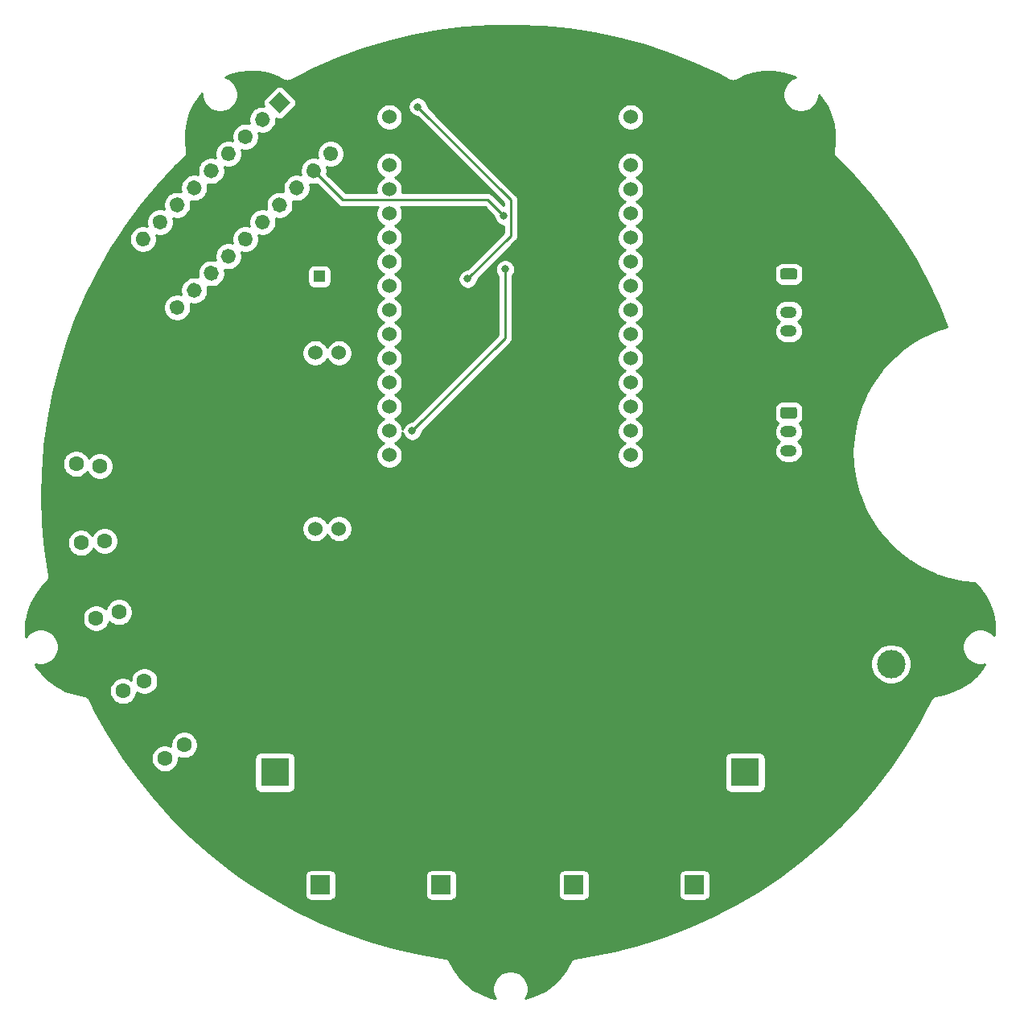
<source format=gbl>
%TF.GenerationSoftware,KiCad,Pcbnew,5.1.12*%
%TF.CreationDate,2021-12-20T13:43:48-07:00*%
%TF.ProjectId,claw,636c6177-2e6b-4696-9361-645f70636258,rev?*%
%TF.SameCoordinates,Original*%
%TF.FileFunction,Copper,L2,Bot*%
%TF.FilePolarity,Positive*%
%FSLAX46Y46*%
G04 Gerber Fmt 4.6, Leading zero omitted, Abs format (unit mm)*
G04 Created by KiCad (PCBNEW 5.1.12) date 2021-12-20 13:43:48*
%MOMM*%
%LPD*%
G01*
G04 APERTURE LIST*
%TA.AperFunction,ComponentPad*%
%ADD10C,0.100000*%
%TD*%
%TA.AperFunction,ComponentPad*%
%ADD11C,1.524000*%
%TD*%
%TA.AperFunction,ComponentPad*%
%ADD12C,1.600000*%
%TD*%
%TA.AperFunction,ComponentPad*%
%ADD13R,3.000000X3.000000*%
%TD*%
%TA.AperFunction,ComponentPad*%
%ADD14R,2.000000X2.000000*%
%TD*%
%TA.AperFunction,ComponentPad*%
%ADD15C,2.000000*%
%TD*%
%TA.AperFunction,ComponentPad*%
%ADD16C,3.000000*%
%TD*%
%TA.AperFunction,ComponentPad*%
%ADD17R,1.200000X1.200000*%
%TD*%
%TA.AperFunction,ComponentPad*%
%ADD18C,1.200000*%
%TD*%
%TA.AperFunction,ComponentPad*%
%ADD19O,1.750000X1.200000*%
%TD*%
%TA.AperFunction,ViaPad*%
%ADD20C,0.800000*%
%TD*%
%TA.AperFunction,Conductor*%
%ADD21C,0.250000*%
%TD*%
%TA.AperFunction,Conductor*%
%ADD22C,0.254000*%
%TD*%
%TA.AperFunction,Conductor*%
%ADD23C,0.100000*%
%TD*%
G04 APERTURE END LIST*
%TA.AperFunction,ComponentPad*%
D10*
%TO.P,U3,1*%
%TO.N,DIR_5V*%
G36*
X74560629Y-58801000D02*
G01*
X75692000Y-57669629D01*
X76823371Y-58801000D01*
X75692000Y-59932371D01*
X74560629Y-58801000D01*
G37*
%TD.AperFunction*%
%TO.P,U3,11*%
%TO.N,Net-(U3-Pad11)*%
%TA.AperFunction,ComponentPad*%
G36*
G01*
X64350008Y-79787930D02*
X64350008Y-79787930D01*
G75*
G02*
X65481378Y-79787930I565685J-565685D01*
G01*
X65481378Y-79787930D01*
G75*
G02*
X65481378Y-80919300I-565685J-565685D01*
G01*
X65481378Y-80919300D01*
G75*
G02*
X64350008Y-80919300I-565685J565685D01*
G01*
X64350008Y-80919300D01*
G75*
G02*
X64350008Y-79787930I565685J565685D01*
G01*
G37*
%TD.AperFunction*%
%TO.P,U3,2*%
%TO.N,MOTOR_SIGNAL*%
%TA.AperFunction,ComponentPad*%
G36*
G01*
X73330264Y-60031366D02*
X73330264Y-60031366D01*
G75*
G02*
X74461634Y-60031366I565685J-565685D01*
G01*
X74461634Y-60031366D01*
G75*
G02*
X74461634Y-61162736I-565685J-565685D01*
G01*
X74461634Y-61162736D01*
G75*
G02*
X73330264Y-61162736I-565685J565685D01*
G01*
X73330264Y-61162736D01*
G75*
G02*
X73330264Y-60031366I565685J565685D01*
G01*
G37*
%TD.AperFunction*%
%TO.P,U3,12*%
%TO.N,Net-(U3-Pad12)*%
%TA.AperFunction,ComponentPad*%
G36*
G01*
X66146059Y-77991878D02*
X66146059Y-77991878D01*
G75*
G02*
X67277429Y-77991878I565685J-565685D01*
G01*
X67277429Y-77991878D01*
G75*
G02*
X67277429Y-79123248I-565685J-565685D01*
G01*
X67277429Y-79123248D01*
G75*
G02*
X66146059Y-79123248I-565685J565685D01*
G01*
X66146059Y-79123248D01*
G75*
G02*
X66146059Y-77991878I565685J565685D01*
G01*
G37*
%TD.AperFunction*%
%TO.P,U3,3*%
%TO.N,MOTOR_SIGNAL*%
%TA.AperFunction,ComponentPad*%
G36*
G01*
X71534213Y-61827417D02*
X71534213Y-61827417D01*
G75*
G02*
X72665583Y-61827417I565685J-565685D01*
G01*
X72665583Y-61827417D01*
G75*
G02*
X72665583Y-62958787I-565685J-565685D01*
G01*
X72665583Y-62958787D01*
G75*
G02*
X71534213Y-62958787I-565685J565685D01*
G01*
X71534213Y-62958787D01*
G75*
G02*
X71534213Y-61827417I565685J565685D01*
G01*
G37*
%TD.AperFunction*%
%TO.P,U3,13*%
%TO.N,Net-(U3-Pad13)*%
%TA.AperFunction,ComponentPad*%
G36*
G01*
X67942110Y-76195827D02*
X67942110Y-76195827D01*
G75*
G02*
X69073480Y-76195827I565685J-565685D01*
G01*
X69073480Y-76195827D01*
G75*
G02*
X69073480Y-77327197I-565685J-565685D01*
G01*
X69073480Y-77327197D01*
G75*
G02*
X67942110Y-77327197I-565685J565685D01*
G01*
X67942110Y-77327197D01*
G75*
G02*
X67942110Y-76195827I565685J565685D01*
G01*
G37*
%TD.AperFunction*%
%TO.P,U3,4*%
%TO.N,Net-(U3-Pad4)*%
%TA.AperFunction,ComponentPad*%
G36*
G01*
X69738161Y-63623469D02*
X69738161Y-63623469D01*
G75*
G02*
X70869531Y-63623469I565685J-565685D01*
G01*
X70869531Y-63623469D01*
G75*
G02*
X70869531Y-64754839I-565685J-565685D01*
G01*
X70869531Y-64754839D01*
G75*
G02*
X69738161Y-64754839I-565685J565685D01*
G01*
X69738161Y-64754839D01*
G75*
G02*
X69738161Y-63623469I565685J565685D01*
G01*
G37*
%TD.AperFunction*%
%TO.P,U3,14*%
%TO.N,Net-(U3-Pad14)*%
%TA.AperFunction,ComponentPad*%
G36*
G01*
X69738161Y-74399776D02*
X69738161Y-74399776D01*
G75*
G02*
X70869531Y-74399776I565685J-565685D01*
G01*
X70869531Y-74399776D01*
G75*
G02*
X70869531Y-75531146I-565685J-565685D01*
G01*
X70869531Y-75531146D01*
G75*
G02*
X69738161Y-75531146I-565685J565685D01*
G01*
X69738161Y-75531146D01*
G75*
G02*
X69738161Y-74399776I565685J565685D01*
G01*
G37*
%TD.AperFunction*%
%TO.P,U3,5*%
%TO.N,Net-(U3-Pad5)*%
%TA.AperFunction,ComponentPad*%
G36*
G01*
X67942110Y-65419520D02*
X67942110Y-65419520D01*
G75*
G02*
X69073480Y-65419520I565685J-565685D01*
G01*
X69073480Y-65419520D01*
G75*
G02*
X69073480Y-66550890I-565685J-565685D01*
G01*
X69073480Y-66550890D01*
G75*
G02*
X67942110Y-66550890I-565685J565685D01*
G01*
X67942110Y-66550890D01*
G75*
G02*
X67942110Y-65419520I565685J565685D01*
G01*
G37*
%TD.AperFunction*%
%TO.P,U3,15*%
%TO.N,Net-(U3-Pad15)*%
%TA.AperFunction,ComponentPad*%
G36*
G01*
X71534213Y-72603725D02*
X71534213Y-72603725D01*
G75*
G02*
X72665583Y-72603725I565685J-565685D01*
G01*
X72665583Y-72603725D01*
G75*
G02*
X72665583Y-73735095I-565685J-565685D01*
G01*
X72665583Y-73735095D01*
G75*
G02*
X71534213Y-73735095I-565685J565685D01*
G01*
X71534213Y-73735095D01*
G75*
G02*
X71534213Y-72603725I565685J565685D01*
G01*
G37*
%TD.AperFunction*%
%TO.P,U3,6*%
%TO.N,Net-(U3-Pad6)*%
%TA.AperFunction,ComponentPad*%
G36*
G01*
X66146059Y-67215571D02*
X66146059Y-67215571D01*
G75*
G02*
X67277429Y-67215571I565685J-565685D01*
G01*
X67277429Y-67215571D01*
G75*
G02*
X67277429Y-68346941I-565685J-565685D01*
G01*
X67277429Y-68346941D01*
G75*
G02*
X66146059Y-68346941I-565685J565685D01*
G01*
X66146059Y-68346941D01*
G75*
G02*
X66146059Y-67215571I565685J565685D01*
G01*
G37*
%TD.AperFunction*%
%TO.P,U3,16*%
%TO.N,Net-(U3-Pad16)*%
%TA.AperFunction,ComponentPad*%
G36*
G01*
X73330264Y-70807674D02*
X73330264Y-70807674D01*
G75*
G02*
X74461634Y-70807674I565685J-565685D01*
G01*
X74461634Y-70807674D01*
G75*
G02*
X74461634Y-71939044I-565685J-565685D01*
G01*
X74461634Y-71939044D01*
G75*
G02*
X73330264Y-71939044I-565685J565685D01*
G01*
X73330264Y-71939044D01*
G75*
G02*
X73330264Y-70807674I565685J565685D01*
G01*
G37*
%TD.AperFunction*%
%TO.P,U3,7*%
%TO.N,Net-(U3-Pad7)*%
%TA.AperFunction,ComponentPad*%
G36*
G01*
X64350008Y-69011622D02*
X64350008Y-69011622D01*
G75*
G02*
X65481378Y-69011622I565685J-565685D01*
G01*
X65481378Y-69011622D01*
G75*
G02*
X65481378Y-70142992I-565685J-565685D01*
G01*
X65481378Y-70142992D01*
G75*
G02*
X64350008Y-70142992I-565685J565685D01*
G01*
X64350008Y-70142992D01*
G75*
G02*
X64350008Y-69011622I565685J565685D01*
G01*
G37*
%TD.AperFunction*%
%TO.P,U3,17*%
%TO.N,TX_5V*%
%TA.AperFunction,ComponentPad*%
G36*
G01*
X75126315Y-69011622D02*
X75126315Y-69011622D01*
G75*
G02*
X76257685Y-69011622I565685J-565685D01*
G01*
X76257685Y-69011622D01*
G75*
G02*
X76257685Y-70142992I-565685J-565685D01*
G01*
X76257685Y-70142992D01*
G75*
G02*
X75126315Y-70142992I-565685J565685D01*
G01*
X75126315Y-70142992D01*
G75*
G02*
X75126315Y-69011622I565685J565685D01*
G01*
G37*
%TD.AperFunction*%
%TO.P,U3,8*%
%TO.N,Net-(U3-Pad8)*%
%TA.AperFunction,ComponentPad*%
G36*
G01*
X62553956Y-70807674D02*
X62553956Y-70807674D01*
G75*
G02*
X63685326Y-70807674I565685J-565685D01*
G01*
X63685326Y-70807674D01*
G75*
G02*
X63685326Y-71939044I-565685J-565685D01*
G01*
X63685326Y-71939044D01*
G75*
G02*
X62553956Y-71939044I-565685J565685D01*
G01*
X62553956Y-71939044D01*
G75*
G02*
X62553956Y-70807674I565685J565685D01*
G01*
G37*
%TD.AperFunction*%
%TO.P,U3,18*%
%TO.N,RX_5V*%
%TA.AperFunction,ComponentPad*%
G36*
G01*
X76922366Y-67215571D02*
X76922366Y-67215571D01*
G75*
G02*
X78053736Y-67215571I565685J-565685D01*
G01*
X78053736Y-67215571D01*
G75*
G02*
X78053736Y-68346941I-565685J-565685D01*
G01*
X78053736Y-68346941D01*
G75*
G02*
X76922366Y-68346941I-565685J565685D01*
G01*
X76922366Y-68346941D01*
G75*
G02*
X76922366Y-67215571I565685J565685D01*
G01*
G37*
%TD.AperFunction*%
%TO.P,U3,9*%
%TO.N,Net-(U3-Pad9)*%
%TA.AperFunction,ComponentPad*%
G36*
G01*
X60757905Y-72603725D02*
X60757905Y-72603725D01*
G75*
G02*
X61889275Y-72603725I565685J-565685D01*
G01*
X61889275Y-72603725D01*
G75*
G02*
X61889275Y-73735095I-565685J-565685D01*
G01*
X61889275Y-73735095D01*
G75*
G02*
X60757905Y-73735095I-565685J565685D01*
G01*
X60757905Y-73735095D01*
G75*
G02*
X60757905Y-72603725I565685J565685D01*
G01*
G37*
%TD.AperFunction*%
%TO.P,U3,19*%
%TO.N,DIR_5V*%
%TA.AperFunction,ComponentPad*%
G36*
G01*
X78718417Y-65419520D02*
X78718417Y-65419520D01*
G75*
G02*
X79849787Y-65419520I565685J-565685D01*
G01*
X79849787Y-65419520D01*
G75*
G02*
X79849787Y-66550890I-565685J-565685D01*
G01*
X79849787Y-66550890D01*
G75*
G02*
X78718417Y-66550890I-565685J565685D01*
G01*
X78718417Y-66550890D01*
G75*
G02*
X78718417Y-65419520I565685J565685D01*
G01*
G37*
%TD.AperFunction*%
%TO.P,U3,10*%
%TO.N,GND*%
%TA.AperFunction,ComponentPad*%
G36*
G01*
X58961854Y-74399776D02*
X58961854Y-74399776D01*
G75*
G02*
X60093224Y-74399776I565685J-565685D01*
G01*
X60093224Y-74399776D01*
G75*
G02*
X60093224Y-75531146I-565685J-565685D01*
G01*
X60093224Y-75531146D01*
G75*
G02*
X58961854Y-75531146I-565685J565685D01*
G01*
X58961854Y-75531146D01*
G75*
G02*
X58961854Y-74399776I565685J565685D01*
G01*
G37*
%TD.AperFunction*%
%TO.P,U3,20*%
%TO.N,+5V*%
%TA.AperFunction,ComponentPad*%
G36*
G01*
X80514469Y-63623469D02*
X80514469Y-63623469D01*
G75*
G02*
X81645839Y-63623469I565685J-565685D01*
G01*
X81645839Y-63623469D01*
G75*
G02*
X81645839Y-64754839I-565685J-565685D01*
G01*
X81645839Y-64754839D01*
G75*
G02*
X80514469Y-64754839I-565685J565685D01*
G01*
X80514469Y-64754839D01*
G75*
G02*
X80514469Y-63623469I565685J565685D01*
G01*
G37*
%TD.AperFunction*%
%TD*%
D11*
%TO.P,U1,1*%
%TO.N,+3V3*%
X87249000Y-60325000D03*
%TO.P,U1,2*%
%TO.N,GND*%
X87249000Y-62865000D03*
%TO.P,U1,3*%
%TO.N,Net-(U1-Pad3)*%
X87249000Y-65405000D03*
%TO.P,U1,4*%
%TO.N,Net-(U1-Pad4)*%
X87249000Y-67945000D03*
%TO.P,U1,5*%
%TO.N,Net-(U1-Pad5)*%
X87249000Y-70485000D03*
%TO.P,U1,6*%
%TO.N,RX_3V3*%
X87249000Y-73025000D03*
%TO.P,U1,7*%
%TO.N,TX_3V3*%
X87249000Y-75565000D03*
%TO.P,U1,8*%
%TO.N,Net-(U1-Pad8)*%
X87249000Y-78105000D03*
%TO.P,U1,9*%
%TO.N,Net-(U1-Pad9)*%
X87249000Y-80645000D03*
%TO.P,U1,10*%
%TO.N,BUTTON*%
X87249000Y-83185000D03*
%TO.P,U1,11*%
%TO.N,Net-(U1-Pad11)*%
X87249000Y-85725000D03*
%TO.P,U1,12*%
%TO.N,Net-(U1-Pad12)*%
X87249000Y-88265000D03*
%TO.P,U1,13*%
%TO.N,Net-(U1-Pad13)*%
X87249000Y-90805000D03*
%TO.P,U1,14*%
%TO.N,DIR_3V3*%
X87249000Y-93345000D03*
%TO.P,U1,15*%
%TO.N,Net-(U1-Pad15)*%
X87249000Y-95885000D03*
%TO.P,U1,16*%
%TO.N,Net-(U1-Pad16)*%
X112649000Y-95885000D03*
%TO.P,U1,17*%
%TO.N,Net-(U1-Pad17)*%
X112649000Y-93345000D03*
%TO.P,U1,18*%
%TO.N,Net-(U1-Pad18)*%
X112649000Y-90805000D03*
%TO.P,U1,19*%
%TO.N,Net-(U1-Pad19)*%
X112649000Y-88265000D03*
%TO.P,U1,20*%
%TO.N,POT_Z*%
X112649000Y-85725000D03*
%TO.P,U1,21*%
%TO.N,POT_Y*%
X112649000Y-83185000D03*
%TO.P,U1,22*%
%TO.N,POT_X*%
X112649000Y-80645000D03*
%TO.P,U1,23*%
%TO.N,Net-(U1-Pad23)*%
X112649000Y-78105000D03*
%TO.P,U1,24*%
%TO.N,Net-(U1-Pad24)*%
X112649000Y-75565000D03*
%TO.P,U1,25*%
%TO.N,Net-(U1-Pad25)*%
X112649000Y-73025000D03*
%TO.P,U1,26*%
%TO.N,Net-(U1-Pad26)*%
X112649000Y-70485000D03*
%TO.P,U1,27*%
%TO.N,Net-(U1-Pad27)*%
X112649000Y-67945000D03*
%TO.P,U1,28*%
%TO.N,Net-(U1-Pad28)*%
X112649000Y-65405000D03*
%TO.P,U1,29*%
%TO.N,GND*%
X112649000Y-62865000D03*
%TO.P,U1,30*%
%TO.N,+5V*%
X112649000Y-60325000D03*
%TD*%
D12*
%TO.P,J1,1*%
%TO.N,GND*%
X67706880Y-124931059D03*
%TO.P,J1,2*%
%TO.N,+8V*%
X65659000Y-126365000D03*
%TO.P,J1,3*%
%TO.N,MOTOR_SIGNAL*%
X63611120Y-127798941D03*
%TD*%
%TO.P,J2,3*%
%TO.N,MOTOR_SIGNAL*%
X59202231Y-120690546D03*
%TO.P,J2,2*%
%TO.N,+8V*%
X61468000Y-119634000D03*
%TO.P,J2,1*%
%TO.N,GND*%
X63733769Y-118577454D03*
%TD*%
%TO.P,J3,1*%
%TO.N,GND*%
X61215815Y-111747952D03*
%TO.P,J3,2*%
%TO.N,+8V*%
X58801000Y-112395000D03*
%TO.P,J3,3*%
%TO.N,MOTOR_SIGNAL*%
X56386185Y-113042048D03*
%TD*%
%TO.P,J4,3*%
%TO.N,MOTOR_SIGNAL*%
X54786513Y-105119889D03*
%TO.P,J4,2*%
%TO.N,+8V*%
X57277000Y-104902000D03*
%TO.P,J4,1*%
%TO.N,GND*%
X59767487Y-104684111D03*
%TD*%
%TO.P,J5,1*%
%TO.N,GND*%
X59259487Y-97245889D03*
%TO.P,J5,2*%
%TO.N,+8V*%
X56769000Y-97028000D03*
%TO.P,J5,3*%
%TO.N,MOTOR_SIGNAL*%
X54278513Y-96810111D03*
%TD*%
D11*
%TO.P,A1,1*%
%TO.N,GND*%
X67945000Y-103632000D03*
X70485000Y-103632000D03*
%TO.P,A1,4*%
%TO.N,+12V*%
X79445000Y-103632000D03*
X81945000Y-103632000D03*
%TO.P,A1,2*%
%TO.N,GND*%
X67945000Y-85132000D03*
%TO.P,A1,3*%
%TO.N,+5V*%
X81945000Y-85132000D03*
%TO.P,A1,2*%
%TO.N,GND*%
X70485000Y-85132000D03*
%TO.P,A1,3*%
%TO.N,+5V*%
X79445000Y-85132000D03*
%TD*%
D13*
%TO.P,A2,4*%
%TO.N,+12V*%
X124699000Y-129253000D03*
%TO.P,A2,3*%
%TO.N,+8V*%
X75199000Y-129253000D03*
%TO.P,A2,1*%
%TO.N,GND*%
X124699000Y-109253000D03*
%TO.P,A2,2*%
X75199000Y-109253000D03*
%TD*%
D14*
%TO.P,C3,1*%
%TO.N,+8V*%
X80010000Y-141097000D03*
D15*
%TO.P,C3,2*%
%TO.N,GND*%
X80010000Y-136097000D03*
%TD*%
%TO.P,C4,2*%
%TO.N,GND*%
X92710000Y-136097000D03*
D14*
%TO.P,C4,1*%
%TO.N,+8V*%
X92710000Y-141097000D03*
%TD*%
%TO.P,C5,1*%
%TO.N,+12V*%
X106680000Y-141097000D03*
D15*
%TO.P,C5,2*%
%TO.N,GND*%
X106680000Y-136097000D03*
%TD*%
%TO.P,C6,2*%
%TO.N,GND*%
X119380000Y-136097000D03*
D14*
%TO.P,C6,1*%
%TO.N,+12V*%
X119380000Y-141097000D03*
%TD*%
%TA.AperFunction,ComponentPad*%
D10*
%TO.P,J6,1*%
%TO.N,GND*%
G36*
X133800907Y-115303363D02*
G01*
X135521637Y-112845907D01*
X137979093Y-114566637D01*
X136258363Y-117024093D01*
X133800907Y-115303363D01*
G37*
%TD.AperFunction*%
D16*
%TO.P,J6,2*%
%TO.N,+12V*%
X140051292Y-117848768D03*
%TD*%
D17*
%TO.P,C7,1*%
%TO.N,+5V*%
X79883000Y-77089000D03*
D18*
%TO.P,C7,2*%
%TO.N,GND*%
X77883000Y-77089000D03*
%TD*%
%TO.P,J7,1*%
%TO.N,+3V3*%
%TA.AperFunction,ComponentPad*%
G36*
G01*
X128660999Y-76235000D02*
X129911001Y-76235000D01*
G75*
G02*
X130161000Y-76484999I0J-249999D01*
G01*
X130161000Y-77185001D01*
G75*
G02*
X129911001Y-77435000I-249999J0D01*
G01*
X128660999Y-77435000D01*
G75*
G02*
X128411000Y-77185001I0J249999D01*
G01*
X128411000Y-76484999D01*
G75*
G02*
X128660999Y-76235000I249999J0D01*
G01*
G37*
%TD.AperFunction*%
D19*
%TO.P,J7,2*%
%TO.N,GND*%
X129286000Y-78835000D03*
%TO.P,J7,3*%
%TO.N,POT_X*%
X129286000Y-80835000D03*
%TO.P,J7,4*%
%TO.N,POT_Y*%
X129286000Y-82835000D03*
%TD*%
%TO.P,J8,1*%
%TO.N,+3V3*%
%TA.AperFunction,ComponentPad*%
G36*
G01*
X128660999Y-90840000D02*
X129911001Y-90840000D01*
G75*
G02*
X130161000Y-91089999I0J-249999D01*
G01*
X130161000Y-91790001D01*
G75*
G02*
X129911001Y-92040000I-249999J0D01*
G01*
X128660999Y-92040000D01*
G75*
G02*
X128411000Y-91790001I0J249999D01*
G01*
X128411000Y-91089999D01*
G75*
G02*
X128660999Y-90840000I249999J0D01*
G01*
G37*
%TD.AperFunction*%
%TO.P,J8,2*%
%TO.N,POT_Z*%
X129286000Y-93440000D03*
%TO.P,J8,3*%
%TO.N,BUTTON*%
X129286000Y-95440000D03*
%TO.P,J8,4*%
%TO.N,GND*%
X129286000Y-97440000D03*
%TO.P,J8,5*%
X129286000Y-99440000D03*
%TD*%
D20*
%TO.N,+3V3*%
X95504000Y-77343000D03*
X90241001Y-59237999D03*
%TO.N,DIR_3V3*%
X89662000Y-93345000D03*
X99441000Y-76327000D03*
%TO.N,GND*%
X98044000Y-63119000D03*
X103251000Y-67183000D03*
X98044000Y-80518000D03*
%TO.N,DIR_5V*%
X99314000Y-70739000D03*
%TD*%
D21*
%TO.N,+3V3*%
X100039001Y-72807999D02*
X95504000Y-77343000D01*
X100039001Y-69035999D02*
X100039001Y-72807999D01*
X90241001Y-59237999D02*
X100039001Y-69035999D01*
%TO.N,DIR_3V3*%
X99441000Y-83566000D02*
X89662000Y-93345000D01*
X99441000Y-76327000D02*
X99441000Y-83566000D01*
%TO.N,DIR_5V*%
X82330898Y-69032001D02*
X79284102Y-65985205D01*
X97607001Y-69032001D02*
X82330898Y-69032001D01*
X99314000Y-70739000D02*
X97607001Y-69032001D01*
%TD*%
D22*
%TO.N,GND*%
X103385531Y-50804292D02*
X106123498Y-51072752D01*
X108842219Y-51493632D01*
X111533202Y-52065617D01*
X114188064Y-52786927D01*
X116798519Y-53655310D01*
X119356444Y-54668064D01*
X121858484Y-55824169D01*
X123086611Y-56455341D01*
X123123626Y-56473076D01*
X123147001Y-56482710D01*
X123150504Y-56484409D01*
X123153182Y-56485257D01*
X123161574Y-56488716D01*
X123200336Y-56502215D01*
X123239790Y-56513529D01*
X123249128Y-56515650D01*
X123251918Y-56516534D01*
X123255835Y-56517174D01*
X123279815Y-56522621D01*
X123320285Y-56529467D01*
X123354829Y-56533341D01*
X123356908Y-56533681D01*
X123358026Y-56533700D01*
X123361075Y-56534042D01*
X123402055Y-56536333D01*
X123443100Y-56536333D01*
X123459328Y-56535426D01*
X123463273Y-56535493D01*
X123467235Y-56534984D01*
X123484081Y-56534042D01*
X123524870Y-56529468D01*
X123565340Y-56522622D01*
X123567846Y-56522053D01*
X123568785Y-56521932D01*
X123570551Y-56521438D01*
X123605365Y-56513529D01*
X123644819Y-56502215D01*
X123667356Y-56494367D01*
X123671236Y-56493282D01*
X123675120Y-56491663D01*
X123683581Y-56488717D01*
X123721529Y-56473076D01*
X123733606Y-56467290D01*
X123738702Y-56465166D01*
X124688790Y-56012528D01*
X125643328Y-55717527D01*
X126630440Y-55563411D01*
X127629464Y-55553405D01*
X128619473Y-55687719D01*
X129579722Y-55963541D01*
X129966792Y-56138523D01*
X129671951Y-56260650D01*
X129363215Y-56466941D01*
X129100658Y-56729498D01*
X128894367Y-57038234D01*
X128752272Y-57381282D01*
X128679833Y-57745460D01*
X128679833Y-58116772D01*
X128752272Y-58480950D01*
X128894367Y-58823998D01*
X129100658Y-59132734D01*
X129363215Y-59395291D01*
X129671951Y-59601582D01*
X130014999Y-59743677D01*
X130379177Y-59816116D01*
X130750489Y-59816116D01*
X131114667Y-59743677D01*
X131457715Y-59601582D01*
X131766451Y-59395291D01*
X132029008Y-59132734D01*
X132235299Y-58823998D01*
X132377394Y-58480950D01*
X132449833Y-58116772D01*
X132449833Y-57989684D01*
X132738846Y-58324818D01*
X133275264Y-59167674D01*
X133684394Y-60079140D01*
X133957661Y-61040117D01*
X134089343Y-62030478D01*
X134076618Y-63034474D01*
X133954524Y-63876543D01*
X133954375Y-63878628D01*
X133953375Y-63884800D01*
X133949084Y-63925621D01*
X133947079Y-63966617D01*
X133947167Y-63979192D01*
X133946919Y-63982651D01*
X133947220Y-63986747D01*
X133947366Y-64007661D01*
X133949943Y-64048623D01*
X133954682Y-64088366D01*
X133954710Y-64088746D01*
X133954748Y-64088916D01*
X133954803Y-64089380D01*
X133961930Y-64129801D01*
X133971303Y-64169762D01*
X133976847Y-64188600D01*
X133977735Y-64192605D01*
X133979026Y-64196004D01*
X133982891Y-64209136D01*
X133996661Y-64247803D01*
X134012565Y-64285641D01*
X134014872Y-64290371D01*
X134015511Y-64292053D01*
X134016979Y-64294690D01*
X134030559Y-64322532D01*
X134050583Y-64358361D01*
X134065509Y-64381881D01*
X134067248Y-64385005D01*
X134068682Y-64386880D01*
X134072575Y-64393015D01*
X134096469Y-64426389D01*
X134122187Y-64458377D01*
X134129870Y-64466909D01*
X134131862Y-64469515D01*
X134134781Y-64472363D01*
X134149652Y-64488879D01*
X134156781Y-64496262D01*
X136095989Y-66476516D01*
X137908116Y-68546492D01*
X139601862Y-70714387D01*
X141171954Y-72973455D01*
X142613489Y-75316636D01*
X143921986Y-77736649D01*
X145093346Y-80225916D01*
X145954667Y-82357761D01*
X145076580Y-82624065D01*
X145060305Y-82629996D01*
X145043684Y-82634894D01*
X145000685Y-82651721D01*
X143681915Y-83216168D01*
X143666393Y-83223847D01*
X143650406Y-83230541D01*
X143609513Y-83251985D01*
X142360646Y-83957737D01*
X142346063Y-83967071D01*
X142330904Y-83975481D01*
X142292612Y-84001283D01*
X141128732Y-84839817D01*
X141115260Y-84850696D01*
X141101116Y-84860718D01*
X141065886Y-84890565D01*
X140001052Y-85851752D01*
X139988853Y-85864046D01*
X139975897Y-85875557D01*
X139944155Y-85909090D01*
X138991226Y-86981322D01*
X138980450Y-86994879D01*
X138968835Y-87007744D01*
X138940965Y-87044557D01*
X138111451Y-88214882D01*
X138102223Y-88229549D01*
X138092095Y-88243602D01*
X138068432Y-88283252D01*
X137372353Y-89537535D01*
X137364791Y-89553124D01*
X137356266Y-89568204D01*
X137337097Y-89610211D01*
X136782859Y-90933305D01*
X136777056Y-90949621D01*
X136770234Y-90965554D01*
X136755791Y-91009411D01*
X136350089Y-92385333D01*
X136346112Y-92402187D01*
X136341079Y-92418773D01*
X136331536Y-92463950D01*
X136079270Y-93876081D01*
X136077166Y-93893274D01*
X136073984Y-93910309D01*
X136069455Y-93956260D01*
X135973671Y-95387546D01*
X135973466Y-95404866D01*
X135972173Y-95422147D01*
X135972715Y-95468318D01*
X136034571Y-96901470D01*
X136036267Y-96918699D01*
X136036878Y-96936027D01*
X136042483Y-96981859D01*
X136261232Y-98399570D01*
X136264810Y-98416517D01*
X136267318Y-98433664D01*
X136277918Y-98478605D01*
X136650917Y-99863749D01*
X136656336Y-99880209D01*
X136660708Y-99896969D01*
X136676175Y-99940475D01*
X137198920Y-101276325D01*
X137206111Y-101292087D01*
X137212297Y-101308270D01*
X137232445Y-101349816D01*
X137898621Y-102620234D01*
X137907495Y-102635107D01*
X137915422Y-102650518D01*
X137940008Y-102689602D01*
X138741569Y-103879247D01*
X138752023Y-103893059D01*
X138761593Y-103907506D01*
X138790319Y-103943656D01*
X139717585Y-105038157D01*
X139729491Y-105050738D01*
X139740588Y-105064047D01*
X139773107Y-105096826D01*
X140814877Y-106082964D01*
X140828087Y-106094158D01*
X140840582Y-106106174D01*
X140876503Y-106135187D01*
X142020196Y-107001053D01*
X142034560Y-107010734D01*
X142048292Y-107021301D01*
X142087179Y-107046198D01*
X143318979Y-107781331D01*
X143334314Y-107789375D01*
X143349129Y-107798375D01*
X143390513Y-107818853D01*
X144695544Y-108414376D01*
X144711670Y-108420689D01*
X144727381Y-108428008D01*
X144770762Y-108443822D01*
X146133262Y-108892543D01*
X146149986Y-108897049D01*
X146166403Y-108902599D01*
X146211258Y-108913556D01*
X147614768Y-109210054D01*
X147631881Y-109212697D01*
X147648813Y-109216413D01*
X147694599Y-109222382D01*
X148844639Y-109335724D01*
X149383726Y-109905272D01*
X149958574Y-110722406D01*
X150409440Y-111613956D01*
X150726884Y-112561260D01*
X150904253Y-113544460D01*
X150937834Y-114542974D01*
X150903368Y-114851520D01*
X150656557Y-114604709D01*
X150347821Y-114398418D01*
X150004773Y-114256323D01*
X149640595Y-114183884D01*
X149269283Y-114183884D01*
X148905105Y-114256323D01*
X148562057Y-114398418D01*
X148253321Y-114604709D01*
X147990764Y-114867266D01*
X147784473Y-115176002D01*
X147642378Y-115519050D01*
X147569939Y-115883228D01*
X147569939Y-116254540D01*
X147642378Y-116618718D01*
X147784473Y-116961766D01*
X147990764Y-117270502D01*
X148253321Y-117533059D01*
X148562057Y-117739350D01*
X148905105Y-117881445D01*
X149269283Y-117953884D01*
X149640595Y-117953884D01*
X149891231Y-117904030D01*
X149665238Y-118276105D01*
X149028755Y-119046196D01*
X148287776Y-119716337D01*
X147457813Y-120272498D01*
X146556253Y-120703025D01*
X145597071Y-121000423D01*
X144764532Y-121143122D01*
X144762447Y-121143637D01*
X144756020Y-121144632D01*
X144715872Y-121153166D01*
X144676263Y-121163927D01*
X144664576Y-121167815D01*
X144661256Y-121168635D01*
X144657462Y-121170182D01*
X144637317Y-121176883D01*
X144599155Y-121191992D01*
X144563271Y-121208573D01*
X144562744Y-121208788D01*
X144562517Y-121208922D01*
X144561895Y-121209209D01*
X144525655Y-121228478D01*
X144490546Y-121249741D01*
X144474603Y-121260657D01*
X144471061Y-121262742D01*
X144468187Y-121265051D01*
X144456680Y-121272930D01*
X144424161Y-121297973D01*
X144393090Y-121324792D01*
X144389474Y-121328284D01*
X144388127Y-121329366D01*
X144386130Y-121331513D01*
X144363564Y-121353305D01*
X144335677Y-121383421D01*
X144318150Y-121404607D01*
X144315678Y-121407265D01*
X144314300Y-121409261D01*
X144309514Y-121415046D01*
X144285158Y-121448083D01*
X144262682Y-121482427D01*
X144257068Y-121492151D01*
X144255235Y-121494806D01*
X144253435Y-121498444D01*
X144242160Y-121517974D01*
X144237342Y-121527035D01*
X142953257Y-123983265D01*
X141544579Y-126346343D01*
X140006165Y-128627136D01*
X138342870Y-130818446D01*
X136559817Y-132913527D01*
X134662608Y-134905793D01*
X132657139Y-136789054D01*
X130549665Y-138557434D01*
X128346771Y-140205409D01*
X126055314Y-141727850D01*
X123682463Y-143119994D01*
X121235585Y-144377518D01*
X118722329Y-145496492D01*
X116150515Y-146473433D01*
X113528203Y-147305279D01*
X110863516Y-147989454D01*
X108159784Y-148524807D01*
X106795210Y-148736055D01*
X106754839Y-148743465D01*
X106730258Y-148749411D01*
X106726436Y-148750094D01*
X106723781Y-148750978D01*
X106714945Y-148753116D01*
X106675653Y-148764979D01*
X106637083Y-148779017D01*
X106628269Y-148782795D01*
X106625507Y-148783715D01*
X106621983Y-148785489D01*
X106599358Y-148795187D01*
X106562593Y-148813436D01*
X106532351Y-148830617D01*
X106530490Y-148831554D01*
X106529583Y-148832189D01*
X106526905Y-148833711D01*
X106492404Y-148855945D01*
X106459198Y-148880071D01*
X106446598Y-148890347D01*
X106443373Y-148892607D01*
X106440473Y-148895342D01*
X106427390Y-148906012D01*
X106397081Y-148933688D01*
X106368363Y-148963014D01*
X106366664Y-148964955D01*
X106365983Y-148965597D01*
X106364858Y-148967018D01*
X106341327Y-148993896D01*
X106316058Y-149026241D01*
X106302435Y-149045843D01*
X106299939Y-149048994D01*
X106297753Y-149052579D01*
X106292634Y-149059944D01*
X106271127Y-149094903D01*
X106264747Y-149106702D01*
X106261884Y-149111397D01*
X105759299Y-150036039D01*
X105160460Y-150835761D01*
X104452454Y-151540654D01*
X103650109Y-152135960D01*
X102770227Y-152609210D01*
X101831250Y-152950484D01*
X101600061Y-152998251D01*
X101670466Y-152892882D01*
X101812561Y-152549834D01*
X101885000Y-152185656D01*
X101885000Y-151814344D01*
X101812561Y-151450166D01*
X101670466Y-151107118D01*
X101464175Y-150798382D01*
X101201618Y-150535825D01*
X100892882Y-150329534D01*
X100549834Y-150187439D01*
X100185656Y-150115000D01*
X99814344Y-150115000D01*
X99450166Y-150187439D01*
X99107118Y-150329534D01*
X98798382Y-150535825D01*
X98535825Y-150798382D01*
X98329534Y-151107118D01*
X98187439Y-151450166D01*
X98115000Y-151814344D01*
X98115000Y-152185656D01*
X98187439Y-152549834D01*
X98329534Y-152892882D01*
X98415188Y-153021072D01*
X97887535Y-152897058D01*
X96958143Y-152530471D01*
X96091405Y-152033559D01*
X95305483Y-151416738D01*
X94616828Y-150692918D01*
X94036992Y-149873192D01*
X93640811Y-149120176D01*
X93639704Y-149118397D01*
X93636886Y-149112819D01*
X93616364Y-149077273D01*
X93593889Y-149042928D01*
X93586433Y-149032815D01*
X93584595Y-149029862D01*
X93581937Y-149026716D01*
X93569532Y-149009891D01*
X93543370Y-148978267D01*
X93516191Y-148948916D01*
X93515931Y-148948609D01*
X93515793Y-148948487D01*
X93515482Y-148948151D01*
X93485957Y-148919639D01*
X93454886Y-148892819D01*
X93439336Y-148880844D01*
X93436256Y-148878119D01*
X93433206Y-148876123D01*
X93422367Y-148867776D01*
X93388500Y-148844587D01*
X93353392Y-148823324D01*
X93348745Y-148820853D01*
X93347241Y-148819869D01*
X93344507Y-148818600D01*
X93317151Y-148804055D01*
X93279891Y-148786839D01*
X93253983Y-148776581D01*
X93250748Y-148775079D01*
X93248492Y-148774406D01*
X93241730Y-148771729D01*
X93202783Y-148758773D01*
X93163174Y-148748011D01*
X93151950Y-148745625D01*
X93148802Y-148744687D01*
X93144760Y-148744097D01*
X93123026Y-148739478D01*
X93112920Y-148737696D01*
X90380106Y-148275475D01*
X87697358Y-147665970D01*
X85052844Y-146907667D01*
X82454748Y-146002915D01*
X79911241Y-144954556D01*
X77430195Y-143765839D01*
X75019400Y-142440493D01*
X72686322Y-140982625D01*
X71430870Y-140097000D01*
X78371928Y-140097000D01*
X78371928Y-142097000D01*
X78384188Y-142221482D01*
X78420498Y-142341180D01*
X78479463Y-142451494D01*
X78558815Y-142548185D01*
X78655506Y-142627537D01*
X78765820Y-142686502D01*
X78885518Y-142722812D01*
X79010000Y-142735072D01*
X81010000Y-142735072D01*
X81134482Y-142722812D01*
X81254180Y-142686502D01*
X81364494Y-142627537D01*
X81461185Y-142548185D01*
X81540537Y-142451494D01*
X81599502Y-142341180D01*
X81635812Y-142221482D01*
X81648072Y-142097000D01*
X81648072Y-140097000D01*
X91071928Y-140097000D01*
X91071928Y-142097000D01*
X91084188Y-142221482D01*
X91120498Y-142341180D01*
X91179463Y-142451494D01*
X91258815Y-142548185D01*
X91355506Y-142627537D01*
X91465820Y-142686502D01*
X91585518Y-142722812D01*
X91710000Y-142735072D01*
X93710000Y-142735072D01*
X93834482Y-142722812D01*
X93954180Y-142686502D01*
X94064494Y-142627537D01*
X94161185Y-142548185D01*
X94240537Y-142451494D01*
X94299502Y-142341180D01*
X94335812Y-142221482D01*
X94348072Y-142097000D01*
X94348072Y-140097000D01*
X105041928Y-140097000D01*
X105041928Y-142097000D01*
X105054188Y-142221482D01*
X105090498Y-142341180D01*
X105149463Y-142451494D01*
X105228815Y-142548185D01*
X105325506Y-142627537D01*
X105435820Y-142686502D01*
X105555518Y-142722812D01*
X105680000Y-142735072D01*
X107680000Y-142735072D01*
X107804482Y-142722812D01*
X107924180Y-142686502D01*
X108034494Y-142627537D01*
X108131185Y-142548185D01*
X108210537Y-142451494D01*
X108269502Y-142341180D01*
X108305812Y-142221482D01*
X108318072Y-142097000D01*
X108318072Y-140097000D01*
X117741928Y-140097000D01*
X117741928Y-142097000D01*
X117754188Y-142221482D01*
X117790498Y-142341180D01*
X117849463Y-142451494D01*
X117928815Y-142548185D01*
X118025506Y-142627537D01*
X118135820Y-142686502D01*
X118255518Y-142722812D01*
X118380000Y-142735072D01*
X120380000Y-142735072D01*
X120504482Y-142722812D01*
X120624180Y-142686502D01*
X120734494Y-142627537D01*
X120831185Y-142548185D01*
X120910537Y-142451494D01*
X120969502Y-142341180D01*
X121005812Y-142221482D01*
X121018072Y-142097000D01*
X121018072Y-140097000D01*
X121005812Y-139972518D01*
X120969502Y-139852820D01*
X120910537Y-139742506D01*
X120831185Y-139645815D01*
X120734494Y-139566463D01*
X120624180Y-139507498D01*
X120504482Y-139471188D01*
X120380000Y-139458928D01*
X118380000Y-139458928D01*
X118255518Y-139471188D01*
X118135820Y-139507498D01*
X118025506Y-139566463D01*
X117928815Y-139645815D01*
X117849463Y-139742506D01*
X117790498Y-139852820D01*
X117754188Y-139972518D01*
X117741928Y-140097000D01*
X108318072Y-140097000D01*
X108305812Y-139972518D01*
X108269502Y-139852820D01*
X108210537Y-139742506D01*
X108131185Y-139645815D01*
X108034494Y-139566463D01*
X107924180Y-139507498D01*
X107804482Y-139471188D01*
X107680000Y-139458928D01*
X105680000Y-139458928D01*
X105555518Y-139471188D01*
X105435820Y-139507498D01*
X105325506Y-139566463D01*
X105228815Y-139645815D01*
X105149463Y-139742506D01*
X105090498Y-139852820D01*
X105054188Y-139972518D01*
X105041928Y-140097000D01*
X94348072Y-140097000D01*
X94335812Y-139972518D01*
X94299502Y-139852820D01*
X94240537Y-139742506D01*
X94161185Y-139645815D01*
X94064494Y-139566463D01*
X93954180Y-139507498D01*
X93834482Y-139471188D01*
X93710000Y-139458928D01*
X91710000Y-139458928D01*
X91585518Y-139471188D01*
X91465820Y-139507498D01*
X91355506Y-139566463D01*
X91258815Y-139645815D01*
X91179463Y-139742506D01*
X91120498Y-139852820D01*
X91084188Y-139972518D01*
X91071928Y-140097000D01*
X81648072Y-140097000D01*
X81635812Y-139972518D01*
X81599502Y-139852820D01*
X81540537Y-139742506D01*
X81461185Y-139645815D01*
X81364494Y-139566463D01*
X81254180Y-139507498D01*
X81134482Y-139471188D01*
X81010000Y-139458928D01*
X79010000Y-139458928D01*
X78885518Y-139471188D01*
X78765820Y-139507498D01*
X78655506Y-139566463D01*
X78558815Y-139645815D01*
X78479463Y-139742506D01*
X78420498Y-139852820D01*
X78384188Y-139972518D01*
X78371928Y-140097000D01*
X71430870Y-140097000D01*
X70438276Y-139396802D01*
X68282253Y-137687959D01*
X66224972Y-135861419D01*
X64272883Y-133922911D01*
X62432045Y-131878453D01*
X60708181Y-129734400D01*
X59221343Y-127657606D01*
X62176120Y-127657606D01*
X62176120Y-127940276D01*
X62231267Y-128217515D01*
X62339440Y-128478668D01*
X62496483Y-128713700D01*
X62696361Y-128913578D01*
X62931393Y-129070621D01*
X63192546Y-129178794D01*
X63469785Y-129233941D01*
X63752455Y-129233941D01*
X64029694Y-129178794D01*
X64290847Y-129070621D01*
X64525879Y-128913578D01*
X64725757Y-128713700D01*
X64882800Y-128478668D01*
X64990973Y-128217515D01*
X65046120Y-127940276D01*
X65046120Y-127664369D01*
X65240426Y-127744853D01*
X65517665Y-127800000D01*
X65800335Y-127800000D01*
X66036616Y-127753000D01*
X73060928Y-127753000D01*
X73060928Y-130753000D01*
X73073188Y-130877482D01*
X73109498Y-130997180D01*
X73168463Y-131107494D01*
X73247815Y-131204185D01*
X73344506Y-131283537D01*
X73454820Y-131342502D01*
X73574518Y-131378812D01*
X73699000Y-131391072D01*
X76699000Y-131391072D01*
X76823482Y-131378812D01*
X76943180Y-131342502D01*
X77053494Y-131283537D01*
X77150185Y-131204185D01*
X77229537Y-131107494D01*
X77288502Y-130997180D01*
X77324812Y-130877482D01*
X77337072Y-130753000D01*
X77337072Y-127753000D01*
X122560928Y-127753000D01*
X122560928Y-130753000D01*
X122573188Y-130877482D01*
X122609498Y-130997180D01*
X122668463Y-131107494D01*
X122747815Y-131204185D01*
X122844506Y-131283537D01*
X122954820Y-131342502D01*
X123074518Y-131378812D01*
X123199000Y-131391072D01*
X126199000Y-131391072D01*
X126323482Y-131378812D01*
X126443180Y-131342502D01*
X126553494Y-131283537D01*
X126650185Y-131204185D01*
X126729537Y-131107494D01*
X126788502Y-130997180D01*
X126824812Y-130877482D01*
X126837072Y-130753000D01*
X126837072Y-127753000D01*
X126824812Y-127628518D01*
X126788502Y-127508820D01*
X126729537Y-127398506D01*
X126650185Y-127301815D01*
X126553494Y-127222463D01*
X126443180Y-127163498D01*
X126323482Y-127127188D01*
X126199000Y-127114928D01*
X123199000Y-127114928D01*
X123074518Y-127127188D01*
X122954820Y-127163498D01*
X122844506Y-127222463D01*
X122747815Y-127301815D01*
X122668463Y-127398506D01*
X122609498Y-127508820D01*
X122573188Y-127628518D01*
X122560928Y-127753000D01*
X77337072Y-127753000D01*
X77324812Y-127628518D01*
X77288502Y-127508820D01*
X77229537Y-127398506D01*
X77150185Y-127301815D01*
X77053494Y-127222463D01*
X76943180Y-127163498D01*
X76823482Y-127127188D01*
X76699000Y-127114928D01*
X73699000Y-127114928D01*
X73574518Y-127127188D01*
X73454820Y-127163498D01*
X73344506Y-127222463D01*
X73247815Y-127301815D01*
X73168463Y-127398506D01*
X73109498Y-127508820D01*
X73073188Y-127628518D01*
X73060928Y-127753000D01*
X66036616Y-127753000D01*
X66077574Y-127744853D01*
X66338727Y-127636680D01*
X66573759Y-127479637D01*
X66773637Y-127279759D01*
X66930680Y-127044727D01*
X67038853Y-126783574D01*
X67094000Y-126506335D01*
X67094000Y-126223665D01*
X67038853Y-125946426D01*
X66930680Y-125685273D01*
X66773637Y-125450241D01*
X66573759Y-125250363D01*
X66338727Y-125093320D01*
X66077574Y-124985147D01*
X65800335Y-124930000D01*
X65517665Y-124930000D01*
X65240426Y-124985147D01*
X64979273Y-125093320D01*
X64744241Y-125250363D01*
X64544363Y-125450241D01*
X64387320Y-125685273D01*
X64279147Y-125946426D01*
X64224000Y-126223665D01*
X64224000Y-126499572D01*
X64029694Y-126419088D01*
X63752455Y-126363941D01*
X63469785Y-126363941D01*
X63192546Y-126419088D01*
X62931393Y-126527261D01*
X62696361Y-126684304D01*
X62496483Y-126884182D01*
X62339440Y-127119214D01*
X62231267Y-127380367D01*
X62176120Y-127657606D01*
X59221343Y-127657606D01*
X59106701Y-127497476D01*
X57632589Y-125174647D01*
X56287931Y-122768666D01*
X55665349Y-121536162D01*
X55645827Y-121500057D01*
X55632577Y-121478521D01*
X55630745Y-121475093D01*
X55629080Y-121472837D01*
X55624319Y-121465098D01*
X55600895Y-121431394D01*
X55575626Y-121399051D01*
X55569312Y-121391839D01*
X55567582Y-121389494D01*
X55564804Y-121386689D01*
X55548590Y-121368168D01*
X55519872Y-121338842D01*
X55494186Y-121315388D01*
X55492722Y-121313910D01*
X55491839Y-121313245D01*
X55489562Y-121311166D01*
X55457755Y-121285224D01*
X55424549Y-121261099D01*
X55410873Y-121252285D01*
X55407737Y-121249924D01*
X55404250Y-121248017D01*
X55390048Y-121238864D01*
X55354360Y-121218590D01*
X55317596Y-121200340D01*
X55315219Y-121199321D01*
X55314405Y-121198876D01*
X55312719Y-121198250D01*
X55279870Y-121184171D01*
X55241300Y-121170134D01*
X55218426Y-121163227D01*
X55214680Y-121161836D01*
X55210623Y-121160871D01*
X55202008Y-121158270D01*
X55162114Y-121148619D01*
X55148893Y-121146192D01*
X55143572Y-121144927D01*
X54108876Y-120952668D01*
X53163247Y-120630269D01*
X53005025Y-120549211D01*
X57767231Y-120549211D01*
X57767231Y-120831881D01*
X57822378Y-121109120D01*
X57930551Y-121370273D01*
X58087594Y-121605305D01*
X58287472Y-121805183D01*
X58522504Y-121962226D01*
X58783657Y-122070399D01*
X59060896Y-122125546D01*
X59343566Y-122125546D01*
X59620805Y-122070399D01*
X59881958Y-121962226D01*
X60116990Y-121805183D01*
X60316868Y-121605305D01*
X60473911Y-121370273D01*
X60582084Y-121109120D01*
X60637231Y-120831881D01*
X60637231Y-120804757D01*
X60788273Y-120905680D01*
X61049426Y-121013853D01*
X61326665Y-121069000D01*
X61609335Y-121069000D01*
X61886574Y-121013853D01*
X62147727Y-120905680D01*
X62382759Y-120748637D01*
X62582637Y-120548759D01*
X62739680Y-120313727D01*
X62847853Y-120052574D01*
X62903000Y-119775335D01*
X62903000Y-119492665D01*
X62847853Y-119215426D01*
X62739680Y-118954273D01*
X62582637Y-118719241D01*
X62382759Y-118519363D01*
X62147727Y-118362320D01*
X61886574Y-118254147D01*
X61609335Y-118199000D01*
X61326665Y-118199000D01*
X61049426Y-118254147D01*
X60788273Y-118362320D01*
X60553241Y-118519363D01*
X60353363Y-118719241D01*
X60196320Y-118954273D01*
X60088147Y-119215426D01*
X60033000Y-119492665D01*
X60033000Y-119519789D01*
X59881958Y-119418866D01*
X59620805Y-119310693D01*
X59343566Y-119255546D01*
X59060896Y-119255546D01*
X58783657Y-119310693D01*
X58522504Y-119418866D01*
X58287472Y-119575909D01*
X58087594Y-119775787D01*
X57930551Y-120010819D01*
X57822378Y-120271972D01*
X57767231Y-120549211D01*
X53005025Y-120549211D01*
X52274066Y-120174739D01*
X51459959Y-119595624D01*
X50737972Y-118905048D01*
X50123241Y-118117488D01*
X49986745Y-117877932D01*
X49995227Y-117881445D01*
X50359405Y-117953884D01*
X50730717Y-117953884D01*
X51094895Y-117881445D01*
X51437943Y-117739350D01*
X51588892Y-117638489D01*
X137916292Y-117638489D01*
X137916292Y-118059047D01*
X137998339Y-118471524D01*
X138159280Y-118860070D01*
X138392929Y-119209751D01*
X138690309Y-119507131D01*
X139039990Y-119740780D01*
X139428536Y-119901721D01*
X139841013Y-119983768D01*
X140261571Y-119983768D01*
X140674048Y-119901721D01*
X141062594Y-119740780D01*
X141412275Y-119507131D01*
X141709655Y-119209751D01*
X141943304Y-118860070D01*
X142104245Y-118471524D01*
X142186292Y-118059047D01*
X142186292Y-117638489D01*
X142104245Y-117226012D01*
X141943304Y-116837466D01*
X141709655Y-116487785D01*
X141412275Y-116190405D01*
X141062594Y-115956756D01*
X140674048Y-115795815D01*
X140261571Y-115713768D01*
X139841013Y-115713768D01*
X139428536Y-115795815D01*
X139039990Y-115956756D01*
X138690309Y-116190405D01*
X138392929Y-116487785D01*
X138159280Y-116837466D01*
X137998339Y-117226012D01*
X137916292Y-117638489D01*
X51588892Y-117638489D01*
X51746679Y-117533059D01*
X52009236Y-117270502D01*
X52215527Y-116961766D01*
X52357622Y-116618718D01*
X52430061Y-116254540D01*
X52430061Y-115883228D01*
X52357622Y-115519050D01*
X52215527Y-115176002D01*
X52009236Y-114867266D01*
X51746679Y-114604709D01*
X51437943Y-114398418D01*
X51094895Y-114256323D01*
X50730717Y-114183884D01*
X50359405Y-114183884D01*
X49995227Y-114256323D01*
X49652179Y-114398418D01*
X49343443Y-114604709D01*
X49080886Y-114867266D01*
X49007698Y-114976800D01*
X48955375Y-114350279D01*
X49016823Y-113353100D01*
X49111546Y-112900713D01*
X54951185Y-112900713D01*
X54951185Y-113183383D01*
X55006332Y-113460622D01*
X55114505Y-113721775D01*
X55271548Y-113956807D01*
X55471426Y-114156685D01*
X55706458Y-114313728D01*
X55967611Y-114421901D01*
X56244850Y-114477048D01*
X56527520Y-114477048D01*
X56804759Y-114421901D01*
X57065912Y-114313728D01*
X57300944Y-114156685D01*
X57500822Y-113956807D01*
X57657865Y-113721775D01*
X57766038Y-113460622D01*
X57777849Y-113401245D01*
X57886241Y-113509637D01*
X58121273Y-113666680D01*
X58382426Y-113774853D01*
X58659665Y-113830000D01*
X58942335Y-113830000D01*
X59219574Y-113774853D01*
X59480727Y-113666680D01*
X59715759Y-113509637D01*
X59915637Y-113309759D01*
X60072680Y-113074727D01*
X60180853Y-112813574D01*
X60236000Y-112536335D01*
X60236000Y-112253665D01*
X60180853Y-111976426D01*
X60072680Y-111715273D01*
X59915637Y-111480241D01*
X59715759Y-111280363D01*
X59480727Y-111123320D01*
X59219574Y-111015147D01*
X58942335Y-110960000D01*
X58659665Y-110960000D01*
X58382426Y-111015147D01*
X58121273Y-111123320D01*
X57886241Y-111280363D01*
X57686363Y-111480241D01*
X57529320Y-111715273D01*
X57421147Y-111976426D01*
X57409336Y-112035803D01*
X57300944Y-111927411D01*
X57065912Y-111770368D01*
X56804759Y-111662195D01*
X56527520Y-111607048D01*
X56244850Y-111607048D01*
X55967611Y-111662195D01*
X55706458Y-111770368D01*
X55471426Y-111927411D01*
X55271548Y-112127289D01*
X55114505Y-112362321D01*
X55006332Y-112623474D01*
X54951185Y-112900713D01*
X49111546Y-112900713D01*
X49221576Y-112375226D01*
X49565347Y-111437157D01*
X50040932Y-110558539D01*
X50641361Y-109753768D01*
X51235095Y-109144284D01*
X51236443Y-109142683D01*
X51240879Y-109138278D01*
X51268344Y-109107776D01*
X51294063Y-109075787D01*
X51301377Y-109065572D01*
X51303617Y-109062911D01*
X51305786Y-109059412D01*
X51317956Y-109042414D01*
X51339948Y-109007759D01*
X51359462Y-108972842D01*
X51359675Y-108972499D01*
X51359749Y-108972330D01*
X51359972Y-108971930D01*
X51377965Y-108935040D01*
X51393871Y-108897201D01*
X51400455Y-108878710D01*
X51402094Y-108874941D01*
X51403050Y-108871424D01*
X51407639Y-108858535D01*
X51419228Y-108819160D01*
X51428601Y-108779200D01*
X51429513Y-108774025D01*
X51429987Y-108772282D01*
X51430351Y-108769276D01*
X51435728Y-108738778D01*
X51440588Y-108698022D01*
X51442336Y-108670229D01*
X51442767Y-108666671D01*
X51442709Y-108664305D01*
X51443165Y-108657059D01*
X51443451Y-108616015D01*
X51441447Y-108575019D01*
X51440247Y-108563606D01*
X51440167Y-108560323D01*
X51439479Y-108556298D01*
X51437156Y-108534199D01*
X51435728Y-108524036D01*
X51030840Y-105782140D01*
X50957708Y-104978554D01*
X53351513Y-104978554D01*
X53351513Y-105261224D01*
X53406660Y-105538463D01*
X53514833Y-105799616D01*
X53671876Y-106034648D01*
X53871754Y-106234526D01*
X54106786Y-106391569D01*
X54367939Y-106499742D01*
X54645178Y-106554889D01*
X54927848Y-106554889D01*
X55205087Y-106499742D01*
X55466240Y-106391569D01*
X55701272Y-106234526D01*
X55901150Y-106034648D01*
X56058193Y-105799616D01*
X56093674Y-105713958D01*
X56162363Y-105816759D01*
X56362241Y-106016637D01*
X56597273Y-106173680D01*
X56858426Y-106281853D01*
X57135665Y-106337000D01*
X57418335Y-106337000D01*
X57695574Y-106281853D01*
X57956727Y-106173680D01*
X58191759Y-106016637D01*
X58391637Y-105816759D01*
X58548680Y-105581727D01*
X58656853Y-105320574D01*
X58712000Y-105043335D01*
X58712000Y-104760665D01*
X58656853Y-104483426D01*
X58548680Y-104222273D01*
X58391637Y-103987241D01*
X58191759Y-103787363D01*
X57956727Y-103630320D01*
X57695574Y-103522147D01*
X57556123Y-103494408D01*
X78048000Y-103494408D01*
X78048000Y-103769592D01*
X78101686Y-104039490D01*
X78206995Y-104293727D01*
X78359880Y-104522535D01*
X78554465Y-104717120D01*
X78783273Y-104870005D01*
X79037510Y-104975314D01*
X79307408Y-105029000D01*
X79582592Y-105029000D01*
X79852490Y-104975314D01*
X80106727Y-104870005D01*
X80335535Y-104717120D01*
X80530120Y-104522535D01*
X80683005Y-104293727D01*
X80695000Y-104264769D01*
X80706995Y-104293727D01*
X80859880Y-104522535D01*
X81054465Y-104717120D01*
X81283273Y-104870005D01*
X81537510Y-104975314D01*
X81807408Y-105029000D01*
X82082592Y-105029000D01*
X82352490Y-104975314D01*
X82606727Y-104870005D01*
X82835535Y-104717120D01*
X83030120Y-104522535D01*
X83183005Y-104293727D01*
X83288314Y-104039490D01*
X83342000Y-103769592D01*
X83342000Y-103494408D01*
X83288314Y-103224510D01*
X83183005Y-102970273D01*
X83030120Y-102741465D01*
X82835535Y-102546880D01*
X82606727Y-102393995D01*
X82352490Y-102288686D01*
X82082592Y-102235000D01*
X81807408Y-102235000D01*
X81537510Y-102288686D01*
X81283273Y-102393995D01*
X81054465Y-102546880D01*
X80859880Y-102741465D01*
X80706995Y-102970273D01*
X80695000Y-102999231D01*
X80683005Y-102970273D01*
X80530120Y-102741465D01*
X80335535Y-102546880D01*
X80106727Y-102393995D01*
X79852490Y-102288686D01*
X79582592Y-102235000D01*
X79307408Y-102235000D01*
X79037510Y-102288686D01*
X78783273Y-102393995D01*
X78554465Y-102546880D01*
X78359880Y-102741465D01*
X78206995Y-102970273D01*
X78101686Y-103224510D01*
X78048000Y-103494408D01*
X57556123Y-103494408D01*
X57418335Y-103467000D01*
X57135665Y-103467000D01*
X56858426Y-103522147D01*
X56597273Y-103630320D01*
X56362241Y-103787363D01*
X56162363Y-103987241D01*
X56005320Y-104222273D01*
X55969839Y-104307931D01*
X55901150Y-104205130D01*
X55701272Y-104005252D01*
X55466240Y-103848209D01*
X55205087Y-103740036D01*
X54927848Y-103684889D01*
X54645178Y-103684889D01*
X54367939Y-103740036D01*
X54106786Y-103848209D01*
X53871754Y-104005252D01*
X53671876Y-104205130D01*
X53514833Y-104440162D01*
X53406660Y-104701315D01*
X53351513Y-104978554D01*
X50957708Y-104978554D01*
X50781499Y-103042352D01*
X50685488Y-100292937D01*
X50743103Y-97542429D01*
X50810327Y-96668776D01*
X52843513Y-96668776D01*
X52843513Y-96951446D01*
X52898660Y-97228685D01*
X53006833Y-97489838D01*
X53163876Y-97724870D01*
X53363754Y-97924748D01*
X53598786Y-98081791D01*
X53859939Y-98189964D01*
X54137178Y-98245111D01*
X54419848Y-98245111D01*
X54697087Y-98189964D01*
X54958240Y-98081791D01*
X55193272Y-97924748D01*
X55393150Y-97724870D01*
X55461839Y-97622069D01*
X55497320Y-97707727D01*
X55654363Y-97942759D01*
X55854241Y-98142637D01*
X56089273Y-98299680D01*
X56350426Y-98407853D01*
X56627665Y-98463000D01*
X56910335Y-98463000D01*
X57187574Y-98407853D01*
X57448727Y-98299680D01*
X57683759Y-98142637D01*
X57883637Y-97942759D01*
X58040680Y-97707727D01*
X58148853Y-97446574D01*
X58204000Y-97169335D01*
X58204000Y-96886665D01*
X58148853Y-96609426D01*
X58040680Y-96348273D01*
X57883637Y-96113241D01*
X57683759Y-95913363D01*
X57448727Y-95756320D01*
X57187574Y-95648147D01*
X56910335Y-95593000D01*
X56627665Y-95593000D01*
X56350426Y-95648147D01*
X56089273Y-95756320D01*
X55854241Y-95913363D01*
X55654363Y-96113241D01*
X55585674Y-96216042D01*
X55550193Y-96130384D01*
X55393150Y-95895352D01*
X55193272Y-95695474D01*
X54958240Y-95538431D01*
X54697087Y-95430258D01*
X54419848Y-95375111D01*
X54137178Y-95375111D01*
X53859939Y-95430258D01*
X53598786Y-95538431D01*
X53363754Y-95695474D01*
X53163876Y-95895352D01*
X53006833Y-96130384D01*
X52898660Y-96391537D01*
X52843513Y-96668776D01*
X50810327Y-96668776D01*
X50954166Y-94799424D01*
X51318015Y-92072504D01*
X51833521Y-89370124D01*
X52499071Y-86700750D01*
X53027271Y-84994408D01*
X78048000Y-84994408D01*
X78048000Y-85269592D01*
X78101686Y-85539490D01*
X78206995Y-85793727D01*
X78359880Y-86022535D01*
X78554465Y-86217120D01*
X78783273Y-86370005D01*
X79037510Y-86475314D01*
X79307408Y-86529000D01*
X79582592Y-86529000D01*
X79852490Y-86475314D01*
X80106727Y-86370005D01*
X80335535Y-86217120D01*
X80530120Y-86022535D01*
X80683005Y-85793727D01*
X80695000Y-85764769D01*
X80706995Y-85793727D01*
X80859880Y-86022535D01*
X81054465Y-86217120D01*
X81283273Y-86370005D01*
X81537510Y-86475314D01*
X81807408Y-86529000D01*
X82082592Y-86529000D01*
X82352490Y-86475314D01*
X82606727Y-86370005D01*
X82835535Y-86217120D01*
X83030120Y-86022535D01*
X83183005Y-85793727D01*
X83288314Y-85539490D01*
X83342000Y-85269592D01*
X83342000Y-84994408D01*
X83288314Y-84724510D01*
X83183005Y-84470273D01*
X83030120Y-84241465D01*
X82835535Y-84046880D01*
X82606727Y-83893995D01*
X82352490Y-83788686D01*
X82082592Y-83735000D01*
X81807408Y-83735000D01*
X81537510Y-83788686D01*
X81283273Y-83893995D01*
X81054465Y-84046880D01*
X80859880Y-84241465D01*
X80706995Y-84470273D01*
X80695000Y-84499231D01*
X80683005Y-84470273D01*
X80530120Y-84241465D01*
X80335535Y-84046880D01*
X80106727Y-83893995D01*
X79852490Y-83788686D01*
X79582592Y-83735000D01*
X79307408Y-83735000D01*
X79037510Y-83788686D01*
X78783273Y-83893995D01*
X78554465Y-84046880D01*
X78359880Y-84241465D01*
X78206995Y-84470273D01*
X78101686Y-84724510D01*
X78048000Y-84994408D01*
X53027271Y-84994408D01*
X53312600Y-84072661D01*
X54271548Y-81494129D01*
X54831573Y-80212280D01*
X63480693Y-80212280D01*
X63480693Y-80494950D01*
X63535840Y-80772189D01*
X63644013Y-81033342D01*
X63801056Y-81268374D01*
X64000934Y-81468252D01*
X64235966Y-81625295D01*
X64497119Y-81733468D01*
X64774358Y-81788615D01*
X65057028Y-81788615D01*
X65334267Y-81733468D01*
X65595420Y-81625295D01*
X65830452Y-81468252D01*
X66030330Y-81268374D01*
X66187373Y-81033342D01*
X66295546Y-80772189D01*
X66350693Y-80494950D01*
X66350693Y-80212280D01*
X66296136Y-79938006D01*
X66570409Y-79992563D01*
X66853079Y-79992563D01*
X67130318Y-79937416D01*
X67391471Y-79829243D01*
X67626503Y-79672200D01*
X67826381Y-79472322D01*
X67983424Y-79237290D01*
X68091597Y-78976137D01*
X68146744Y-78698898D01*
X68146744Y-78416228D01*
X68092187Y-78141955D01*
X68366460Y-78196512D01*
X68649130Y-78196512D01*
X68926369Y-78141365D01*
X69187522Y-78033192D01*
X69422554Y-77876149D01*
X69622432Y-77676271D01*
X69779475Y-77441239D01*
X69887648Y-77180086D01*
X69942795Y-76902847D01*
X69942795Y-76620177D01*
X69916702Y-76489000D01*
X78644928Y-76489000D01*
X78644928Y-77689000D01*
X78657188Y-77813482D01*
X78693498Y-77933180D01*
X78752463Y-78043494D01*
X78831815Y-78140185D01*
X78928506Y-78219537D01*
X79038820Y-78278502D01*
X79158518Y-78314812D01*
X79283000Y-78327072D01*
X80483000Y-78327072D01*
X80607482Y-78314812D01*
X80727180Y-78278502D01*
X80837494Y-78219537D01*
X80934185Y-78140185D01*
X81013537Y-78043494D01*
X81072502Y-77933180D01*
X81108812Y-77813482D01*
X81121072Y-77689000D01*
X81121072Y-76489000D01*
X81108812Y-76364518D01*
X81072502Y-76244820D01*
X81013537Y-76134506D01*
X80934185Y-76037815D01*
X80837494Y-75958463D01*
X80727180Y-75899498D01*
X80607482Y-75863188D01*
X80483000Y-75850928D01*
X79283000Y-75850928D01*
X79158518Y-75863188D01*
X79038820Y-75899498D01*
X78928506Y-75958463D01*
X78831815Y-76037815D01*
X78752463Y-76134506D01*
X78693498Y-76244820D01*
X78657188Y-76364518D01*
X78644928Y-76489000D01*
X69916702Y-76489000D01*
X69888238Y-76345904D01*
X70162511Y-76400461D01*
X70445181Y-76400461D01*
X70722420Y-76345314D01*
X70983573Y-76237141D01*
X71218605Y-76080098D01*
X71418483Y-75880220D01*
X71575526Y-75645188D01*
X71683699Y-75384035D01*
X71738846Y-75106796D01*
X71738846Y-74824126D01*
X71684289Y-74549853D01*
X71958563Y-74604410D01*
X72241233Y-74604410D01*
X72518472Y-74549263D01*
X72779625Y-74441090D01*
X73014657Y-74284047D01*
X73214535Y-74084169D01*
X73371578Y-73849137D01*
X73479751Y-73587984D01*
X73534898Y-73310745D01*
X73534898Y-73028075D01*
X73480341Y-72753802D01*
X73754614Y-72808359D01*
X74037284Y-72808359D01*
X74314523Y-72753212D01*
X74575676Y-72645039D01*
X74810708Y-72487996D01*
X75010586Y-72288118D01*
X75167629Y-72053086D01*
X75275802Y-71791933D01*
X75330949Y-71514694D01*
X75330949Y-71232024D01*
X75276392Y-70957750D01*
X75550665Y-71012307D01*
X75833335Y-71012307D01*
X76110574Y-70957160D01*
X76371727Y-70848987D01*
X76606759Y-70691944D01*
X76806637Y-70492066D01*
X76963680Y-70257034D01*
X77071853Y-69995881D01*
X77127000Y-69718642D01*
X77127000Y-69435972D01*
X77072443Y-69161699D01*
X77346716Y-69216256D01*
X77629386Y-69216256D01*
X77906625Y-69161109D01*
X78167778Y-69052936D01*
X78402810Y-68895893D01*
X78602688Y-68696015D01*
X78759731Y-68460983D01*
X78867904Y-68199830D01*
X78923051Y-67922591D01*
X78923051Y-67639921D01*
X78868494Y-67365648D01*
X79142767Y-67420205D01*
X79425437Y-67420205D01*
X79607988Y-67383893D01*
X81767098Y-69543003D01*
X81790897Y-69572002D01*
X81906622Y-69666975D01*
X82038651Y-69737547D01*
X82181912Y-69781004D01*
X82293565Y-69792001D01*
X82293574Y-69792001D01*
X82330897Y-69795677D01*
X82368220Y-69792001D01*
X86031890Y-69792001D01*
X86010995Y-69823273D01*
X85905686Y-70077510D01*
X85852000Y-70347408D01*
X85852000Y-70622592D01*
X85905686Y-70892490D01*
X86010995Y-71146727D01*
X86163880Y-71375535D01*
X86358465Y-71570120D01*
X86587273Y-71723005D01*
X86664515Y-71755000D01*
X86587273Y-71786995D01*
X86358465Y-71939880D01*
X86163880Y-72134465D01*
X86010995Y-72363273D01*
X85905686Y-72617510D01*
X85852000Y-72887408D01*
X85852000Y-73162592D01*
X85905686Y-73432490D01*
X86010995Y-73686727D01*
X86163880Y-73915535D01*
X86358465Y-74110120D01*
X86587273Y-74263005D01*
X86664515Y-74295000D01*
X86587273Y-74326995D01*
X86358465Y-74479880D01*
X86163880Y-74674465D01*
X86010995Y-74903273D01*
X85905686Y-75157510D01*
X85852000Y-75427408D01*
X85852000Y-75702592D01*
X85905686Y-75972490D01*
X86010995Y-76226727D01*
X86163880Y-76455535D01*
X86358465Y-76650120D01*
X86587273Y-76803005D01*
X86664515Y-76835000D01*
X86587273Y-76866995D01*
X86358465Y-77019880D01*
X86163880Y-77214465D01*
X86010995Y-77443273D01*
X85905686Y-77697510D01*
X85852000Y-77967408D01*
X85852000Y-78242592D01*
X85905686Y-78512490D01*
X86010995Y-78766727D01*
X86163880Y-78995535D01*
X86358465Y-79190120D01*
X86587273Y-79343005D01*
X86664515Y-79375000D01*
X86587273Y-79406995D01*
X86358465Y-79559880D01*
X86163880Y-79754465D01*
X86010995Y-79983273D01*
X85905686Y-80237510D01*
X85852000Y-80507408D01*
X85852000Y-80782592D01*
X85905686Y-81052490D01*
X86010995Y-81306727D01*
X86163880Y-81535535D01*
X86358465Y-81730120D01*
X86587273Y-81883005D01*
X86664515Y-81915000D01*
X86587273Y-81946995D01*
X86358465Y-82099880D01*
X86163880Y-82294465D01*
X86010995Y-82523273D01*
X85905686Y-82777510D01*
X85852000Y-83047408D01*
X85852000Y-83322592D01*
X85905686Y-83592490D01*
X86010995Y-83846727D01*
X86163880Y-84075535D01*
X86358465Y-84270120D01*
X86587273Y-84423005D01*
X86664515Y-84455000D01*
X86587273Y-84486995D01*
X86358465Y-84639880D01*
X86163880Y-84834465D01*
X86010995Y-85063273D01*
X85905686Y-85317510D01*
X85852000Y-85587408D01*
X85852000Y-85862592D01*
X85905686Y-86132490D01*
X86010995Y-86386727D01*
X86163880Y-86615535D01*
X86358465Y-86810120D01*
X86587273Y-86963005D01*
X86664515Y-86995000D01*
X86587273Y-87026995D01*
X86358465Y-87179880D01*
X86163880Y-87374465D01*
X86010995Y-87603273D01*
X85905686Y-87857510D01*
X85852000Y-88127408D01*
X85852000Y-88402592D01*
X85905686Y-88672490D01*
X86010995Y-88926727D01*
X86163880Y-89155535D01*
X86358465Y-89350120D01*
X86587273Y-89503005D01*
X86664515Y-89535000D01*
X86587273Y-89566995D01*
X86358465Y-89719880D01*
X86163880Y-89914465D01*
X86010995Y-90143273D01*
X85905686Y-90397510D01*
X85852000Y-90667408D01*
X85852000Y-90942592D01*
X85905686Y-91212490D01*
X86010995Y-91466727D01*
X86163880Y-91695535D01*
X86358465Y-91890120D01*
X86587273Y-92043005D01*
X86664515Y-92075000D01*
X86587273Y-92106995D01*
X86358465Y-92259880D01*
X86163880Y-92454465D01*
X86010995Y-92683273D01*
X85905686Y-92937510D01*
X85852000Y-93207408D01*
X85852000Y-93482592D01*
X85905686Y-93752490D01*
X86010995Y-94006727D01*
X86163880Y-94235535D01*
X86358465Y-94430120D01*
X86587273Y-94583005D01*
X86664515Y-94615000D01*
X86587273Y-94646995D01*
X86358465Y-94799880D01*
X86163880Y-94994465D01*
X86010995Y-95223273D01*
X85905686Y-95477510D01*
X85852000Y-95747408D01*
X85852000Y-96022592D01*
X85905686Y-96292490D01*
X86010995Y-96546727D01*
X86163880Y-96775535D01*
X86358465Y-96970120D01*
X86587273Y-97123005D01*
X86841510Y-97228314D01*
X87111408Y-97282000D01*
X87386592Y-97282000D01*
X87656490Y-97228314D01*
X87910727Y-97123005D01*
X88139535Y-96970120D01*
X88334120Y-96775535D01*
X88487005Y-96546727D01*
X88592314Y-96292490D01*
X88646000Y-96022592D01*
X88646000Y-95747408D01*
X88592314Y-95477510D01*
X88487005Y-95223273D01*
X88334120Y-94994465D01*
X88139535Y-94799880D01*
X87910727Y-94646995D01*
X87833485Y-94615000D01*
X87910727Y-94583005D01*
X88139535Y-94430120D01*
X88334120Y-94235535D01*
X88487005Y-94006727D01*
X88592314Y-93752490D01*
X88640046Y-93512526D01*
X88666774Y-93646898D01*
X88744795Y-93835256D01*
X88858063Y-94004774D01*
X89002226Y-94148937D01*
X89171744Y-94262205D01*
X89360102Y-94340226D01*
X89560061Y-94380000D01*
X89763939Y-94380000D01*
X89963898Y-94340226D01*
X90152256Y-94262205D01*
X90321774Y-94148937D01*
X90465937Y-94004774D01*
X90579205Y-93835256D01*
X90657226Y-93646898D01*
X90697000Y-93446939D01*
X90697000Y-93384801D01*
X99952008Y-84129795D01*
X99981001Y-84106001D01*
X100004795Y-84077008D01*
X100004799Y-84077004D01*
X100075973Y-83990277D01*
X100075974Y-83990276D01*
X100146546Y-83858247D01*
X100190003Y-83714986D01*
X100201000Y-83603333D01*
X100201000Y-83603324D01*
X100204676Y-83566001D01*
X100201000Y-83528678D01*
X100201000Y-77030711D01*
X100244937Y-76986774D01*
X100358205Y-76817256D01*
X100436226Y-76628898D01*
X100476000Y-76428939D01*
X100476000Y-76225061D01*
X100436226Y-76025102D01*
X100358205Y-75836744D01*
X100244937Y-75667226D01*
X100100774Y-75523063D01*
X99931256Y-75409795D01*
X99742898Y-75331774D01*
X99542939Y-75292000D01*
X99339061Y-75292000D01*
X99139102Y-75331774D01*
X98950744Y-75409795D01*
X98781226Y-75523063D01*
X98637063Y-75667226D01*
X98523795Y-75836744D01*
X98445774Y-76025102D01*
X98406000Y-76225061D01*
X98406000Y-76428939D01*
X98445774Y-76628898D01*
X98523795Y-76817256D01*
X98637063Y-76986774D01*
X98681000Y-77030711D01*
X98681001Y-83251196D01*
X89622199Y-92310000D01*
X89560061Y-92310000D01*
X89360102Y-92349774D01*
X89171744Y-92427795D01*
X89002226Y-92541063D01*
X88858063Y-92685226D01*
X88744795Y-92854744D01*
X88666774Y-93043102D01*
X88640046Y-93177474D01*
X88592314Y-92937510D01*
X88487005Y-92683273D01*
X88334120Y-92454465D01*
X88139535Y-92259880D01*
X87910727Y-92106995D01*
X87833485Y-92075000D01*
X87910727Y-92043005D01*
X88139535Y-91890120D01*
X88334120Y-91695535D01*
X88487005Y-91466727D01*
X88592314Y-91212490D01*
X88646000Y-90942592D01*
X88646000Y-90667408D01*
X88592314Y-90397510D01*
X88487005Y-90143273D01*
X88334120Y-89914465D01*
X88139535Y-89719880D01*
X87910727Y-89566995D01*
X87833485Y-89535000D01*
X87910727Y-89503005D01*
X88139535Y-89350120D01*
X88334120Y-89155535D01*
X88487005Y-88926727D01*
X88592314Y-88672490D01*
X88646000Y-88402592D01*
X88646000Y-88127408D01*
X88592314Y-87857510D01*
X88487005Y-87603273D01*
X88334120Y-87374465D01*
X88139535Y-87179880D01*
X87910727Y-87026995D01*
X87833485Y-86995000D01*
X87910727Y-86963005D01*
X88139535Y-86810120D01*
X88334120Y-86615535D01*
X88487005Y-86386727D01*
X88592314Y-86132490D01*
X88646000Y-85862592D01*
X88646000Y-85587408D01*
X88592314Y-85317510D01*
X88487005Y-85063273D01*
X88334120Y-84834465D01*
X88139535Y-84639880D01*
X87910727Y-84486995D01*
X87833485Y-84455000D01*
X87910727Y-84423005D01*
X88139535Y-84270120D01*
X88334120Y-84075535D01*
X88487005Y-83846727D01*
X88592314Y-83592490D01*
X88646000Y-83322592D01*
X88646000Y-83047408D01*
X88592314Y-82777510D01*
X88487005Y-82523273D01*
X88334120Y-82294465D01*
X88139535Y-82099880D01*
X87910727Y-81946995D01*
X87833485Y-81915000D01*
X87910727Y-81883005D01*
X88139535Y-81730120D01*
X88334120Y-81535535D01*
X88487005Y-81306727D01*
X88592314Y-81052490D01*
X88646000Y-80782592D01*
X88646000Y-80507408D01*
X88592314Y-80237510D01*
X88487005Y-79983273D01*
X88334120Y-79754465D01*
X88139535Y-79559880D01*
X87910727Y-79406995D01*
X87833485Y-79375000D01*
X87910727Y-79343005D01*
X88139535Y-79190120D01*
X88334120Y-78995535D01*
X88487005Y-78766727D01*
X88592314Y-78512490D01*
X88646000Y-78242592D01*
X88646000Y-77967408D01*
X88592314Y-77697510D01*
X88487005Y-77443273D01*
X88334120Y-77214465D01*
X88139535Y-77019880D01*
X87910727Y-76866995D01*
X87833485Y-76835000D01*
X87910727Y-76803005D01*
X88139535Y-76650120D01*
X88334120Y-76455535D01*
X88487005Y-76226727D01*
X88592314Y-75972490D01*
X88646000Y-75702592D01*
X88646000Y-75427408D01*
X88592314Y-75157510D01*
X88487005Y-74903273D01*
X88334120Y-74674465D01*
X88139535Y-74479880D01*
X87910727Y-74326995D01*
X87833485Y-74295000D01*
X87910727Y-74263005D01*
X88139535Y-74110120D01*
X88334120Y-73915535D01*
X88487005Y-73686727D01*
X88592314Y-73432490D01*
X88646000Y-73162592D01*
X88646000Y-72887408D01*
X88592314Y-72617510D01*
X88487005Y-72363273D01*
X88334120Y-72134465D01*
X88139535Y-71939880D01*
X87910727Y-71786995D01*
X87833485Y-71755000D01*
X87910727Y-71723005D01*
X88139535Y-71570120D01*
X88334120Y-71375535D01*
X88487005Y-71146727D01*
X88592314Y-70892490D01*
X88646000Y-70622592D01*
X88646000Y-70347408D01*
X88592314Y-70077510D01*
X88487005Y-69823273D01*
X88466110Y-69792001D01*
X97292200Y-69792001D01*
X98279000Y-70778802D01*
X98279000Y-70840939D01*
X98318774Y-71040898D01*
X98396795Y-71229256D01*
X98510063Y-71398774D01*
X98654226Y-71542937D01*
X98823744Y-71656205D01*
X99012102Y-71734226D01*
X99212061Y-71774000D01*
X99279002Y-71774000D01*
X99279002Y-72493196D01*
X95464199Y-76308000D01*
X95402061Y-76308000D01*
X95202102Y-76347774D01*
X95013744Y-76425795D01*
X94844226Y-76539063D01*
X94700063Y-76683226D01*
X94586795Y-76852744D01*
X94508774Y-77041102D01*
X94469000Y-77241061D01*
X94469000Y-77444939D01*
X94508774Y-77644898D01*
X94586795Y-77833256D01*
X94700063Y-78002774D01*
X94844226Y-78146937D01*
X95013744Y-78260205D01*
X95202102Y-78338226D01*
X95402061Y-78378000D01*
X95605939Y-78378000D01*
X95805898Y-78338226D01*
X95994256Y-78260205D01*
X96163774Y-78146937D01*
X96307937Y-78002774D01*
X96421205Y-77833256D01*
X96499226Y-77644898D01*
X96539000Y-77444939D01*
X96539000Y-77382801D01*
X100550004Y-73371798D01*
X100579002Y-73348000D01*
X100615073Y-73304047D01*
X100673975Y-73232276D01*
X100744547Y-73100246D01*
X100749144Y-73085090D01*
X100788004Y-72956985D01*
X100799001Y-72845332D01*
X100799001Y-72845322D01*
X100802677Y-72807999D01*
X100799001Y-72770676D01*
X100799001Y-69073321D01*
X100802677Y-69035998D01*
X100799001Y-68998675D01*
X100799001Y-68998666D01*
X100788004Y-68887013D01*
X100744547Y-68743752D01*
X100673975Y-68611723D01*
X100620288Y-68546305D01*
X100602800Y-68524995D01*
X100602796Y-68524991D01*
X100579002Y-68495998D01*
X100550010Y-68472206D01*
X97345212Y-65267408D01*
X111252000Y-65267408D01*
X111252000Y-65542592D01*
X111305686Y-65812490D01*
X111410995Y-66066727D01*
X111563880Y-66295535D01*
X111758465Y-66490120D01*
X111987273Y-66643005D01*
X112064515Y-66675000D01*
X111987273Y-66706995D01*
X111758465Y-66859880D01*
X111563880Y-67054465D01*
X111410995Y-67283273D01*
X111305686Y-67537510D01*
X111252000Y-67807408D01*
X111252000Y-68082592D01*
X111305686Y-68352490D01*
X111410995Y-68606727D01*
X111563880Y-68835535D01*
X111758465Y-69030120D01*
X111987273Y-69183005D01*
X112064515Y-69215000D01*
X111987273Y-69246995D01*
X111758465Y-69399880D01*
X111563880Y-69594465D01*
X111410995Y-69823273D01*
X111305686Y-70077510D01*
X111252000Y-70347408D01*
X111252000Y-70622592D01*
X111305686Y-70892490D01*
X111410995Y-71146727D01*
X111563880Y-71375535D01*
X111758465Y-71570120D01*
X111987273Y-71723005D01*
X112064515Y-71755000D01*
X111987273Y-71786995D01*
X111758465Y-71939880D01*
X111563880Y-72134465D01*
X111410995Y-72363273D01*
X111305686Y-72617510D01*
X111252000Y-72887408D01*
X111252000Y-73162592D01*
X111305686Y-73432490D01*
X111410995Y-73686727D01*
X111563880Y-73915535D01*
X111758465Y-74110120D01*
X111987273Y-74263005D01*
X112064515Y-74295000D01*
X111987273Y-74326995D01*
X111758465Y-74479880D01*
X111563880Y-74674465D01*
X111410995Y-74903273D01*
X111305686Y-75157510D01*
X111252000Y-75427408D01*
X111252000Y-75702592D01*
X111305686Y-75972490D01*
X111410995Y-76226727D01*
X111563880Y-76455535D01*
X111758465Y-76650120D01*
X111987273Y-76803005D01*
X112064515Y-76835000D01*
X111987273Y-76866995D01*
X111758465Y-77019880D01*
X111563880Y-77214465D01*
X111410995Y-77443273D01*
X111305686Y-77697510D01*
X111252000Y-77967408D01*
X111252000Y-78242592D01*
X111305686Y-78512490D01*
X111410995Y-78766727D01*
X111563880Y-78995535D01*
X111758465Y-79190120D01*
X111987273Y-79343005D01*
X112064515Y-79375000D01*
X111987273Y-79406995D01*
X111758465Y-79559880D01*
X111563880Y-79754465D01*
X111410995Y-79983273D01*
X111305686Y-80237510D01*
X111252000Y-80507408D01*
X111252000Y-80782592D01*
X111305686Y-81052490D01*
X111410995Y-81306727D01*
X111563880Y-81535535D01*
X111758465Y-81730120D01*
X111987273Y-81883005D01*
X112064515Y-81915000D01*
X111987273Y-81946995D01*
X111758465Y-82099880D01*
X111563880Y-82294465D01*
X111410995Y-82523273D01*
X111305686Y-82777510D01*
X111252000Y-83047408D01*
X111252000Y-83322592D01*
X111305686Y-83592490D01*
X111410995Y-83846727D01*
X111563880Y-84075535D01*
X111758465Y-84270120D01*
X111987273Y-84423005D01*
X112064515Y-84455000D01*
X111987273Y-84486995D01*
X111758465Y-84639880D01*
X111563880Y-84834465D01*
X111410995Y-85063273D01*
X111305686Y-85317510D01*
X111252000Y-85587408D01*
X111252000Y-85862592D01*
X111305686Y-86132490D01*
X111410995Y-86386727D01*
X111563880Y-86615535D01*
X111758465Y-86810120D01*
X111987273Y-86963005D01*
X112064515Y-86995000D01*
X111987273Y-87026995D01*
X111758465Y-87179880D01*
X111563880Y-87374465D01*
X111410995Y-87603273D01*
X111305686Y-87857510D01*
X111252000Y-88127408D01*
X111252000Y-88402592D01*
X111305686Y-88672490D01*
X111410995Y-88926727D01*
X111563880Y-89155535D01*
X111758465Y-89350120D01*
X111987273Y-89503005D01*
X112064515Y-89535000D01*
X111987273Y-89566995D01*
X111758465Y-89719880D01*
X111563880Y-89914465D01*
X111410995Y-90143273D01*
X111305686Y-90397510D01*
X111252000Y-90667408D01*
X111252000Y-90942592D01*
X111305686Y-91212490D01*
X111410995Y-91466727D01*
X111563880Y-91695535D01*
X111758465Y-91890120D01*
X111987273Y-92043005D01*
X112064515Y-92075000D01*
X111987273Y-92106995D01*
X111758465Y-92259880D01*
X111563880Y-92454465D01*
X111410995Y-92683273D01*
X111305686Y-92937510D01*
X111252000Y-93207408D01*
X111252000Y-93482592D01*
X111305686Y-93752490D01*
X111410995Y-94006727D01*
X111563880Y-94235535D01*
X111758465Y-94430120D01*
X111987273Y-94583005D01*
X112064515Y-94615000D01*
X111987273Y-94646995D01*
X111758465Y-94799880D01*
X111563880Y-94994465D01*
X111410995Y-95223273D01*
X111305686Y-95477510D01*
X111252000Y-95747408D01*
X111252000Y-96022592D01*
X111305686Y-96292490D01*
X111410995Y-96546727D01*
X111563880Y-96775535D01*
X111758465Y-96970120D01*
X111987273Y-97123005D01*
X112241510Y-97228314D01*
X112511408Y-97282000D01*
X112786592Y-97282000D01*
X113056490Y-97228314D01*
X113310727Y-97123005D01*
X113539535Y-96970120D01*
X113734120Y-96775535D01*
X113887005Y-96546727D01*
X113992314Y-96292490D01*
X114046000Y-96022592D01*
X114046000Y-95747408D01*
X113992314Y-95477510D01*
X113887005Y-95223273D01*
X113734120Y-94994465D01*
X113539535Y-94799880D01*
X113310727Y-94646995D01*
X113233485Y-94615000D01*
X113310727Y-94583005D01*
X113539535Y-94430120D01*
X113734120Y-94235535D01*
X113887005Y-94006727D01*
X113992314Y-93752490D01*
X114046000Y-93482592D01*
X114046000Y-93440000D01*
X127770025Y-93440000D01*
X127793870Y-93682102D01*
X127864489Y-93914901D01*
X127979167Y-94129449D01*
X128133498Y-94317502D01*
X128282762Y-94440000D01*
X128133498Y-94562498D01*
X127979167Y-94750551D01*
X127864489Y-94965099D01*
X127793870Y-95197898D01*
X127770025Y-95440000D01*
X127793870Y-95682102D01*
X127864489Y-95914901D01*
X127979167Y-96129449D01*
X128133498Y-96317502D01*
X128321551Y-96471833D01*
X128536099Y-96586511D01*
X128768898Y-96657130D01*
X128950335Y-96675000D01*
X129621665Y-96675000D01*
X129803102Y-96657130D01*
X130035901Y-96586511D01*
X130250449Y-96471833D01*
X130438502Y-96317502D01*
X130592833Y-96129449D01*
X130707511Y-95914901D01*
X130778130Y-95682102D01*
X130801975Y-95440000D01*
X130778130Y-95197898D01*
X130707511Y-94965099D01*
X130592833Y-94750551D01*
X130438502Y-94562498D01*
X130289238Y-94440000D01*
X130438502Y-94317502D01*
X130592833Y-94129449D01*
X130707511Y-93914901D01*
X130778130Y-93682102D01*
X130801975Y-93440000D01*
X130778130Y-93197898D01*
X130707511Y-92965099D01*
X130592833Y-92750551D01*
X130438502Y-92562498D01*
X130399889Y-92530809D01*
X130404387Y-92528405D01*
X130538962Y-92417962D01*
X130649405Y-92283387D01*
X130731472Y-92129851D01*
X130782008Y-91963255D01*
X130799072Y-91790001D01*
X130799072Y-91089999D01*
X130782008Y-90916745D01*
X130731472Y-90750149D01*
X130649405Y-90596613D01*
X130538962Y-90462038D01*
X130404387Y-90351595D01*
X130250851Y-90269528D01*
X130084255Y-90218992D01*
X129911001Y-90201928D01*
X128660999Y-90201928D01*
X128487745Y-90218992D01*
X128321149Y-90269528D01*
X128167613Y-90351595D01*
X128033038Y-90462038D01*
X127922595Y-90596613D01*
X127840528Y-90750149D01*
X127789992Y-90916745D01*
X127772928Y-91089999D01*
X127772928Y-91790001D01*
X127789992Y-91963255D01*
X127840528Y-92129851D01*
X127922595Y-92283387D01*
X128033038Y-92417962D01*
X128167613Y-92528405D01*
X128172111Y-92530809D01*
X128133498Y-92562498D01*
X127979167Y-92750551D01*
X127864489Y-92965099D01*
X127793870Y-93197898D01*
X127770025Y-93440000D01*
X114046000Y-93440000D01*
X114046000Y-93207408D01*
X113992314Y-92937510D01*
X113887005Y-92683273D01*
X113734120Y-92454465D01*
X113539535Y-92259880D01*
X113310727Y-92106995D01*
X113233485Y-92075000D01*
X113310727Y-92043005D01*
X113539535Y-91890120D01*
X113734120Y-91695535D01*
X113887005Y-91466727D01*
X113992314Y-91212490D01*
X114046000Y-90942592D01*
X114046000Y-90667408D01*
X113992314Y-90397510D01*
X113887005Y-90143273D01*
X113734120Y-89914465D01*
X113539535Y-89719880D01*
X113310727Y-89566995D01*
X113233485Y-89535000D01*
X113310727Y-89503005D01*
X113539535Y-89350120D01*
X113734120Y-89155535D01*
X113887005Y-88926727D01*
X113992314Y-88672490D01*
X114046000Y-88402592D01*
X114046000Y-88127408D01*
X113992314Y-87857510D01*
X113887005Y-87603273D01*
X113734120Y-87374465D01*
X113539535Y-87179880D01*
X113310727Y-87026995D01*
X113233485Y-86995000D01*
X113310727Y-86963005D01*
X113539535Y-86810120D01*
X113734120Y-86615535D01*
X113887005Y-86386727D01*
X113992314Y-86132490D01*
X114046000Y-85862592D01*
X114046000Y-85587408D01*
X113992314Y-85317510D01*
X113887005Y-85063273D01*
X113734120Y-84834465D01*
X113539535Y-84639880D01*
X113310727Y-84486995D01*
X113233485Y-84455000D01*
X113310727Y-84423005D01*
X113539535Y-84270120D01*
X113734120Y-84075535D01*
X113887005Y-83846727D01*
X113992314Y-83592490D01*
X114046000Y-83322592D01*
X114046000Y-83047408D01*
X113992314Y-82777510D01*
X113887005Y-82523273D01*
X113734120Y-82294465D01*
X113539535Y-82099880D01*
X113310727Y-81946995D01*
X113233485Y-81915000D01*
X113310727Y-81883005D01*
X113539535Y-81730120D01*
X113734120Y-81535535D01*
X113887005Y-81306727D01*
X113992314Y-81052490D01*
X114035575Y-80835000D01*
X127770025Y-80835000D01*
X127793870Y-81077102D01*
X127864489Y-81309901D01*
X127979167Y-81524449D01*
X128133498Y-81712502D01*
X128282762Y-81835000D01*
X128133498Y-81957498D01*
X127979167Y-82145551D01*
X127864489Y-82360099D01*
X127793870Y-82592898D01*
X127770025Y-82835000D01*
X127793870Y-83077102D01*
X127864489Y-83309901D01*
X127979167Y-83524449D01*
X128133498Y-83712502D01*
X128321551Y-83866833D01*
X128536099Y-83981511D01*
X128768898Y-84052130D01*
X128950335Y-84070000D01*
X129621665Y-84070000D01*
X129803102Y-84052130D01*
X130035901Y-83981511D01*
X130250449Y-83866833D01*
X130438502Y-83712502D01*
X130592833Y-83524449D01*
X130707511Y-83309901D01*
X130778130Y-83077102D01*
X130801975Y-82835000D01*
X130778130Y-82592898D01*
X130707511Y-82360099D01*
X130592833Y-82145551D01*
X130438502Y-81957498D01*
X130289238Y-81835000D01*
X130438502Y-81712502D01*
X130592833Y-81524449D01*
X130707511Y-81309901D01*
X130778130Y-81077102D01*
X130801975Y-80835000D01*
X130778130Y-80592898D01*
X130707511Y-80360099D01*
X130592833Y-80145551D01*
X130438502Y-79957498D01*
X130250449Y-79803167D01*
X130035901Y-79688489D01*
X129803102Y-79617870D01*
X129621665Y-79600000D01*
X128950335Y-79600000D01*
X128768898Y-79617870D01*
X128536099Y-79688489D01*
X128321551Y-79803167D01*
X128133498Y-79957498D01*
X127979167Y-80145551D01*
X127864489Y-80360099D01*
X127793870Y-80592898D01*
X127770025Y-80835000D01*
X114035575Y-80835000D01*
X114046000Y-80782592D01*
X114046000Y-80507408D01*
X113992314Y-80237510D01*
X113887005Y-79983273D01*
X113734120Y-79754465D01*
X113539535Y-79559880D01*
X113310727Y-79406995D01*
X113233485Y-79375000D01*
X113310727Y-79343005D01*
X113539535Y-79190120D01*
X113734120Y-78995535D01*
X113887005Y-78766727D01*
X113992314Y-78512490D01*
X114046000Y-78242592D01*
X114046000Y-77967408D01*
X113992314Y-77697510D01*
X113887005Y-77443273D01*
X113734120Y-77214465D01*
X113539535Y-77019880D01*
X113310727Y-76866995D01*
X113233485Y-76835000D01*
X113310727Y-76803005D01*
X113539535Y-76650120D01*
X113704656Y-76484999D01*
X127772928Y-76484999D01*
X127772928Y-77185001D01*
X127789992Y-77358255D01*
X127840528Y-77524851D01*
X127922595Y-77678387D01*
X128033038Y-77812962D01*
X128167613Y-77923405D01*
X128321149Y-78005472D01*
X128487745Y-78056008D01*
X128660999Y-78073072D01*
X129911001Y-78073072D01*
X130084255Y-78056008D01*
X130250851Y-78005472D01*
X130404387Y-77923405D01*
X130538962Y-77812962D01*
X130649405Y-77678387D01*
X130731472Y-77524851D01*
X130782008Y-77358255D01*
X130799072Y-77185001D01*
X130799072Y-76484999D01*
X130782008Y-76311745D01*
X130731472Y-76145149D01*
X130649405Y-75991613D01*
X130538962Y-75857038D01*
X130404387Y-75746595D01*
X130250851Y-75664528D01*
X130084255Y-75613992D01*
X129911001Y-75596928D01*
X128660999Y-75596928D01*
X128487745Y-75613992D01*
X128321149Y-75664528D01*
X128167613Y-75746595D01*
X128033038Y-75857038D01*
X127922595Y-75991613D01*
X127840528Y-76145149D01*
X127789992Y-76311745D01*
X127772928Y-76484999D01*
X113704656Y-76484999D01*
X113734120Y-76455535D01*
X113887005Y-76226727D01*
X113992314Y-75972490D01*
X114046000Y-75702592D01*
X114046000Y-75427408D01*
X113992314Y-75157510D01*
X113887005Y-74903273D01*
X113734120Y-74674465D01*
X113539535Y-74479880D01*
X113310727Y-74326995D01*
X113233485Y-74295000D01*
X113310727Y-74263005D01*
X113539535Y-74110120D01*
X113734120Y-73915535D01*
X113887005Y-73686727D01*
X113992314Y-73432490D01*
X114046000Y-73162592D01*
X114046000Y-72887408D01*
X113992314Y-72617510D01*
X113887005Y-72363273D01*
X113734120Y-72134465D01*
X113539535Y-71939880D01*
X113310727Y-71786995D01*
X113233485Y-71755000D01*
X113310727Y-71723005D01*
X113539535Y-71570120D01*
X113734120Y-71375535D01*
X113887005Y-71146727D01*
X113992314Y-70892490D01*
X114046000Y-70622592D01*
X114046000Y-70347408D01*
X113992314Y-70077510D01*
X113887005Y-69823273D01*
X113734120Y-69594465D01*
X113539535Y-69399880D01*
X113310727Y-69246995D01*
X113233485Y-69215000D01*
X113310727Y-69183005D01*
X113539535Y-69030120D01*
X113734120Y-68835535D01*
X113887005Y-68606727D01*
X113992314Y-68352490D01*
X114046000Y-68082592D01*
X114046000Y-67807408D01*
X113992314Y-67537510D01*
X113887005Y-67283273D01*
X113734120Y-67054465D01*
X113539535Y-66859880D01*
X113310727Y-66706995D01*
X113233485Y-66675000D01*
X113310727Y-66643005D01*
X113539535Y-66490120D01*
X113734120Y-66295535D01*
X113887005Y-66066727D01*
X113992314Y-65812490D01*
X114046000Y-65542592D01*
X114046000Y-65267408D01*
X113992314Y-64997510D01*
X113887005Y-64743273D01*
X113734120Y-64514465D01*
X113539535Y-64319880D01*
X113310727Y-64166995D01*
X113056490Y-64061686D01*
X112786592Y-64008000D01*
X112511408Y-64008000D01*
X112241510Y-64061686D01*
X111987273Y-64166995D01*
X111758465Y-64319880D01*
X111563880Y-64514465D01*
X111410995Y-64743273D01*
X111305686Y-64997510D01*
X111252000Y-65267408D01*
X97345212Y-65267408D01*
X92265212Y-60187408D01*
X111252000Y-60187408D01*
X111252000Y-60462592D01*
X111305686Y-60732490D01*
X111410995Y-60986727D01*
X111563880Y-61215535D01*
X111758465Y-61410120D01*
X111987273Y-61563005D01*
X112241510Y-61668314D01*
X112511408Y-61722000D01*
X112786592Y-61722000D01*
X113056490Y-61668314D01*
X113310727Y-61563005D01*
X113539535Y-61410120D01*
X113734120Y-61215535D01*
X113887005Y-60986727D01*
X113992314Y-60732490D01*
X114046000Y-60462592D01*
X114046000Y-60187408D01*
X113992314Y-59917510D01*
X113887005Y-59663273D01*
X113734120Y-59434465D01*
X113539535Y-59239880D01*
X113310727Y-59086995D01*
X113056490Y-58981686D01*
X112786592Y-58928000D01*
X112511408Y-58928000D01*
X112241510Y-58981686D01*
X111987273Y-59086995D01*
X111758465Y-59239880D01*
X111563880Y-59434465D01*
X111410995Y-59663273D01*
X111305686Y-59917510D01*
X111252000Y-60187408D01*
X92265212Y-60187408D01*
X91276001Y-59198198D01*
X91276001Y-59136060D01*
X91236227Y-58936101D01*
X91158206Y-58747743D01*
X91044938Y-58578225D01*
X90900775Y-58434062D01*
X90731257Y-58320794D01*
X90542899Y-58242773D01*
X90342940Y-58202999D01*
X90139062Y-58202999D01*
X89939103Y-58242773D01*
X89750745Y-58320794D01*
X89581227Y-58434062D01*
X89437064Y-58578225D01*
X89323796Y-58747743D01*
X89245775Y-58936101D01*
X89206001Y-59136060D01*
X89206001Y-59339938D01*
X89245775Y-59539897D01*
X89323796Y-59728255D01*
X89437064Y-59897773D01*
X89581227Y-60041936D01*
X89750745Y-60155204D01*
X89939103Y-60233225D01*
X90139062Y-60272999D01*
X90201200Y-60272999D01*
X99279001Y-69350802D01*
X99279001Y-69629200D01*
X98170805Y-68521004D01*
X98147002Y-68492000D01*
X98031277Y-68397027D01*
X97899248Y-68326455D01*
X97755987Y-68282998D01*
X97644334Y-68272001D01*
X97644323Y-68272001D01*
X97607001Y-68268325D01*
X97569679Y-68272001D01*
X88608324Y-68272001D01*
X88646000Y-68082592D01*
X88646000Y-67807408D01*
X88592314Y-67537510D01*
X88487005Y-67283273D01*
X88334120Y-67054465D01*
X88139535Y-66859880D01*
X87910727Y-66706995D01*
X87833485Y-66675000D01*
X87910727Y-66643005D01*
X88139535Y-66490120D01*
X88334120Y-66295535D01*
X88487005Y-66066727D01*
X88592314Y-65812490D01*
X88646000Y-65542592D01*
X88646000Y-65267408D01*
X88592314Y-64997510D01*
X88487005Y-64743273D01*
X88334120Y-64514465D01*
X88139535Y-64319880D01*
X87910727Y-64166995D01*
X87656490Y-64061686D01*
X87386592Y-64008000D01*
X87111408Y-64008000D01*
X86841510Y-64061686D01*
X86587273Y-64166995D01*
X86358465Y-64319880D01*
X86163880Y-64514465D01*
X86010995Y-64743273D01*
X85905686Y-64997510D01*
X85852000Y-65267408D01*
X85852000Y-65542592D01*
X85905686Y-65812490D01*
X86010995Y-66066727D01*
X86163880Y-66295535D01*
X86358465Y-66490120D01*
X86587273Y-66643005D01*
X86664515Y-66675000D01*
X86587273Y-66706995D01*
X86358465Y-66859880D01*
X86163880Y-67054465D01*
X86010995Y-67283273D01*
X85905686Y-67537510D01*
X85852000Y-67807408D01*
X85852000Y-68082592D01*
X85889676Y-68272001D01*
X82645700Y-68272001D01*
X80682790Y-66309091D01*
X80719102Y-66126540D01*
X80719102Y-65843870D01*
X80664545Y-65569597D01*
X80938819Y-65624154D01*
X81221489Y-65624154D01*
X81498728Y-65569007D01*
X81759881Y-65460834D01*
X81994913Y-65303791D01*
X82194791Y-65103913D01*
X82351834Y-64868881D01*
X82460007Y-64607728D01*
X82515154Y-64330489D01*
X82515154Y-64047819D01*
X82460007Y-63770580D01*
X82351834Y-63509427D01*
X82194791Y-63274395D01*
X81994913Y-63074517D01*
X81759881Y-62917474D01*
X81498728Y-62809301D01*
X81221489Y-62754154D01*
X80938819Y-62754154D01*
X80661580Y-62809301D01*
X80400427Y-62917474D01*
X80165395Y-63074517D01*
X79965517Y-63274395D01*
X79808474Y-63509427D01*
X79700301Y-63770580D01*
X79645154Y-64047819D01*
X79645154Y-64330489D01*
X79699711Y-64604762D01*
X79425437Y-64550205D01*
X79142767Y-64550205D01*
X78865528Y-64605352D01*
X78604375Y-64713525D01*
X78369343Y-64870568D01*
X78169465Y-65070446D01*
X78012422Y-65305478D01*
X77904249Y-65566631D01*
X77849102Y-65843870D01*
X77849102Y-66126540D01*
X77903659Y-66400813D01*
X77629386Y-66346256D01*
X77346716Y-66346256D01*
X77069477Y-66401403D01*
X76808324Y-66509576D01*
X76573292Y-66666619D01*
X76373414Y-66866497D01*
X76216371Y-67101529D01*
X76108198Y-67362682D01*
X76053051Y-67639921D01*
X76053051Y-67922591D01*
X76107608Y-68196864D01*
X75833335Y-68142307D01*
X75550665Y-68142307D01*
X75273426Y-68197454D01*
X75012273Y-68305627D01*
X74777241Y-68462670D01*
X74577363Y-68662548D01*
X74420320Y-68897580D01*
X74312147Y-69158733D01*
X74257000Y-69435972D01*
X74257000Y-69718642D01*
X74311557Y-69992916D01*
X74037284Y-69938359D01*
X73754614Y-69938359D01*
X73477375Y-69993506D01*
X73216222Y-70101679D01*
X72981190Y-70258722D01*
X72781312Y-70458600D01*
X72624269Y-70693632D01*
X72516096Y-70954785D01*
X72460949Y-71232024D01*
X72460949Y-71514694D01*
X72515506Y-71788967D01*
X72241233Y-71734410D01*
X71958563Y-71734410D01*
X71681324Y-71789557D01*
X71420171Y-71897730D01*
X71185139Y-72054773D01*
X70985261Y-72254651D01*
X70828218Y-72489683D01*
X70720045Y-72750836D01*
X70664898Y-73028075D01*
X70664898Y-73310745D01*
X70719455Y-73585018D01*
X70445181Y-73530461D01*
X70162511Y-73530461D01*
X69885272Y-73585608D01*
X69624119Y-73693781D01*
X69389087Y-73850824D01*
X69189209Y-74050702D01*
X69032166Y-74285734D01*
X68923993Y-74546887D01*
X68868846Y-74824126D01*
X68868846Y-75106796D01*
X68923403Y-75381069D01*
X68649130Y-75326512D01*
X68366460Y-75326512D01*
X68089221Y-75381659D01*
X67828068Y-75489832D01*
X67593036Y-75646875D01*
X67393158Y-75846753D01*
X67236115Y-76081785D01*
X67127942Y-76342938D01*
X67072795Y-76620177D01*
X67072795Y-76902847D01*
X67127352Y-77177120D01*
X66853079Y-77122563D01*
X66570409Y-77122563D01*
X66293170Y-77177710D01*
X66032017Y-77285883D01*
X65796985Y-77442926D01*
X65597107Y-77642804D01*
X65440064Y-77877836D01*
X65331891Y-78138989D01*
X65276744Y-78416228D01*
X65276744Y-78698898D01*
X65331301Y-78973172D01*
X65057028Y-78918615D01*
X64774358Y-78918615D01*
X64497119Y-78973762D01*
X64235966Y-79081935D01*
X64000934Y-79238978D01*
X63801056Y-79438856D01*
X63644013Y-79673888D01*
X63535840Y-79935041D01*
X63480693Y-80212280D01*
X54831573Y-80212280D01*
X55372954Y-78973109D01*
X56613367Y-76517508D01*
X57988918Y-74134983D01*
X58713258Y-73028075D01*
X59888590Y-73028075D01*
X59888590Y-73310745D01*
X59943737Y-73587984D01*
X60051910Y-73849137D01*
X60208953Y-74084169D01*
X60408831Y-74284047D01*
X60643863Y-74441090D01*
X60905016Y-74549263D01*
X61182255Y-74604410D01*
X61464925Y-74604410D01*
X61742164Y-74549263D01*
X62003317Y-74441090D01*
X62238349Y-74284047D01*
X62438227Y-74084169D01*
X62595270Y-73849137D01*
X62703443Y-73587984D01*
X62758590Y-73310745D01*
X62758590Y-73028075D01*
X62704033Y-72753802D01*
X62978306Y-72808359D01*
X63260976Y-72808359D01*
X63538215Y-72753212D01*
X63799368Y-72645039D01*
X64034400Y-72487996D01*
X64234278Y-72288118D01*
X64391321Y-72053086D01*
X64499494Y-71791933D01*
X64554641Y-71514694D01*
X64554641Y-71232024D01*
X64500084Y-70957750D01*
X64774358Y-71012307D01*
X65057028Y-71012307D01*
X65334267Y-70957160D01*
X65595420Y-70848987D01*
X65830452Y-70691944D01*
X66030330Y-70492066D01*
X66187373Y-70257034D01*
X66295546Y-69995881D01*
X66350693Y-69718642D01*
X66350693Y-69435972D01*
X66296136Y-69161699D01*
X66570409Y-69216256D01*
X66853079Y-69216256D01*
X67130318Y-69161109D01*
X67391471Y-69052936D01*
X67626503Y-68895893D01*
X67826381Y-68696015D01*
X67983424Y-68460983D01*
X68091597Y-68199830D01*
X68146744Y-67922591D01*
X68146744Y-67639921D01*
X68092187Y-67365648D01*
X68366460Y-67420205D01*
X68649130Y-67420205D01*
X68926369Y-67365058D01*
X69187522Y-67256885D01*
X69422554Y-67099842D01*
X69622432Y-66899964D01*
X69779475Y-66664932D01*
X69887648Y-66403779D01*
X69942795Y-66126540D01*
X69942795Y-65843870D01*
X69888238Y-65569597D01*
X70162511Y-65624154D01*
X70445181Y-65624154D01*
X70722420Y-65569007D01*
X70983573Y-65460834D01*
X71218605Y-65303791D01*
X71418483Y-65103913D01*
X71575526Y-64868881D01*
X71683699Y-64607728D01*
X71738846Y-64330489D01*
X71738846Y-64047819D01*
X71684289Y-63773545D01*
X71958563Y-63828102D01*
X72241233Y-63828102D01*
X72518472Y-63772955D01*
X72779625Y-63664782D01*
X73014657Y-63507739D01*
X73214535Y-63307861D01*
X73371578Y-63072829D01*
X73479751Y-62811676D01*
X73534898Y-62534437D01*
X73534898Y-62251767D01*
X73480341Y-61977494D01*
X73754614Y-62032051D01*
X74037284Y-62032051D01*
X74314523Y-61976904D01*
X74575676Y-61868731D01*
X74810708Y-61711688D01*
X75010586Y-61511810D01*
X75167629Y-61276778D01*
X75275802Y-61015625D01*
X75330949Y-60738386D01*
X75330949Y-60457527D01*
X75337506Y-60462908D01*
X75447820Y-60521873D01*
X75567518Y-60558183D01*
X75692000Y-60570443D01*
X75816482Y-60558183D01*
X75936180Y-60521873D01*
X76046494Y-60462908D01*
X76143185Y-60383556D01*
X76339333Y-60187408D01*
X85852000Y-60187408D01*
X85852000Y-60462592D01*
X85905686Y-60732490D01*
X86010995Y-60986727D01*
X86163880Y-61215535D01*
X86358465Y-61410120D01*
X86587273Y-61563005D01*
X86841510Y-61668314D01*
X87111408Y-61722000D01*
X87386592Y-61722000D01*
X87656490Y-61668314D01*
X87910727Y-61563005D01*
X88139535Y-61410120D01*
X88334120Y-61215535D01*
X88487005Y-60986727D01*
X88592314Y-60732490D01*
X88646000Y-60462592D01*
X88646000Y-60187408D01*
X88592314Y-59917510D01*
X88487005Y-59663273D01*
X88334120Y-59434465D01*
X88139535Y-59239880D01*
X87910727Y-59086995D01*
X87656490Y-58981686D01*
X87386592Y-58928000D01*
X87111408Y-58928000D01*
X86841510Y-58981686D01*
X86587273Y-59086995D01*
X86358465Y-59239880D01*
X86163880Y-59434465D01*
X86010995Y-59663273D01*
X85905686Y-59917510D01*
X85852000Y-60187408D01*
X76339333Y-60187408D01*
X77274556Y-59252185D01*
X77353908Y-59155494D01*
X77412873Y-59045180D01*
X77449183Y-58925482D01*
X77461443Y-58801000D01*
X77449183Y-58676518D01*
X77412873Y-58556820D01*
X77353908Y-58446506D01*
X77274556Y-58349815D01*
X76143185Y-57218444D01*
X76046494Y-57139092D01*
X75936180Y-57080127D01*
X75816482Y-57043817D01*
X75692000Y-57031557D01*
X75567518Y-57043817D01*
X75447820Y-57080127D01*
X75337506Y-57139092D01*
X75240815Y-57218444D01*
X74109444Y-58349815D01*
X74030092Y-58446506D01*
X73971127Y-58556820D01*
X73934817Y-58676518D01*
X73922557Y-58801000D01*
X73934817Y-58925482D01*
X73971127Y-59045180D01*
X74030092Y-59155494D01*
X74035473Y-59162051D01*
X73754614Y-59162051D01*
X73477375Y-59217198D01*
X73216222Y-59325371D01*
X72981190Y-59482414D01*
X72781312Y-59682292D01*
X72624269Y-59917324D01*
X72516096Y-60178477D01*
X72460949Y-60455716D01*
X72460949Y-60738386D01*
X72515506Y-61012659D01*
X72241233Y-60958102D01*
X71958563Y-60958102D01*
X71681324Y-61013249D01*
X71420171Y-61121422D01*
X71185139Y-61278465D01*
X70985261Y-61478343D01*
X70828218Y-61713375D01*
X70720045Y-61974528D01*
X70664898Y-62251767D01*
X70664898Y-62534437D01*
X70719455Y-62808711D01*
X70445181Y-62754154D01*
X70162511Y-62754154D01*
X69885272Y-62809301D01*
X69624119Y-62917474D01*
X69389087Y-63074517D01*
X69189209Y-63274395D01*
X69032166Y-63509427D01*
X68923993Y-63770580D01*
X68868846Y-64047819D01*
X68868846Y-64330489D01*
X68923403Y-64604762D01*
X68649130Y-64550205D01*
X68366460Y-64550205D01*
X68089221Y-64605352D01*
X67828068Y-64713525D01*
X67593036Y-64870568D01*
X67393158Y-65070446D01*
X67236115Y-65305478D01*
X67127942Y-65566631D01*
X67072795Y-65843870D01*
X67072795Y-66126540D01*
X67127352Y-66400813D01*
X66853079Y-66346256D01*
X66570409Y-66346256D01*
X66293170Y-66401403D01*
X66032017Y-66509576D01*
X65796985Y-66666619D01*
X65597107Y-66866497D01*
X65440064Y-67101529D01*
X65331891Y-67362682D01*
X65276744Y-67639921D01*
X65276744Y-67922591D01*
X65331301Y-68196864D01*
X65057028Y-68142307D01*
X64774358Y-68142307D01*
X64497119Y-68197454D01*
X64235966Y-68305627D01*
X64000934Y-68462670D01*
X63801056Y-68662548D01*
X63644013Y-68897580D01*
X63535840Y-69158733D01*
X63480693Y-69435972D01*
X63480693Y-69718642D01*
X63535250Y-69992916D01*
X63260976Y-69938359D01*
X62978306Y-69938359D01*
X62701067Y-69993506D01*
X62439914Y-70101679D01*
X62204882Y-70258722D01*
X62005004Y-70458600D01*
X61847961Y-70693632D01*
X61739788Y-70954785D01*
X61684641Y-71232024D01*
X61684641Y-71514694D01*
X61739198Y-71788967D01*
X61464925Y-71734410D01*
X61182255Y-71734410D01*
X60905016Y-71789557D01*
X60643863Y-71897730D01*
X60408831Y-72054773D01*
X60208953Y-72254651D01*
X60051910Y-72489683D01*
X59943737Y-72750836D01*
X59888590Y-73028075D01*
X58713258Y-73028075D01*
X59495322Y-71832958D01*
X61127878Y-69618613D01*
X62881495Y-67498854D01*
X64754208Y-65476508D01*
X65733988Y-64503544D01*
X65762294Y-64473821D01*
X65778681Y-64454566D01*
X65781377Y-64451762D01*
X65783009Y-64449480D01*
X65788896Y-64442563D01*
X65813711Y-64409870D01*
X65836663Y-64375843D01*
X65841564Y-64367621D01*
X65843268Y-64365239D01*
X65845087Y-64361711D01*
X65857679Y-64340587D01*
X65876696Y-64304213D01*
X65891057Y-64272553D01*
X65892020Y-64270686D01*
X65892383Y-64269631D01*
X65893652Y-64266833D01*
X65908495Y-64228567D01*
X65921178Y-64189530D01*
X65925331Y-64173814D01*
X65926612Y-64170087D01*
X65927351Y-64166166D01*
X65931663Y-64149847D01*
X65939916Y-64109641D01*
X65945912Y-64069036D01*
X65946145Y-64066477D01*
X65946320Y-64065548D01*
X65946396Y-64063719D01*
X65949632Y-64028161D01*
X65951064Y-63987141D01*
X65950564Y-63963282D01*
X65950731Y-63959258D01*
X65950392Y-63955063D01*
X65950204Y-63946105D01*
X65947056Y-63905182D01*
X65945283Y-63891894D01*
X65944839Y-63886406D01*
X65807949Y-62842942D01*
X65822354Y-61843966D01*
X65980816Y-60857539D01*
X66280014Y-59904321D01*
X66713682Y-59004275D01*
X67272739Y-58176254D01*
X67550167Y-57871645D01*
X67550167Y-58116772D01*
X67622606Y-58480950D01*
X67764701Y-58823998D01*
X67970992Y-59132734D01*
X68233549Y-59395291D01*
X68542285Y-59601582D01*
X68885333Y-59743677D01*
X69249511Y-59816116D01*
X69620823Y-59816116D01*
X69985001Y-59743677D01*
X70328049Y-59601582D01*
X70636785Y-59395291D01*
X70899342Y-59132734D01*
X71105633Y-58823998D01*
X71247728Y-58480950D01*
X71320167Y-58116772D01*
X71320167Y-57745460D01*
X71247728Y-57381282D01*
X71105633Y-57038234D01*
X70899342Y-56729498D01*
X70636785Y-56466941D01*
X70328049Y-56260650D01*
X69985001Y-56118555D01*
X69979893Y-56117539D01*
X70494667Y-55901424D01*
X71462043Y-55651715D01*
X72455321Y-55544269D01*
X73453712Y-55581335D01*
X74436283Y-55762134D01*
X75387211Y-56084489D01*
X76150341Y-56460822D01*
X76152268Y-56461605D01*
X76157838Y-56464467D01*
X76195334Y-56481162D01*
X76233705Y-56495737D01*
X76245700Y-56499542D01*
X76248906Y-56500844D01*
X76252883Y-56501821D01*
X76272828Y-56508148D01*
X76312582Y-56518355D01*
X76351844Y-56526129D01*
X76352216Y-56526220D01*
X76352390Y-56526237D01*
X76352846Y-56526327D01*
X76393491Y-56532039D01*
X76434392Y-56535474D01*
X76454015Y-56536022D01*
X76458106Y-56536416D01*
X76461745Y-56536238D01*
X76475421Y-56536620D01*
X76516450Y-56535473D01*
X76557350Y-56532039D01*
X76562547Y-56531309D01*
X76564360Y-56531220D01*
X76567344Y-56530635D01*
X76597996Y-56526327D01*
X76638259Y-56518354D01*
X76665248Y-56511425D01*
X76668751Y-56510738D01*
X76670972Y-56509956D01*
X76678014Y-56508148D01*
X76717138Y-56495736D01*
X76755508Y-56481162D01*
X76765985Y-56476497D01*
X76769092Y-56475403D01*
X76772718Y-56473499D01*
X76793004Y-56464467D01*
X76802228Y-56459968D01*
X79284820Y-55227599D01*
X81813446Y-54143828D01*
X84398638Y-53202895D01*
X87032329Y-52407738D01*
X89706286Y-51760839D01*
X92412198Y-51264211D01*
X95141593Y-50919408D01*
X97886022Y-50727499D01*
X100636840Y-50689088D01*
X103385531Y-50804292D01*
%TA.AperFunction,Conductor*%
D23*
G36*
X103385531Y-50804292D02*
G01*
X106123498Y-51072752D01*
X108842219Y-51493632D01*
X111533202Y-52065617D01*
X114188064Y-52786927D01*
X116798519Y-53655310D01*
X119356444Y-54668064D01*
X121858484Y-55824169D01*
X123086611Y-56455341D01*
X123123626Y-56473076D01*
X123147001Y-56482710D01*
X123150504Y-56484409D01*
X123153182Y-56485257D01*
X123161574Y-56488716D01*
X123200336Y-56502215D01*
X123239790Y-56513529D01*
X123249128Y-56515650D01*
X123251918Y-56516534D01*
X123255835Y-56517174D01*
X123279815Y-56522621D01*
X123320285Y-56529467D01*
X123354829Y-56533341D01*
X123356908Y-56533681D01*
X123358026Y-56533700D01*
X123361075Y-56534042D01*
X123402055Y-56536333D01*
X123443100Y-56536333D01*
X123459328Y-56535426D01*
X123463273Y-56535493D01*
X123467235Y-56534984D01*
X123484081Y-56534042D01*
X123524870Y-56529468D01*
X123565340Y-56522622D01*
X123567846Y-56522053D01*
X123568785Y-56521932D01*
X123570551Y-56521438D01*
X123605365Y-56513529D01*
X123644819Y-56502215D01*
X123667356Y-56494367D01*
X123671236Y-56493282D01*
X123675120Y-56491663D01*
X123683581Y-56488717D01*
X123721529Y-56473076D01*
X123733606Y-56467290D01*
X123738702Y-56465166D01*
X124688790Y-56012528D01*
X125643328Y-55717527D01*
X126630440Y-55563411D01*
X127629464Y-55553405D01*
X128619473Y-55687719D01*
X129579722Y-55963541D01*
X129966792Y-56138523D01*
X129671951Y-56260650D01*
X129363215Y-56466941D01*
X129100658Y-56729498D01*
X128894367Y-57038234D01*
X128752272Y-57381282D01*
X128679833Y-57745460D01*
X128679833Y-58116772D01*
X128752272Y-58480950D01*
X128894367Y-58823998D01*
X129100658Y-59132734D01*
X129363215Y-59395291D01*
X129671951Y-59601582D01*
X130014999Y-59743677D01*
X130379177Y-59816116D01*
X130750489Y-59816116D01*
X131114667Y-59743677D01*
X131457715Y-59601582D01*
X131766451Y-59395291D01*
X132029008Y-59132734D01*
X132235299Y-58823998D01*
X132377394Y-58480950D01*
X132449833Y-58116772D01*
X132449833Y-57989684D01*
X132738846Y-58324818D01*
X133275264Y-59167674D01*
X133684394Y-60079140D01*
X133957661Y-61040117D01*
X134089343Y-62030478D01*
X134076618Y-63034474D01*
X133954524Y-63876543D01*
X133954375Y-63878628D01*
X133953375Y-63884800D01*
X133949084Y-63925621D01*
X133947079Y-63966617D01*
X133947167Y-63979192D01*
X133946919Y-63982651D01*
X133947220Y-63986747D01*
X133947366Y-64007661D01*
X133949943Y-64048623D01*
X133954682Y-64088366D01*
X133954710Y-64088746D01*
X133954748Y-64088916D01*
X133954803Y-64089380D01*
X133961930Y-64129801D01*
X133971303Y-64169762D01*
X133976847Y-64188600D01*
X133977735Y-64192605D01*
X133979026Y-64196004D01*
X133982891Y-64209136D01*
X133996661Y-64247803D01*
X134012565Y-64285641D01*
X134014872Y-64290371D01*
X134015511Y-64292053D01*
X134016979Y-64294690D01*
X134030559Y-64322532D01*
X134050583Y-64358361D01*
X134065509Y-64381881D01*
X134067248Y-64385005D01*
X134068682Y-64386880D01*
X134072575Y-64393015D01*
X134096469Y-64426389D01*
X134122187Y-64458377D01*
X134129870Y-64466909D01*
X134131862Y-64469515D01*
X134134781Y-64472363D01*
X134149652Y-64488879D01*
X134156781Y-64496262D01*
X136095989Y-66476516D01*
X137908116Y-68546492D01*
X139601862Y-70714387D01*
X141171954Y-72973455D01*
X142613489Y-75316636D01*
X143921986Y-77736649D01*
X145093346Y-80225916D01*
X145954667Y-82357761D01*
X145076580Y-82624065D01*
X145060305Y-82629996D01*
X145043684Y-82634894D01*
X145000685Y-82651721D01*
X143681915Y-83216168D01*
X143666393Y-83223847D01*
X143650406Y-83230541D01*
X143609513Y-83251985D01*
X142360646Y-83957737D01*
X142346063Y-83967071D01*
X142330904Y-83975481D01*
X142292612Y-84001283D01*
X141128732Y-84839817D01*
X141115260Y-84850696D01*
X141101116Y-84860718D01*
X141065886Y-84890565D01*
X140001052Y-85851752D01*
X139988853Y-85864046D01*
X139975897Y-85875557D01*
X139944155Y-85909090D01*
X138991226Y-86981322D01*
X138980450Y-86994879D01*
X138968835Y-87007744D01*
X138940965Y-87044557D01*
X138111451Y-88214882D01*
X138102223Y-88229549D01*
X138092095Y-88243602D01*
X138068432Y-88283252D01*
X137372353Y-89537535D01*
X137364791Y-89553124D01*
X137356266Y-89568204D01*
X137337097Y-89610211D01*
X136782859Y-90933305D01*
X136777056Y-90949621D01*
X136770234Y-90965554D01*
X136755791Y-91009411D01*
X136350089Y-92385333D01*
X136346112Y-92402187D01*
X136341079Y-92418773D01*
X136331536Y-92463950D01*
X136079270Y-93876081D01*
X136077166Y-93893274D01*
X136073984Y-93910309D01*
X136069455Y-93956260D01*
X135973671Y-95387546D01*
X135973466Y-95404866D01*
X135972173Y-95422147D01*
X135972715Y-95468318D01*
X136034571Y-96901470D01*
X136036267Y-96918699D01*
X136036878Y-96936027D01*
X136042483Y-96981859D01*
X136261232Y-98399570D01*
X136264810Y-98416517D01*
X136267318Y-98433664D01*
X136277918Y-98478605D01*
X136650917Y-99863749D01*
X136656336Y-99880209D01*
X136660708Y-99896969D01*
X136676175Y-99940475D01*
X137198920Y-101276325D01*
X137206111Y-101292087D01*
X137212297Y-101308270D01*
X137232445Y-101349816D01*
X137898621Y-102620234D01*
X137907495Y-102635107D01*
X137915422Y-102650518D01*
X137940008Y-102689602D01*
X138741569Y-103879247D01*
X138752023Y-103893059D01*
X138761593Y-103907506D01*
X138790319Y-103943656D01*
X139717585Y-105038157D01*
X139729491Y-105050738D01*
X139740588Y-105064047D01*
X139773107Y-105096826D01*
X140814877Y-106082964D01*
X140828087Y-106094158D01*
X140840582Y-106106174D01*
X140876503Y-106135187D01*
X142020196Y-107001053D01*
X142034560Y-107010734D01*
X142048292Y-107021301D01*
X142087179Y-107046198D01*
X143318979Y-107781331D01*
X143334314Y-107789375D01*
X143349129Y-107798375D01*
X143390513Y-107818853D01*
X144695544Y-108414376D01*
X144711670Y-108420689D01*
X144727381Y-108428008D01*
X144770762Y-108443822D01*
X146133262Y-108892543D01*
X146149986Y-108897049D01*
X146166403Y-108902599D01*
X146211258Y-108913556D01*
X147614768Y-109210054D01*
X147631881Y-109212697D01*
X147648813Y-109216413D01*
X147694599Y-109222382D01*
X148844639Y-109335724D01*
X149383726Y-109905272D01*
X149958574Y-110722406D01*
X150409440Y-111613956D01*
X150726884Y-112561260D01*
X150904253Y-113544460D01*
X150937834Y-114542974D01*
X150903368Y-114851520D01*
X150656557Y-114604709D01*
X150347821Y-114398418D01*
X150004773Y-114256323D01*
X149640595Y-114183884D01*
X149269283Y-114183884D01*
X148905105Y-114256323D01*
X148562057Y-114398418D01*
X148253321Y-114604709D01*
X147990764Y-114867266D01*
X147784473Y-115176002D01*
X147642378Y-115519050D01*
X147569939Y-115883228D01*
X147569939Y-116254540D01*
X147642378Y-116618718D01*
X147784473Y-116961766D01*
X147990764Y-117270502D01*
X148253321Y-117533059D01*
X148562057Y-117739350D01*
X148905105Y-117881445D01*
X149269283Y-117953884D01*
X149640595Y-117953884D01*
X149891231Y-117904030D01*
X149665238Y-118276105D01*
X149028755Y-119046196D01*
X148287776Y-119716337D01*
X147457813Y-120272498D01*
X146556253Y-120703025D01*
X145597071Y-121000423D01*
X144764532Y-121143122D01*
X144762447Y-121143637D01*
X144756020Y-121144632D01*
X144715872Y-121153166D01*
X144676263Y-121163927D01*
X144664576Y-121167815D01*
X144661256Y-121168635D01*
X144657462Y-121170182D01*
X144637317Y-121176883D01*
X144599155Y-121191992D01*
X144563271Y-121208573D01*
X144562744Y-121208788D01*
X144562517Y-121208922D01*
X144561895Y-121209209D01*
X144525655Y-121228478D01*
X144490546Y-121249741D01*
X144474603Y-121260657D01*
X144471061Y-121262742D01*
X144468187Y-121265051D01*
X144456680Y-121272930D01*
X144424161Y-121297973D01*
X144393090Y-121324792D01*
X144389474Y-121328284D01*
X144388127Y-121329366D01*
X144386130Y-121331513D01*
X144363564Y-121353305D01*
X144335677Y-121383421D01*
X144318150Y-121404607D01*
X144315678Y-121407265D01*
X144314300Y-121409261D01*
X144309514Y-121415046D01*
X144285158Y-121448083D01*
X144262682Y-121482427D01*
X144257068Y-121492151D01*
X144255235Y-121494806D01*
X144253435Y-121498444D01*
X144242160Y-121517974D01*
X144237342Y-121527035D01*
X142953257Y-123983265D01*
X141544579Y-126346343D01*
X140006165Y-128627136D01*
X138342870Y-130818446D01*
X136559817Y-132913527D01*
X134662608Y-134905793D01*
X132657139Y-136789054D01*
X130549665Y-138557434D01*
X128346771Y-140205409D01*
X126055314Y-141727850D01*
X123682463Y-143119994D01*
X121235585Y-144377518D01*
X118722329Y-145496492D01*
X116150515Y-146473433D01*
X113528203Y-147305279D01*
X110863516Y-147989454D01*
X108159784Y-148524807D01*
X106795210Y-148736055D01*
X106754839Y-148743465D01*
X106730258Y-148749411D01*
X106726436Y-148750094D01*
X106723781Y-148750978D01*
X106714945Y-148753116D01*
X106675653Y-148764979D01*
X106637083Y-148779017D01*
X106628269Y-148782795D01*
X106625507Y-148783715D01*
X106621983Y-148785489D01*
X106599358Y-148795187D01*
X106562593Y-148813436D01*
X106532351Y-148830617D01*
X106530490Y-148831554D01*
X106529583Y-148832189D01*
X106526905Y-148833711D01*
X106492404Y-148855945D01*
X106459198Y-148880071D01*
X106446598Y-148890347D01*
X106443373Y-148892607D01*
X106440473Y-148895342D01*
X106427390Y-148906012D01*
X106397081Y-148933688D01*
X106368363Y-148963014D01*
X106366664Y-148964955D01*
X106365983Y-148965597D01*
X106364858Y-148967018D01*
X106341327Y-148993896D01*
X106316058Y-149026241D01*
X106302435Y-149045843D01*
X106299939Y-149048994D01*
X106297753Y-149052579D01*
X106292634Y-149059944D01*
X106271127Y-149094903D01*
X106264747Y-149106702D01*
X106261884Y-149111397D01*
X105759299Y-150036039D01*
X105160460Y-150835761D01*
X104452454Y-151540654D01*
X103650109Y-152135960D01*
X102770227Y-152609210D01*
X101831250Y-152950484D01*
X101600061Y-152998251D01*
X101670466Y-152892882D01*
X101812561Y-152549834D01*
X101885000Y-152185656D01*
X101885000Y-151814344D01*
X101812561Y-151450166D01*
X101670466Y-151107118D01*
X101464175Y-150798382D01*
X101201618Y-150535825D01*
X100892882Y-150329534D01*
X100549834Y-150187439D01*
X100185656Y-150115000D01*
X99814344Y-150115000D01*
X99450166Y-150187439D01*
X99107118Y-150329534D01*
X98798382Y-150535825D01*
X98535825Y-150798382D01*
X98329534Y-151107118D01*
X98187439Y-151450166D01*
X98115000Y-151814344D01*
X98115000Y-152185656D01*
X98187439Y-152549834D01*
X98329534Y-152892882D01*
X98415188Y-153021072D01*
X97887535Y-152897058D01*
X96958143Y-152530471D01*
X96091405Y-152033559D01*
X95305483Y-151416738D01*
X94616828Y-150692918D01*
X94036992Y-149873192D01*
X93640811Y-149120176D01*
X93639704Y-149118397D01*
X93636886Y-149112819D01*
X93616364Y-149077273D01*
X93593889Y-149042928D01*
X93586433Y-149032815D01*
X93584595Y-149029862D01*
X93581937Y-149026716D01*
X93569532Y-149009891D01*
X93543370Y-148978267D01*
X93516191Y-148948916D01*
X93515931Y-148948609D01*
X93515793Y-148948487D01*
X93515482Y-148948151D01*
X93485957Y-148919639D01*
X93454886Y-148892819D01*
X93439336Y-148880844D01*
X93436256Y-148878119D01*
X93433206Y-148876123D01*
X93422367Y-148867776D01*
X93388500Y-148844587D01*
X93353392Y-148823324D01*
X93348745Y-148820853D01*
X93347241Y-148819869D01*
X93344507Y-148818600D01*
X93317151Y-148804055D01*
X93279891Y-148786839D01*
X93253983Y-148776581D01*
X93250748Y-148775079D01*
X93248492Y-148774406D01*
X93241730Y-148771729D01*
X93202783Y-148758773D01*
X93163174Y-148748011D01*
X93151950Y-148745625D01*
X93148802Y-148744687D01*
X93144760Y-148744097D01*
X93123026Y-148739478D01*
X93112920Y-148737696D01*
X90380106Y-148275475D01*
X87697358Y-147665970D01*
X85052844Y-146907667D01*
X82454748Y-146002915D01*
X79911241Y-144954556D01*
X77430195Y-143765839D01*
X75019400Y-142440493D01*
X72686322Y-140982625D01*
X71430870Y-140097000D01*
X78371928Y-140097000D01*
X78371928Y-142097000D01*
X78384188Y-142221482D01*
X78420498Y-142341180D01*
X78479463Y-142451494D01*
X78558815Y-142548185D01*
X78655506Y-142627537D01*
X78765820Y-142686502D01*
X78885518Y-142722812D01*
X79010000Y-142735072D01*
X81010000Y-142735072D01*
X81134482Y-142722812D01*
X81254180Y-142686502D01*
X81364494Y-142627537D01*
X81461185Y-142548185D01*
X81540537Y-142451494D01*
X81599502Y-142341180D01*
X81635812Y-142221482D01*
X81648072Y-142097000D01*
X81648072Y-140097000D01*
X91071928Y-140097000D01*
X91071928Y-142097000D01*
X91084188Y-142221482D01*
X91120498Y-142341180D01*
X91179463Y-142451494D01*
X91258815Y-142548185D01*
X91355506Y-142627537D01*
X91465820Y-142686502D01*
X91585518Y-142722812D01*
X91710000Y-142735072D01*
X93710000Y-142735072D01*
X93834482Y-142722812D01*
X93954180Y-142686502D01*
X94064494Y-142627537D01*
X94161185Y-142548185D01*
X94240537Y-142451494D01*
X94299502Y-142341180D01*
X94335812Y-142221482D01*
X94348072Y-142097000D01*
X94348072Y-140097000D01*
X105041928Y-140097000D01*
X105041928Y-142097000D01*
X105054188Y-142221482D01*
X105090498Y-142341180D01*
X105149463Y-142451494D01*
X105228815Y-142548185D01*
X105325506Y-142627537D01*
X105435820Y-142686502D01*
X105555518Y-142722812D01*
X105680000Y-142735072D01*
X107680000Y-142735072D01*
X107804482Y-142722812D01*
X107924180Y-142686502D01*
X108034494Y-142627537D01*
X108131185Y-142548185D01*
X108210537Y-142451494D01*
X108269502Y-142341180D01*
X108305812Y-142221482D01*
X108318072Y-142097000D01*
X108318072Y-140097000D01*
X117741928Y-140097000D01*
X117741928Y-142097000D01*
X117754188Y-142221482D01*
X117790498Y-142341180D01*
X117849463Y-142451494D01*
X117928815Y-142548185D01*
X118025506Y-142627537D01*
X118135820Y-142686502D01*
X118255518Y-142722812D01*
X118380000Y-142735072D01*
X120380000Y-142735072D01*
X120504482Y-142722812D01*
X120624180Y-142686502D01*
X120734494Y-142627537D01*
X120831185Y-142548185D01*
X120910537Y-142451494D01*
X120969502Y-142341180D01*
X121005812Y-142221482D01*
X121018072Y-142097000D01*
X121018072Y-140097000D01*
X121005812Y-139972518D01*
X120969502Y-139852820D01*
X120910537Y-139742506D01*
X120831185Y-139645815D01*
X120734494Y-139566463D01*
X120624180Y-139507498D01*
X120504482Y-139471188D01*
X120380000Y-139458928D01*
X118380000Y-139458928D01*
X118255518Y-139471188D01*
X118135820Y-139507498D01*
X118025506Y-139566463D01*
X117928815Y-139645815D01*
X117849463Y-139742506D01*
X117790498Y-139852820D01*
X117754188Y-139972518D01*
X117741928Y-140097000D01*
X108318072Y-140097000D01*
X108305812Y-139972518D01*
X108269502Y-139852820D01*
X108210537Y-139742506D01*
X108131185Y-139645815D01*
X108034494Y-139566463D01*
X107924180Y-139507498D01*
X107804482Y-139471188D01*
X107680000Y-139458928D01*
X105680000Y-139458928D01*
X105555518Y-139471188D01*
X105435820Y-139507498D01*
X105325506Y-139566463D01*
X105228815Y-139645815D01*
X105149463Y-139742506D01*
X105090498Y-139852820D01*
X105054188Y-139972518D01*
X105041928Y-140097000D01*
X94348072Y-140097000D01*
X94335812Y-139972518D01*
X94299502Y-139852820D01*
X94240537Y-139742506D01*
X94161185Y-139645815D01*
X94064494Y-139566463D01*
X93954180Y-139507498D01*
X93834482Y-139471188D01*
X93710000Y-139458928D01*
X91710000Y-139458928D01*
X91585518Y-139471188D01*
X91465820Y-139507498D01*
X91355506Y-139566463D01*
X91258815Y-139645815D01*
X91179463Y-139742506D01*
X91120498Y-139852820D01*
X91084188Y-139972518D01*
X91071928Y-140097000D01*
X81648072Y-140097000D01*
X81635812Y-139972518D01*
X81599502Y-139852820D01*
X81540537Y-139742506D01*
X81461185Y-139645815D01*
X81364494Y-139566463D01*
X81254180Y-139507498D01*
X81134482Y-139471188D01*
X81010000Y-139458928D01*
X79010000Y-139458928D01*
X78885518Y-139471188D01*
X78765820Y-139507498D01*
X78655506Y-139566463D01*
X78558815Y-139645815D01*
X78479463Y-139742506D01*
X78420498Y-139852820D01*
X78384188Y-139972518D01*
X78371928Y-140097000D01*
X71430870Y-140097000D01*
X70438276Y-139396802D01*
X68282253Y-137687959D01*
X66224972Y-135861419D01*
X64272883Y-133922911D01*
X62432045Y-131878453D01*
X60708181Y-129734400D01*
X59221343Y-127657606D01*
X62176120Y-127657606D01*
X62176120Y-127940276D01*
X62231267Y-128217515D01*
X62339440Y-128478668D01*
X62496483Y-128713700D01*
X62696361Y-128913578D01*
X62931393Y-129070621D01*
X63192546Y-129178794D01*
X63469785Y-129233941D01*
X63752455Y-129233941D01*
X64029694Y-129178794D01*
X64290847Y-129070621D01*
X64525879Y-128913578D01*
X64725757Y-128713700D01*
X64882800Y-128478668D01*
X64990973Y-128217515D01*
X65046120Y-127940276D01*
X65046120Y-127664369D01*
X65240426Y-127744853D01*
X65517665Y-127800000D01*
X65800335Y-127800000D01*
X66036616Y-127753000D01*
X73060928Y-127753000D01*
X73060928Y-130753000D01*
X73073188Y-130877482D01*
X73109498Y-130997180D01*
X73168463Y-131107494D01*
X73247815Y-131204185D01*
X73344506Y-131283537D01*
X73454820Y-131342502D01*
X73574518Y-131378812D01*
X73699000Y-131391072D01*
X76699000Y-131391072D01*
X76823482Y-131378812D01*
X76943180Y-131342502D01*
X77053494Y-131283537D01*
X77150185Y-131204185D01*
X77229537Y-131107494D01*
X77288502Y-130997180D01*
X77324812Y-130877482D01*
X77337072Y-130753000D01*
X77337072Y-127753000D01*
X122560928Y-127753000D01*
X122560928Y-130753000D01*
X122573188Y-130877482D01*
X122609498Y-130997180D01*
X122668463Y-131107494D01*
X122747815Y-131204185D01*
X122844506Y-131283537D01*
X122954820Y-131342502D01*
X123074518Y-131378812D01*
X123199000Y-131391072D01*
X126199000Y-131391072D01*
X126323482Y-131378812D01*
X126443180Y-131342502D01*
X126553494Y-131283537D01*
X126650185Y-131204185D01*
X126729537Y-131107494D01*
X126788502Y-130997180D01*
X126824812Y-130877482D01*
X126837072Y-130753000D01*
X126837072Y-127753000D01*
X126824812Y-127628518D01*
X126788502Y-127508820D01*
X126729537Y-127398506D01*
X126650185Y-127301815D01*
X126553494Y-127222463D01*
X126443180Y-127163498D01*
X126323482Y-127127188D01*
X126199000Y-127114928D01*
X123199000Y-127114928D01*
X123074518Y-127127188D01*
X122954820Y-127163498D01*
X122844506Y-127222463D01*
X122747815Y-127301815D01*
X122668463Y-127398506D01*
X122609498Y-127508820D01*
X122573188Y-127628518D01*
X122560928Y-127753000D01*
X77337072Y-127753000D01*
X77324812Y-127628518D01*
X77288502Y-127508820D01*
X77229537Y-127398506D01*
X77150185Y-127301815D01*
X77053494Y-127222463D01*
X76943180Y-127163498D01*
X76823482Y-127127188D01*
X76699000Y-127114928D01*
X73699000Y-127114928D01*
X73574518Y-127127188D01*
X73454820Y-127163498D01*
X73344506Y-127222463D01*
X73247815Y-127301815D01*
X73168463Y-127398506D01*
X73109498Y-127508820D01*
X73073188Y-127628518D01*
X73060928Y-127753000D01*
X66036616Y-127753000D01*
X66077574Y-127744853D01*
X66338727Y-127636680D01*
X66573759Y-127479637D01*
X66773637Y-127279759D01*
X66930680Y-127044727D01*
X67038853Y-126783574D01*
X67094000Y-126506335D01*
X67094000Y-126223665D01*
X67038853Y-125946426D01*
X66930680Y-125685273D01*
X66773637Y-125450241D01*
X66573759Y-125250363D01*
X66338727Y-125093320D01*
X66077574Y-124985147D01*
X65800335Y-124930000D01*
X65517665Y-124930000D01*
X65240426Y-124985147D01*
X64979273Y-125093320D01*
X64744241Y-125250363D01*
X64544363Y-125450241D01*
X64387320Y-125685273D01*
X64279147Y-125946426D01*
X64224000Y-126223665D01*
X64224000Y-126499572D01*
X64029694Y-126419088D01*
X63752455Y-126363941D01*
X63469785Y-126363941D01*
X63192546Y-126419088D01*
X62931393Y-126527261D01*
X62696361Y-126684304D01*
X62496483Y-126884182D01*
X62339440Y-127119214D01*
X62231267Y-127380367D01*
X62176120Y-127657606D01*
X59221343Y-127657606D01*
X59106701Y-127497476D01*
X57632589Y-125174647D01*
X56287931Y-122768666D01*
X55665349Y-121536162D01*
X55645827Y-121500057D01*
X55632577Y-121478521D01*
X55630745Y-121475093D01*
X55629080Y-121472837D01*
X55624319Y-121465098D01*
X55600895Y-121431394D01*
X55575626Y-121399051D01*
X55569312Y-121391839D01*
X55567582Y-121389494D01*
X55564804Y-121386689D01*
X55548590Y-121368168D01*
X55519872Y-121338842D01*
X55494186Y-121315388D01*
X55492722Y-121313910D01*
X55491839Y-121313245D01*
X55489562Y-121311166D01*
X55457755Y-121285224D01*
X55424549Y-121261099D01*
X55410873Y-121252285D01*
X55407737Y-121249924D01*
X55404250Y-121248017D01*
X55390048Y-121238864D01*
X55354360Y-121218590D01*
X55317596Y-121200340D01*
X55315219Y-121199321D01*
X55314405Y-121198876D01*
X55312719Y-121198250D01*
X55279870Y-121184171D01*
X55241300Y-121170134D01*
X55218426Y-121163227D01*
X55214680Y-121161836D01*
X55210623Y-121160871D01*
X55202008Y-121158270D01*
X55162114Y-121148619D01*
X55148893Y-121146192D01*
X55143572Y-121144927D01*
X54108876Y-120952668D01*
X53163247Y-120630269D01*
X53005025Y-120549211D01*
X57767231Y-120549211D01*
X57767231Y-120831881D01*
X57822378Y-121109120D01*
X57930551Y-121370273D01*
X58087594Y-121605305D01*
X58287472Y-121805183D01*
X58522504Y-121962226D01*
X58783657Y-122070399D01*
X59060896Y-122125546D01*
X59343566Y-122125546D01*
X59620805Y-122070399D01*
X59881958Y-121962226D01*
X60116990Y-121805183D01*
X60316868Y-121605305D01*
X60473911Y-121370273D01*
X60582084Y-121109120D01*
X60637231Y-120831881D01*
X60637231Y-120804757D01*
X60788273Y-120905680D01*
X61049426Y-121013853D01*
X61326665Y-121069000D01*
X61609335Y-121069000D01*
X61886574Y-121013853D01*
X62147727Y-120905680D01*
X62382759Y-120748637D01*
X62582637Y-120548759D01*
X62739680Y-120313727D01*
X62847853Y-120052574D01*
X62903000Y-119775335D01*
X62903000Y-119492665D01*
X62847853Y-119215426D01*
X62739680Y-118954273D01*
X62582637Y-118719241D01*
X62382759Y-118519363D01*
X62147727Y-118362320D01*
X61886574Y-118254147D01*
X61609335Y-118199000D01*
X61326665Y-118199000D01*
X61049426Y-118254147D01*
X60788273Y-118362320D01*
X60553241Y-118519363D01*
X60353363Y-118719241D01*
X60196320Y-118954273D01*
X60088147Y-119215426D01*
X60033000Y-119492665D01*
X60033000Y-119519789D01*
X59881958Y-119418866D01*
X59620805Y-119310693D01*
X59343566Y-119255546D01*
X59060896Y-119255546D01*
X58783657Y-119310693D01*
X58522504Y-119418866D01*
X58287472Y-119575909D01*
X58087594Y-119775787D01*
X57930551Y-120010819D01*
X57822378Y-120271972D01*
X57767231Y-120549211D01*
X53005025Y-120549211D01*
X52274066Y-120174739D01*
X51459959Y-119595624D01*
X50737972Y-118905048D01*
X50123241Y-118117488D01*
X49986745Y-117877932D01*
X49995227Y-117881445D01*
X50359405Y-117953884D01*
X50730717Y-117953884D01*
X51094895Y-117881445D01*
X51437943Y-117739350D01*
X51588892Y-117638489D01*
X137916292Y-117638489D01*
X137916292Y-118059047D01*
X137998339Y-118471524D01*
X138159280Y-118860070D01*
X138392929Y-119209751D01*
X138690309Y-119507131D01*
X139039990Y-119740780D01*
X139428536Y-119901721D01*
X139841013Y-119983768D01*
X140261571Y-119983768D01*
X140674048Y-119901721D01*
X141062594Y-119740780D01*
X141412275Y-119507131D01*
X141709655Y-119209751D01*
X141943304Y-118860070D01*
X142104245Y-118471524D01*
X142186292Y-118059047D01*
X142186292Y-117638489D01*
X142104245Y-117226012D01*
X141943304Y-116837466D01*
X141709655Y-116487785D01*
X141412275Y-116190405D01*
X141062594Y-115956756D01*
X140674048Y-115795815D01*
X140261571Y-115713768D01*
X139841013Y-115713768D01*
X139428536Y-115795815D01*
X139039990Y-115956756D01*
X138690309Y-116190405D01*
X138392929Y-116487785D01*
X138159280Y-116837466D01*
X137998339Y-117226012D01*
X137916292Y-117638489D01*
X51588892Y-117638489D01*
X51746679Y-117533059D01*
X52009236Y-117270502D01*
X52215527Y-116961766D01*
X52357622Y-116618718D01*
X52430061Y-116254540D01*
X52430061Y-115883228D01*
X52357622Y-115519050D01*
X52215527Y-115176002D01*
X52009236Y-114867266D01*
X51746679Y-114604709D01*
X51437943Y-114398418D01*
X51094895Y-114256323D01*
X50730717Y-114183884D01*
X50359405Y-114183884D01*
X49995227Y-114256323D01*
X49652179Y-114398418D01*
X49343443Y-114604709D01*
X49080886Y-114867266D01*
X49007698Y-114976800D01*
X48955375Y-114350279D01*
X49016823Y-113353100D01*
X49111546Y-112900713D01*
X54951185Y-112900713D01*
X54951185Y-113183383D01*
X55006332Y-113460622D01*
X55114505Y-113721775D01*
X55271548Y-113956807D01*
X55471426Y-114156685D01*
X55706458Y-114313728D01*
X55967611Y-114421901D01*
X56244850Y-114477048D01*
X56527520Y-114477048D01*
X56804759Y-114421901D01*
X57065912Y-114313728D01*
X57300944Y-114156685D01*
X57500822Y-113956807D01*
X57657865Y-113721775D01*
X57766038Y-113460622D01*
X57777849Y-113401245D01*
X57886241Y-113509637D01*
X58121273Y-113666680D01*
X58382426Y-113774853D01*
X58659665Y-113830000D01*
X58942335Y-113830000D01*
X59219574Y-113774853D01*
X59480727Y-113666680D01*
X59715759Y-113509637D01*
X59915637Y-113309759D01*
X60072680Y-113074727D01*
X60180853Y-112813574D01*
X60236000Y-112536335D01*
X60236000Y-112253665D01*
X60180853Y-111976426D01*
X60072680Y-111715273D01*
X59915637Y-111480241D01*
X59715759Y-111280363D01*
X59480727Y-111123320D01*
X59219574Y-111015147D01*
X58942335Y-110960000D01*
X58659665Y-110960000D01*
X58382426Y-111015147D01*
X58121273Y-111123320D01*
X57886241Y-111280363D01*
X57686363Y-111480241D01*
X57529320Y-111715273D01*
X57421147Y-111976426D01*
X57409336Y-112035803D01*
X57300944Y-111927411D01*
X57065912Y-111770368D01*
X56804759Y-111662195D01*
X56527520Y-111607048D01*
X56244850Y-111607048D01*
X55967611Y-111662195D01*
X55706458Y-111770368D01*
X55471426Y-111927411D01*
X55271548Y-112127289D01*
X55114505Y-112362321D01*
X55006332Y-112623474D01*
X54951185Y-112900713D01*
X49111546Y-112900713D01*
X49221576Y-112375226D01*
X49565347Y-111437157D01*
X50040932Y-110558539D01*
X50641361Y-109753768D01*
X51235095Y-109144284D01*
X51236443Y-109142683D01*
X51240879Y-109138278D01*
X51268344Y-109107776D01*
X51294063Y-109075787D01*
X51301377Y-109065572D01*
X51303617Y-109062911D01*
X51305786Y-109059412D01*
X51317956Y-109042414D01*
X51339948Y-109007759D01*
X51359462Y-108972842D01*
X51359675Y-108972499D01*
X51359749Y-108972330D01*
X51359972Y-108971930D01*
X51377965Y-108935040D01*
X51393871Y-108897201D01*
X51400455Y-108878710D01*
X51402094Y-108874941D01*
X51403050Y-108871424D01*
X51407639Y-108858535D01*
X51419228Y-108819160D01*
X51428601Y-108779200D01*
X51429513Y-108774025D01*
X51429987Y-108772282D01*
X51430351Y-108769276D01*
X51435728Y-108738778D01*
X51440588Y-108698022D01*
X51442336Y-108670229D01*
X51442767Y-108666671D01*
X51442709Y-108664305D01*
X51443165Y-108657059D01*
X51443451Y-108616015D01*
X51441447Y-108575019D01*
X51440247Y-108563606D01*
X51440167Y-108560323D01*
X51439479Y-108556298D01*
X51437156Y-108534199D01*
X51435728Y-108524036D01*
X51030840Y-105782140D01*
X50957708Y-104978554D01*
X53351513Y-104978554D01*
X53351513Y-105261224D01*
X53406660Y-105538463D01*
X53514833Y-105799616D01*
X53671876Y-106034648D01*
X53871754Y-106234526D01*
X54106786Y-106391569D01*
X54367939Y-106499742D01*
X54645178Y-106554889D01*
X54927848Y-106554889D01*
X55205087Y-106499742D01*
X55466240Y-106391569D01*
X55701272Y-106234526D01*
X55901150Y-106034648D01*
X56058193Y-105799616D01*
X56093674Y-105713958D01*
X56162363Y-105816759D01*
X56362241Y-106016637D01*
X56597273Y-106173680D01*
X56858426Y-106281853D01*
X57135665Y-106337000D01*
X57418335Y-106337000D01*
X57695574Y-106281853D01*
X57956727Y-106173680D01*
X58191759Y-106016637D01*
X58391637Y-105816759D01*
X58548680Y-105581727D01*
X58656853Y-105320574D01*
X58712000Y-105043335D01*
X58712000Y-104760665D01*
X58656853Y-104483426D01*
X58548680Y-104222273D01*
X58391637Y-103987241D01*
X58191759Y-103787363D01*
X57956727Y-103630320D01*
X57695574Y-103522147D01*
X57556123Y-103494408D01*
X78048000Y-103494408D01*
X78048000Y-103769592D01*
X78101686Y-104039490D01*
X78206995Y-104293727D01*
X78359880Y-104522535D01*
X78554465Y-104717120D01*
X78783273Y-104870005D01*
X79037510Y-104975314D01*
X79307408Y-105029000D01*
X79582592Y-105029000D01*
X79852490Y-104975314D01*
X80106727Y-104870005D01*
X80335535Y-104717120D01*
X80530120Y-104522535D01*
X80683005Y-104293727D01*
X80695000Y-104264769D01*
X80706995Y-104293727D01*
X80859880Y-104522535D01*
X81054465Y-104717120D01*
X81283273Y-104870005D01*
X81537510Y-104975314D01*
X81807408Y-105029000D01*
X82082592Y-105029000D01*
X82352490Y-104975314D01*
X82606727Y-104870005D01*
X82835535Y-104717120D01*
X83030120Y-104522535D01*
X83183005Y-104293727D01*
X83288314Y-104039490D01*
X83342000Y-103769592D01*
X83342000Y-103494408D01*
X83288314Y-103224510D01*
X83183005Y-102970273D01*
X83030120Y-102741465D01*
X82835535Y-102546880D01*
X82606727Y-102393995D01*
X82352490Y-102288686D01*
X82082592Y-102235000D01*
X81807408Y-102235000D01*
X81537510Y-102288686D01*
X81283273Y-102393995D01*
X81054465Y-102546880D01*
X80859880Y-102741465D01*
X80706995Y-102970273D01*
X80695000Y-102999231D01*
X80683005Y-102970273D01*
X80530120Y-102741465D01*
X80335535Y-102546880D01*
X80106727Y-102393995D01*
X79852490Y-102288686D01*
X79582592Y-102235000D01*
X79307408Y-102235000D01*
X79037510Y-102288686D01*
X78783273Y-102393995D01*
X78554465Y-102546880D01*
X78359880Y-102741465D01*
X78206995Y-102970273D01*
X78101686Y-103224510D01*
X78048000Y-103494408D01*
X57556123Y-103494408D01*
X57418335Y-103467000D01*
X57135665Y-103467000D01*
X56858426Y-103522147D01*
X56597273Y-103630320D01*
X56362241Y-103787363D01*
X56162363Y-103987241D01*
X56005320Y-104222273D01*
X55969839Y-104307931D01*
X55901150Y-104205130D01*
X55701272Y-104005252D01*
X55466240Y-103848209D01*
X55205087Y-103740036D01*
X54927848Y-103684889D01*
X54645178Y-103684889D01*
X54367939Y-103740036D01*
X54106786Y-103848209D01*
X53871754Y-104005252D01*
X53671876Y-104205130D01*
X53514833Y-104440162D01*
X53406660Y-104701315D01*
X53351513Y-104978554D01*
X50957708Y-104978554D01*
X50781499Y-103042352D01*
X50685488Y-100292937D01*
X50743103Y-97542429D01*
X50810327Y-96668776D01*
X52843513Y-96668776D01*
X52843513Y-96951446D01*
X52898660Y-97228685D01*
X53006833Y-97489838D01*
X53163876Y-97724870D01*
X53363754Y-97924748D01*
X53598786Y-98081791D01*
X53859939Y-98189964D01*
X54137178Y-98245111D01*
X54419848Y-98245111D01*
X54697087Y-98189964D01*
X54958240Y-98081791D01*
X55193272Y-97924748D01*
X55393150Y-97724870D01*
X55461839Y-97622069D01*
X55497320Y-97707727D01*
X55654363Y-97942759D01*
X55854241Y-98142637D01*
X56089273Y-98299680D01*
X56350426Y-98407853D01*
X56627665Y-98463000D01*
X56910335Y-98463000D01*
X57187574Y-98407853D01*
X57448727Y-98299680D01*
X57683759Y-98142637D01*
X57883637Y-97942759D01*
X58040680Y-97707727D01*
X58148853Y-97446574D01*
X58204000Y-97169335D01*
X58204000Y-96886665D01*
X58148853Y-96609426D01*
X58040680Y-96348273D01*
X57883637Y-96113241D01*
X57683759Y-95913363D01*
X57448727Y-95756320D01*
X57187574Y-95648147D01*
X56910335Y-95593000D01*
X56627665Y-95593000D01*
X56350426Y-95648147D01*
X56089273Y-95756320D01*
X55854241Y-95913363D01*
X55654363Y-96113241D01*
X55585674Y-96216042D01*
X55550193Y-96130384D01*
X55393150Y-95895352D01*
X55193272Y-95695474D01*
X54958240Y-95538431D01*
X54697087Y-95430258D01*
X54419848Y-95375111D01*
X54137178Y-95375111D01*
X53859939Y-95430258D01*
X53598786Y-95538431D01*
X53363754Y-95695474D01*
X53163876Y-95895352D01*
X53006833Y-96130384D01*
X52898660Y-96391537D01*
X52843513Y-96668776D01*
X50810327Y-96668776D01*
X50954166Y-94799424D01*
X51318015Y-92072504D01*
X51833521Y-89370124D01*
X52499071Y-86700750D01*
X53027271Y-84994408D01*
X78048000Y-84994408D01*
X78048000Y-85269592D01*
X78101686Y-85539490D01*
X78206995Y-85793727D01*
X78359880Y-86022535D01*
X78554465Y-86217120D01*
X78783273Y-86370005D01*
X79037510Y-86475314D01*
X79307408Y-86529000D01*
X79582592Y-86529000D01*
X79852490Y-86475314D01*
X80106727Y-86370005D01*
X80335535Y-86217120D01*
X80530120Y-86022535D01*
X80683005Y-85793727D01*
X80695000Y-85764769D01*
X80706995Y-85793727D01*
X80859880Y-86022535D01*
X81054465Y-86217120D01*
X81283273Y-86370005D01*
X81537510Y-86475314D01*
X81807408Y-86529000D01*
X82082592Y-86529000D01*
X82352490Y-86475314D01*
X82606727Y-86370005D01*
X82835535Y-86217120D01*
X83030120Y-86022535D01*
X83183005Y-85793727D01*
X83288314Y-85539490D01*
X83342000Y-85269592D01*
X83342000Y-84994408D01*
X83288314Y-84724510D01*
X83183005Y-84470273D01*
X83030120Y-84241465D01*
X82835535Y-84046880D01*
X82606727Y-83893995D01*
X82352490Y-83788686D01*
X82082592Y-83735000D01*
X81807408Y-83735000D01*
X81537510Y-83788686D01*
X81283273Y-83893995D01*
X81054465Y-84046880D01*
X80859880Y-84241465D01*
X80706995Y-84470273D01*
X80695000Y-84499231D01*
X80683005Y-84470273D01*
X80530120Y-84241465D01*
X80335535Y-84046880D01*
X80106727Y-83893995D01*
X79852490Y-83788686D01*
X79582592Y-83735000D01*
X79307408Y-83735000D01*
X79037510Y-83788686D01*
X78783273Y-83893995D01*
X78554465Y-84046880D01*
X78359880Y-84241465D01*
X78206995Y-84470273D01*
X78101686Y-84724510D01*
X78048000Y-84994408D01*
X53027271Y-84994408D01*
X53312600Y-84072661D01*
X54271548Y-81494129D01*
X54831573Y-80212280D01*
X63480693Y-80212280D01*
X63480693Y-80494950D01*
X63535840Y-80772189D01*
X63644013Y-81033342D01*
X63801056Y-81268374D01*
X64000934Y-81468252D01*
X64235966Y-81625295D01*
X64497119Y-81733468D01*
X64774358Y-81788615D01*
X65057028Y-81788615D01*
X65334267Y-81733468D01*
X65595420Y-81625295D01*
X65830452Y-81468252D01*
X66030330Y-81268374D01*
X66187373Y-81033342D01*
X66295546Y-80772189D01*
X66350693Y-80494950D01*
X66350693Y-80212280D01*
X66296136Y-79938006D01*
X66570409Y-79992563D01*
X66853079Y-79992563D01*
X67130318Y-79937416D01*
X67391471Y-79829243D01*
X67626503Y-79672200D01*
X67826381Y-79472322D01*
X67983424Y-79237290D01*
X68091597Y-78976137D01*
X68146744Y-78698898D01*
X68146744Y-78416228D01*
X68092187Y-78141955D01*
X68366460Y-78196512D01*
X68649130Y-78196512D01*
X68926369Y-78141365D01*
X69187522Y-78033192D01*
X69422554Y-77876149D01*
X69622432Y-77676271D01*
X69779475Y-77441239D01*
X69887648Y-77180086D01*
X69942795Y-76902847D01*
X69942795Y-76620177D01*
X69916702Y-76489000D01*
X78644928Y-76489000D01*
X78644928Y-77689000D01*
X78657188Y-77813482D01*
X78693498Y-77933180D01*
X78752463Y-78043494D01*
X78831815Y-78140185D01*
X78928506Y-78219537D01*
X79038820Y-78278502D01*
X79158518Y-78314812D01*
X79283000Y-78327072D01*
X80483000Y-78327072D01*
X80607482Y-78314812D01*
X80727180Y-78278502D01*
X80837494Y-78219537D01*
X80934185Y-78140185D01*
X81013537Y-78043494D01*
X81072502Y-77933180D01*
X81108812Y-77813482D01*
X81121072Y-77689000D01*
X81121072Y-76489000D01*
X81108812Y-76364518D01*
X81072502Y-76244820D01*
X81013537Y-76134506D01*
X80934185Y-76037815D01*
X80837494Y-75958463D01*
X80727180Y-75899498D01*
X80607482Y-75863188D01*
X80483000Y-75850928D01*
X79283000Y-75850928D01*
X79158518Y-75863188D01*
X79038820Y-75899498D01*
X78928506Y-75958463D01*
X78831815Y-76037815D01*
X78752463Y-76134506D01*
X78693498Y-76244820D01*
X78657188Y-76364518D01*
X78644928Y-76489000D01*
X69916702Y-76489000D01*
X69888238Y-76345904D01*
X70162511Y-76400461D01*
X70445181Y-76400461D01*
X70722420Y-76345314D01*
X70983573Y-76237141D01*
X71218605Y-76080098D01*
X71418483Y-75880220D01*
X71575526Y-75645188D01*
X71683699Y-75384035D01*
X71738846Y-75106796D01*
X71738846Y-74824126D01*
X71684289Y-74549853D01*
X71958563Y-74604410D01*
X72241233Y-74604410D01*
X72518472Y-74549263D01*
X72779625Y-74441090D01*
X73014657Y-74284047D01*
X73214535Y-74084169D01*
X73371578Y-73849137D01*
X73479751Y-73587984D01*
X73534898Y-73310745D01*
X73534898Y-73028075D01*
X73480341Y-72753802D01*
X73754614Y-72808359D01*
X74037284Y-72808359D01*
X74314523Y-72753212D01*
X74575676Y-72645039D01*
X74810708Y-72487996D01*
X75010586Y-72288118D01*
X75167629Y-72053086D01*
X75275802Y-71791933D01*
X75330949Y-71514694D01*
X75330949Y-71232024D01*
X75276392Y-70957750D01*
X75550665Y-71012307D01*
X75833335Y-71012307D01*
X76110574Y-70957160D01*
X76371727Y-70848987D01*
X76606759Y-70691944D01*
X76806637Y-70492066D01*
X76963680Y-70257034D01*
X77071853Y-69995881D01*
X77127000Y-69718642D01*
X77127000Y-69435972D01*
X77072443Y-69161699D01*
X77346716Y-69216256D01*
X77629386Y-69216256D01*
X77906625Y-69161109D01*
X78167778Y-69052936D01*
X78402810Y-68895893D01*
X78602688Y-68696015D01*
X78759731Y-68460983D01*
X78867904Y-68199830D01*
X78923051Y-67922591D01*
X78923051Y-67639921D01*
X78868494Y-67365648D01*
X79142767Y-67420205D01*
X79425437Y-67420205D01*
X79607988Y-67383893D01*
X81767098Y-69543003D01*
X81790897Y-69572002D01*
X81906622Y-69666975D01*
X82038651Y-69737547D01*
X82181912Y-69781004D01*
X82293565Y-69792001D01*
X82293574Y-69792001D01*
X82330897Y-69795677D01*
X82368220Y-69792001D01*
X86031890Y-69792001D01*
X86010995Y-69823273D01*
X85905686Y-70077510D01*
X85852000Y-70347408D01*
X85852000Y-70622592D01*
X85905686Y-70892490D01*
X86010995Y-71146727D01*
X86163880Y-71375535D01*
X86358465Y-71570120D01*
X86587273Y-71723005D01*
X86664515Y-71755000D01*
X86587273Y-71786995D01*
X86358465Y-71939880D01*
X86163880Y-72134465D01*
X86010995Y-72363273D01*
X85905686Y-72617510D01*
X85852000Y-72887408D01*
X85852000Y-73162592D01*
X85905686Y-73432490D01*
X86010995Y-73686727D01*
X86163880Y-73915535D01*
X86358465Y-74110120D01*
X86587273Y-74263005D01*
X86664515Y-74295000D01*
X86587273Y-74326995D01*
X86358465Y-74479880D01*
X86163880Y-74674465D01*
X86010995Y-74903273D01*
X85905686Y-75157510D01*
X85852000Y-75427408D01*
X85852000Y-75702592D01*
X85905686Y-75972490D01*
X86010995Y-76226727D01*
X86163880Y-76455535D01*
X86358465Y-76650120D01*
X86587273Y-76803005D01*
X86664515Y-76835000D01*
X86587273Y-76866995D01*
X86358465Y-77019880D01*
X86163880Y-77214465D01*
X86010995Y-77443273D01*
X85905686Y-77697510D01*
X85852000Y-77967408D01*
X85852000Y-78242592D01*
X85905686Y-78512490D01*
X86010995Y-78766727D01*
X86163880Y-78995535D01*
X86358465Y-79190120D01*
X86587273Y-79343005D01*
X86664515Y-79375000D01*
X86587273Y-79406995D01*
X86358465Y-79559880D01*
X86163880Y-79754465D01*
X86010995Y-79983273D01*
X85905686Y-80237510D01*
X85852000Y-80507408D01*
X85852000Y-80782592D01*
X85905686Y-81052490D01*
X86010995Y-81306727D01*
X86163880Y-81535535D01*
X86358465Y-81730120D01*
X86587273Y-81883005D01*
X86664515Y-81915000D01*
X86587273Y-81946995D01*
X86358465Y-82099880D01*
X86163880Y-82294465D01*
X86010995Y-82523273D01*
X85905686Y-82777510D01*
X85852000Y-83047408D01*
X85852000Y-83322592D01*
X85905686Y-83592490D01*
X86010995Y-83846727D01*
X86163880Y-84075535D01*
X86358465Y-84270120D01*
X86587273Y-84423005D01*
X86664515Y-84455000D01*
X86587273Y-84486995D01*
X86358465Y-84639880D01*
X86163880Y-84834465D01*
X86010995Y-85063273D01*
X85905686Y-85317510D01*
X85852000Y-85587408D01*
X85852000Y-85862592D01*
X85905686Y-86132490D01*
X86010995Y-86386727D01*
X86163880Y-86615535D01*
X86358465Y-86810120D01*
X86587273Y-86963005D01*
X86664515Y-86995000D01*
X86587273Y-87026995D01*
X86358465Y-87179880D01*
X86163880Y-87374465D01*
X86010995Y-87603273D01*
X85905686Y-87857510D01*
X85852000Y-88127408D01*
X85852000Y-88402592D01*
X85905686Y-88672490D01*
X86010995Y-88926727D01*
X86163880Y-89155535D01*
X86358465Y-89350120D01*
X86587273Y-89503005D01*
X86664515Y-89535000D01*
X86587273Y-89566995D01*
X86358465Y-89719880D01*
X86163880Y-89914465D01*
X86010995Y-90143273D01*
X85905686Y-90397510D01*
X85852000Y-90667408D01*
X85852000Y-90942592D01*
X85905686Y-91212490D01*
X86010995Y-91466727D01*
X86163880Y-91695535D01*
X86358465Y-91890120D01*
X86587273Y-92043005D01*
X86664515Y-92075000D01*
X86587273Y-92106995D01*
X86358465Y-92259880D01*
X86163880Y-92454465D01*
X86010995Y-92683273D01*
X85905686Y-92937510D01*
X85852000Y-93207408D01*
X85852000Y-93482592D01*
X85905686Y-93752490D01*
X86010995Y-94006727D01*
X86163880Y-94235535D01*
X86358465Y-94430120D01*
X86587273Y-94583005D01*
X86664515Y-94615000D01*
X86587273Y-94646995D01*
X86358465Y-94799880D01*
X86163880Y-94994465D01*
X86010995Y-95223273D01*
X85905686Y-95477510D01*
X85852000Y-95747408D01*
X85852000Y-96022592D01*
X85905686Y-96292490D01*
X86010995Y-96546727D01*
X86163880Y-96775535D01*
X86358465Y-96970120D01*
X86587273Y-97123005D01*
X86841510Y-97228314D01*
X87111408Y-97282000D01*
X87386592Y-97282000D01*
X87656490Y-97228314D01*
X87910727Y-97123005D01*
X88139535Y-96970120D01*
X88334120Y-96775535D01*
X88487005Y-96546727D01*
X88592314Y-96292490D01*
X88646000Y-96022592D01*
X88646000Y-95747408D01*
X88592314Y-95477510D01*
X88487005Y-95223273D01*
X88334120Y-94994465D01*
X88139535Y-94799880D01*
X87910727Y-94646995D01*
X87833485Y-94615000D01*
X87910727Y-94583005D01*
X88139535Y-94430120D01*
X88334120Y-94235535D01*
X88487005Y-94006727D01*
X88592314Y-93752490D01*
X88640046Y-93512526D01*
X88666774Y-93646898D01*
X88744795Y-93835256D01*
X88858063Y-94004774D01*
X89002226Y-94148937D01*
X89171744Y-94262205D01*
X89360102Y-94340226D01*
X89560061Y-94380000D01*
X89763939Y-94380000D01*
X89963898Y-94340226D01*
X90152256Y-94262205D01*
X90321774Y-94148937D01*
X90465937Y-94004774D01*
X90579205Y-93835256D01*
X90657226Y-93646898D01*
X90697000Y-93446939D01*
X90697000Y-93384801D01*
X99952008Y-84129795D01*
X99981001Y-84106001D01*
X100004795Y-84077008D01*
X100004799Y-84077004D01*
X100075973Y-83990277D01*
X100075974Y-83990276D01*
X100146546Y-83858247D01*
X100190003Y-83714986D01*
X100201000Y-83603333D01*
X100201000Y-83603324D01*
X100204676Y-83566001D01*
X100201000Y-83528678D01*
X100201000Y-77030711D01*
X100244937Y-76986774D01*
X100358205Y-76817256D01*
X100436226Y-76628898D01*
X100476000Y-76428939D01*
X100476000Y-76225061D01*
X100436226Y-76025102D01*
X100358205Y-75836744D01*
X100244937Y-75667226D01*
X100100774Y-75523063D01*
X99931256Y-75409795D01*
X99742898Y-75331774D01*
X99542939Y-75292000D01*
X99339061Y-75292000D01*
X99139102Y-75331774D01*
X98950744Y-75409795D01*
X98781226Y-75523063D01*
X98637063Y-75667226D01*
X98523795Y-75836744D01*
X98445774Y-76025102D01*
X98406000Y-76225061D01*
X98406000Y-76428939D01*
X98445774Y-76628898D01*
X98523795Y-76817256D01*
X98637063Y-76986774D01*
X98681000Y-77030711D01*
X98681001Y-83251196D01*
X89622199Y-92310000D01*
X89560061Y-92310000D01*
X89360102Y-92349774D01*
X89171744Y-92427795D01*
X89002226Y-92541063D01*
X88858063Y-92685226D01*
X88744795Y-92854744D01*
X88666774Y-93043102D01*
X88640046Y-93177474D01*
X88592314Y-92937510D01*
X88487005Y-92683273D01*
X88334120Y-92454465D01*
X88139535Y-92259880D01*
X87910727Y-92106995D01*
X87833485Y-92075000D01*
X87910727Y-92043005D01*
X88139535Y-91890120D01*
X88334120Y-91695535D01*
X88487005Y-91466727D01*
X88592314Y-91212490D01*
X88646000Y-90942592D01*
X88646000Y-90667408D01*
X88592314Y-90397510D01*
X88487005Y-90143273D01*
X88334120Y-89914465D01*
X88139535Y-89719880D01*
X87910727Y-89566995D01*
X87833485Y-89535000D01*
X87910727Y-89503005D01*
X88139535Y-89350120D01*
X88334120Y-89155535D01*
X88487005Y-88926727D01*
X88592314Y-88672490D01*
X88646000Y-88402592D01*
X88646000Y-88127408D01*
X88592314Y-87857510D01*
X88487005Y-87603273D01*
X88334120Y-87374465D01*
X88139535Y-87179880D01*
X87910727Y-87026995D01*
X87833485Y-86995000D01*
X87910727Y-86963005D01*
X88139535Y-86810120D01*
X88334120Y-86615535D01*
X88487005Y-86386727D01*
X88592314Y-86132490D01*
X88646000Y-85862592D01*
X88646000Y-85587408D01*
X88592314Y-85317510D01*
X88487005Y-85063273D01*
X88334120Y-84834465D01*
X88139535Y-84639880D01*
X87910727Y-84486995D01*
X87833485Y-84455000D01*
X87910727Y-84423005D01*
X88139535Y-84270120D01*
X88334120Y-84075535D01*
X88487005Y-83846727D01*
X88592314Y-83592490D01*
X88646000Y-83322592D01*
X88646000Y-83047408D01*
X88592314Y-82777510D01*
X88487005Y-82523273D01*
X88334120Y-82294465D01*
X88139535Y-82099880D01*
X87910727Y-81946995D01*
X87833485Y-81915000D01*
X87910727Y-81883005D01*
X88139535Y-81730120D01*
X88334120Y-81535535D01*
X88487005Y-81306727D01*
X88592314Y-81052490D01*
X88646000Y-80782592D01*
X88646000Y-80507408D01*
X88592314Y-80237510D01*
X88487005Y-79983273D01*
X88334120Y-79754465D01*
X88139535Y-79559880D01*
X87910727Y-79406995D01*
X87833485Y-79375000D01*
X87910727Y-79343005D01*
X88139535Y-79190120D01*
X88334120Y-78995535D01*
X88487005Y-78766727D01*
X88592314Y-78512490D01*
X88646000Y-78242592D01*
X88646000Y-77967408D01*
X88592314Y-77697510D01*
X88487005Y-77443273D01*
X88334120Y-77214465D01*
X88139535Y-77019880D01*
X87910727Y-76866995D01*
X87833485Y-76835000D01*
X87910727Y-76803005D01*
X88139535Y-76650120D01*
X88334120Y-76455535D01*
X88487005Y-76226727D01*
X88592314Y-75972490D01*
X88646000Y-75702592D01*
X88646000Y-75427408D01*
X88592314Y-75157510D01*
X88487005Y-74903273D01*
X88334120Y-74674465D01*
X88139535Y-74479880D01*
X87910727Y-74326995D01*
X87833485Y-74295000D01*
X87910727Y-74263005D01*
X88139535Y-74110120D01*
X88334120Y-73915535D01*
X88487005Y-73686727D01*
X88592314Y-73432490D01*
X88646000Y-73162592D01*
X88646000Y-72887408D01*
X88592314Y-72617510D01*
X88487005Y-72363273D01*
X88334120Y-72134465D01*
X88139535Y-71939880D01*
X87910727Y-71786995D01*
X87833485Y-71755000D01*
X87910727Y-71723005D01*
X88139535Y-71570120D01*
X88334120Y-71375535D01*
X88487005Y-71146727D01*
X88592314Y-70892490D01*
X88646000Y-70622592D01*
X88646000Y-70347408D01*
X88592314Y-70077510D01*
X88487005Y-69823273D01*
X88466110Y-69792001D01*
X97292200Y-69792001D01*
X98279000Y-70778802D01*
X98279000Y-70840939D01*
X98318774Y-71040898D01*
X98396795Y-71229256D01*
X98510063Y-71398774D01*
X98654226Y-71542937D01*
X98823744Y-71656205D01*
X99012102Y-71734226D01*
X99212061Y-71774000D01*
X99279002Y-71774000D01*
X99279002Y-72493196D01*
X95464199Y-76308000D01*
X95402061Y-76308000D01*
X95202102Y-76347774D01*
X95013744Y-76425795D01*
X94844226Y-76539063D01*
X94700063Y-76683226D01*
X94586795Y-76852744D01*
X94508774Y-77041102D01*
X94469000Y-77241061D01*
X94469000Y-77444939D01*
X94508774Y-77644898D01*
X94586795Y-77833256D01*
X94700063Y-78002774D01*
X94844226Y-78146937D01*
X95013744Y-78260205D01*
X95202102Y-78338226D01*
X95402061Y-78378000D01*
X95605939Y-78378000D01*
X95805898Y-78338226D01*
X95994256Y-78260205D01*
X96163774Y-78146937D01*
X96307937Y-78002774D01*
X96421205Y-77833256D01*
X96499226Y-77644898D01*
X96539000Y-77444939D01*
X96539000Y-77382801D01*
X100550004Y-73371798D01*
X100579002Y-73348000D01*
X100615073Y-73304047D01*
X100673975Y-73232276D01*
X100744547Y-73100246D01*
X100749144Y-73085090D01*
X100788004Y-72956985D01*
X100799001Y-72845332D01*
X100799001Y-72845322D01*
X100802677Y-72807999D01*
X100799001Y-72770676D01*
X100799001Y-69073321D01*
X100802677Y-69035998D01*
X100799001Y-68998675D01*
X100799001Y-68998666D01*
X100788004Y-68887013D01*
X100744547Y-68743752D01*
X100673975Y-68611723D01*
X100620288Y-68546305D01*
X100602800Y-68524995D01*
X100602796Y-68524991D01*
X100579002Y-68495998D01*
X100550010Y-68472206D01*
X97345212Y-65267408D01*
X111252000Y-65267408D01*
X111252000Y-65542592D01*
X111305686Y-65812490D01*
X111410995Y-66066727D01*
X111563880Y-66295535D01*
X111758465Y-66490120D01*
X111987273Y-66643005D01*
X112064515Y-66675000D01*
X111987273Y-66706995D01*
X111758465Y-66859880D01*
X111563880Y-67054465D01*
X111410995Y-67283273D01*
X111305686Y-67537510D01*
X111252000Y-67807408D01*
X111252000Y-68082592D01*
X111305686Y-68352490D01*
X111410995Y-68606727D01*
X111563880Y-68835535D01*
X111758465Y-69030120D01*
X111987273Y-69183005D01*
X112064515Y-69215000D01*
X111987273Y-69246995D01*
X111758465Y-69399880D01*
X111563880Y-69594465D01*
X111410995Y-69823273D01*
X111305686Y-70077510D01*
X111252000Y-70347408D01*
X111252000Y-70622592D01*
X111305686Y-70892490D01*
X111410995Y-71146727D01*
X111563880Y-71375535D01*
X111758465Y-71570120D01*
X111987273Y-71723005D01*
X112064515Y-71755000D01*
X111987273Y-71786995D01*
X111758465Y-71939880D01*
X111563880Y-72134465D01*
X111410995Y-72363273D01*
X111305686Y-72617510D01*
X111252000Y-72887408D01*
X111252000Y-73162592D01*
X111305686Y-73432490D01*
X111410995Y-73686727D01*
X111563880Y-73915535D01*
X111758465Y-74110120D01*
X111987273Y-74263005D01*
X112064515Y-74295000D01*
X111987273Y-74326995D01*
X111758465Y-74479880D01*
X111563880Y-74674465D01*
X111410995Y-74903273D01*
X111305686Y-75157510D01*
X111252000Y-75427408D01*
X111252000Y-75702592D01*
X111305686Y-75972490D01*
X111410995Y-76226727D01*
X111563880Y-76455535D01*
X111758465Y-76650120D01*
X111987273Y-76803005D01*
X112064515Y-76835000D01*
X111987273Y-76866995D01*
X111758465Y-77019880D01*
X111563880Y-77214465D01*
X111410995Y-77443273D01*
X111305686Y-77697510D01*
X111252000Y-77967408D01*
X111252000Y-78242592D01*
X111305686Y-78512490D01*
X111410995Y-78766727D01*
X111563880Y-78995535D01*
X111758465Y-79190120D01*
X111987273Y-79343005D01*
X112064515Y-79375000D01*
X111987273Y-79406995D01*
X111758465Y-79559880D01*
X111563880Y-79754465D01*
X111410995Y-79983273D01*
X111305686Y-80237510D01*
X111252000Y-80507408D01*
X111252000Y-80782592D01*
X111305686Y-81052490D01*
X111410995Y-81306727D01*
X111563880Y-81535535D01*
X111758465Y-81730120D01*
X111987273Y-81883005D01*
X112064515Y-81915000D01*
X111987273Y-81946995D01*
X111758465Y-82099880D01*
X111563880Y-82294465D01*
X111410995Y-82523273D01*
X111305686Y-82777510D01*
X111252000Y-83047408D01*
X111252000Y-83322592D01*
X111305686Y-83592490D01*
X111410995Y-83846727D01*
X111563880Y-84075535D01*
X111758465Y-84270120D01*
X111987273Y-84423005D01*
X112064515Y-84455000D01*
X111987273Y-84486995D01*
X111758465Y-84639880D01*
X111563880Y-84834465D01*
X111410995Y-85063273D01*
X111305686Y-85317510D01*
X111252000Y-85587408D01*
X111252000Y-85862592D01*
X111305686Y-86132490D01*
X111410995Y-86386727D01*
X111563880Y-86615535D01*
X111758465Y-86810120D01*
X111987273Y-86963005D01*
X112064515Y-86995000D01*
X111987273Y-87026995D01*
X111758465Y-87179880D01*
X111563880Y-87374465D01*
X111410995Y-87603273D01*
X111305686Y-87857510D01*
X111252000Y-88127408D01*
X111252000Y-88402592D01*
X111305686Y-88672490D01*
X111410995Y-88926727D01*
X111563880Y-89155535D01*
X111758465Y-89350120D01*
X111987273Y-89503005D01*
X112064515Y-89535000D01*
X111987273Y-89566995D01*
X111758465Y-89719880D01*
X111563880Y-89914465D01*
X111410995Y-90143273D01*
X111305686Y-90397510D01*
X111252000Y-90667408D01*
X111252000Y-90942592D01*
X111305686Y-91212490D01*
X111410995Y-91466727D01*
X111563880Y-91695535D01*
X111758465Y-91890120D01*
X111987273Y-92043005D01*
X112064515Y-92075000D01*
X111987273Y-92106995D01*
X111758465Y-92259880D01*
X111563880Y-92454465D01*
X111410995Y-92683273D01*
X111305686Y-92937510D01*
X111252000Y-93207408D01*
X111252000Y-93482592D01*
X111305686Y-93752490D01*
X111410995Y-94006727D01*
X111563880Y-94235535D01*
X111758465Y-94430120D01*
X111987273Y-94583005D01*
X112064515Y-94615000D01*
X111987273Y-94646995D01*
X111758465Y-94799880D01*
X111563880Y-94994465D01*
X111410995Y-95223273D01*
X111305686Y-95477510D01*
X111252000Y-95747408D01*
X111252000Y-96022592D01*
X111305686Y-96292490D01*
X111410995Y-96546727D01*
X111563880Y-96775535D01*
X111758465Y-96970120D01*
X111987273Y-97123005D01*
X112241510Y-97228314D01*
X112511408Y-97282000D01*
X112786592Y-97282000D01*
X113056490Y-97228314D01*
X113310727Y-97123005D01*
X113539535Y-96970120D01*
X113734120Y-96775535D01*
X113887005Y-96546727D01*
X113992314Y-96292490D01*
X114046000Y-96022592D01*
X114046000Y-95747408D01*
X113992314Y-95477510D01*
X113887005Y-95223273D01*
X113734120Y-94994465D01*
X113539535Y-94799880D01*
X113310727Y-94646995D01*
X113233485Y-94615000D01*
X113310727Y-94583005D01*
X113539535Y-94430120D01*
X113734120Y-94235535D01*
X113887005Y-94006727D01*
X113992314Y-93752490D01*
X114046000Y-93482592D01*
X114046000Y-93440000D01*
X127770025Y-93440000D01*
X127793870Y-93682102D01*
X127864489Y-93914901D01*
X127979167Y-94129449D01*
X128133498Y-94317502D01*
X128282762Y-94440000D01*
X128133498Y-94562498D01*
X127979167Y-94750551D01*
X127864489Y-94965099D01*
X127793870Y-95197898D01*
X127770025Y-95440000D01*
X127793870Y-95682102D01*
X127864489Y-95914901D01*
X127979167Y-96129449D01*
X128133498Y-96317502D01*
X128321551Y-96471833D01*
X128536099Y-96586511D01*
X128768898Y-96657130D01*
X128950335Y-96675000D01*
X129621665Y-96675000D01*
X129803102Y-96657130D01*
X130035901Y-96586511D01*
X130250449Y-96471833D01*
X130438502Y-96317502D01*
X130592833Y-96129449D01*
X130707511Y-95914901D01*
X130778130Y-95682102D01*
X130801975Y-95440000D01*
X130778130Y-95197898D01*
X130707511Y-94965099D01*
X130592833Y-94750551D01*
X130438502Y-94562498D01*
X130289238Y-94440000D01*
X130438502Y-94317502D01*
X130592833Y-94129449D01*
X130707511Y-93914901D01*
X130778130Y-93682102D01*
X130801975Y-93440000D01*
X130778130Y-93197898D01*
X130707511Y-92965099D01*
X130592833Y-92750551D01*
X130438502Y-92562498D01*
X130399889Y-92530809D01*
X130404387Y-92528405D01*
X130538962Y-92417962D01*
X130649405Y-92283387D01*
X130731472Y-92129851D01*
X130782008Y-91963255D01*
X130799072Y-91790001D01*
X130799072Y-91089999D01*
X130782008Y-90916745D01*
X130731472Y-90750149D01*
X130649405Y-90596613D01*
X130538962Y-90462038D01*
X130404387Y-90351595D01*
X130250851Y-90269528D01*
X130084255Y-90218992D01*
X129911001Y-90201928D01*
X128660999Y-90201928D01*
X128487745Y-90218992D01*
X128321149Y-90269528D01*
X128167613Y-90351595D01*
X128033038Y-90462038D01*
X127922595Y-90596613D01*
X127840528Y-90750149D01*
X127789992Y-90916745D01*
X127772928Y-91089999D01*
X127772928Y-91790001D01*
X127789992Y-91963255D01*
X127840528Y-92129851D01*
X127922595Y-92283387D01*
X128033038Y-92417962D01*
X128167613Y-92528405D01*
X128172111Y-92530809D01*
X128133498Y-92562498D01*
X127979167Y-92750551D01*
X127864489Y-92965099D01*
X127793870Y-93197898D01*
X127770025Y-93440000D01*
X114046000Y-93440000D01*
X114046000Y-93207408D01*
X113992314Y-92937510D01*
X113887005Y-92683273D01*
X113734120Y-92454465D01*
X113539535Y-92259880D01*
X113310727Y-92106995D01*
X113233485Y-92075000D01*
X113310727Y-92043005D01*
X113539535Y-91890120D01*
X113734120Y-91695535D01*
X113887005Y-91466727D01*
X113992314Y-91212490D01*
X114046000Y-90942592D01*
X114046000Y-90667408D01*
X113992314Y-90397510D01*
X113887005Y-90143273D01*
X113734120Y-89914465D01*
X113539535Y-89719880D01*
X113310727Y-89566995D01*
X113233485Y-89535000D01*
X113310727Y-89503005D01*
X113539535Y-89350120D01*
X113734120Y-89155535D01*
X113887005Y-88926727D01*
X113992314Y-88672490D01*
X114046000Y-88402592D01*
X114046000Y-88127408D01*
X113992314Y-87857510D01*
X113887005Y-87603273D01*
X113734120Y-87374465D01*
X113539535Y-87179880D01*
X113310727Y-87026995D01*
X113233485Y-86995000D01*
X113310727Y-86963005D01*
X113539535Y-86810120D01*
X113734120Y-86615535D01*
X113887005Y-86386727D01*
X113992314Y-86132490D01*
X114046000Y-85862592D01*
X114046000Y-85587408D01*
X113992314Y-85317510D01*
X113887005Y-85063273D01*
X113734120Y-84834465D01*
X113539535Y-84639880D01*
X113310727Y-84486995D01*
X113233485Y-84455000D01*
X113310727Y-84423005D01*
X113539535Y-84270120D01*
X113734120Y-84075535D01*
X113887005Y-83846727D01*
X113992314Y-83592490D01*
X114046000Y-83322592D01*
X114046000Y-83047408D01*
X113992314Y-82777510D01*
X113887005Y-82523273D01*
X113734120Y-82294465D01*
X113539535Y-82099880D01*
X113310727Y-81946995D01*
X113233485Y-81915000D01*
X113310727Y-81883005D01*
X113539535Y-81730120D01*
X113734120Y-81535535D01*
X113887005Y-81306727D01*
X113992314Y-81052490D01*
X114035575Y-80835000D01*
X127770025Y-80835000D01*
X127793870Y-81077102D01*
X127864489Y-81309901D01*
X127979167Y-81524449D01*
X128133498Y-81712502D01*
X128282762Y-81835000D01*
X128133498Y-81957498D01*
X127979167Y-82145551D01*
X127864489Y-82360099D01*
X127793870Y-82592898D01*
X127770025Y-82835000D01*
X127793870Y-83077102D01*
X127864489Y-83309901D01*
X127979167Y-83524449D01*
X128133498Y-83712502D01*
X128321551Y-83866833D01*
X128536099Y-83981511D01*
X128768898Y-84052130D01*
X128950335Y-84070000D01*
X129621665Y-84070000D01*
X129803102Y-84052130D01*
X130035901Y-83981511D01*
X130250449Y-83866833D01*
X130438502Y-83712502D01*
X130592833Y-83524449D01*
X130707511Y-83309901D01*
X130778130Y-83077102D01*
X130801975Y-82835000D01*
X130778130Y-82592898D01*
X130707511Y-82360099D01*
X130592833Y-82145551D01*
X130438502Y-81957498D01*
X130289238Y-81835000D01*
X130438502Y-81712502D01*
X130592833Y-81524449D01*
X130707511Y-81309901D01*
X130778130Y-81077102D01*
X130801975Y-80835000D01*
X130778130Y-80592898D01*
X130707511Y-80360099D01*
X130592833Y-80145551D01*
X130438502Y-79957498D01*
X130250449Y-79803167D01*
X130035901Y-79688489D01*
X129803102Y-79617870D01*
X129621665Y-79600000D01*
X128950335Y-79600000D01*
X128768898Y-79617870D01*
X128536099Y-79688489D01*
X128321551Y-79803167D01*
X128133498Y-79957498D01*
X127979167Y-80145551D01*
X127864489Y-80360099D01*
X127793870Y-80592898D01*
X127770025Y-80835000D01*
X114035575Y-80835000D01*
X114046000Y-80782592D01*
X114046000Y-80507408D01*
X113992314Y-80237510D01*
X113887005Y-79983273D01*
X113734120Y-79754465D01*
X113539535Y-79559880D01*
X113310727Y-79406995D01*
X113233485Y-79375000D01*
X113310727Y-79343005D01*
X113539535Y-79190120D01*
X113734120Y-78995535D01*
X113887005Y-78766727D01*
X113992314Y-78512490D01*
X114046000Y-78242592D01*
X114046000Y-77967408D01*
X113992314Y-77697510D01*
X113887005Y-77443273D01*
X113734120Y-77214465D01*
X113539535Y-77019880D01*
X113310727Y-76866995D01*
X113233485Y-76835000D01*
X113310727Y-76803005D01*
X113539535Y-76650120D01*
X113704656Y-76484999D01*
X127772928Y-76484999D01*
X127772928Y-77185001D01*
X127789992Y-77358255D01*
X127840528Y-77524851D01*
X127922595Y-77678387D01*
X128033038Y-77812962D01*
X128167613Y-77923405D01*
X128321149Y-78005472D01*
X128487745Y-78056008D01*
X128660999Y-78073072D01*
X129911001Y-78073072D01*
X130084255Y-78056008D01*
X130250851Y-78005472D01*
X130404387Y-77923405D01*
X130538962Y-77812962D01*
X130649405Y-77678387D01*
X130731472Y-77524851D01*
X130782008Y-77358255D01*
X130799072Y-77185001D01*
X130799072Y-76484999D01*
X130782008Y-76311745D01*
X130731472Y-76145149D01*
X130649405Y-75991613D01*
X130538962Y-75857038D01*
X130404387Y-75746595D01*
X130250851Y-75664528D01*
X130084255Y-75613992D01*
X129911001Y-75596928D01*
X128660999Y-75596928D01*
X128487745Y-75613992D01*
X128321149Y-75664528D01*
X128167613Y-75746595D01*
X128033038Y-75857038D01*
X127922595Y-75991613D01*
X127840528Y-76145149D01*
X127789992Y-76311745D01*
X127772928Y-76484999D01*
X113704656Y-76484999D01*
X113734120Y-76455535D01*
X113887005Y-76226727D01*
X113992314Y-75972490D01*
X114046000Y-75702592D01*
X114046000Y-75427408D01*
X113992314Y-75157510D01*
X113887005Y-74903273D01*
X113734120Y-74674465D01*
X113539535Y-74479880D01*
X113310727Y-74326995D01*
X113233485Y-74295000D01*
X113310727Y-74263005D01*
X113539535Y-74110120D01*
X113734120Y-73915535D01*
X113887005Y-73686727D01*
X113992314Y-73432490D01*
X114046000Y-73162592D01*
X114046000Y-72887408D01*
X113992314Y-72617510D01*
X113887005Y-72363273D01*
X113734120Y-72134465D01*
X113539535Y-71939880D01*
X113310727Y-71786995D01*
X113233485Y-71755000D01*
X113310727Y-71723005D01*
X113539535Y-71570120D01*
X113734120Y-71375535D01*
X113887005Y-71146727D01*
X113992314Y-70892490D01*
X114046000Y-70622592D01*
X114046000Y-70347408D01*
X113992314Y-70077510D01*
X113887005Y-69823273D01*
X113734120Y-69594465D01*
X113539535Y-69399880D01*
X113310727Y-69246995D01*
X113233485Y-69215000D01*
X113310727Y-69183005D01*
X113539535Y-69030120D01*
X113734120Y-68835535D01*
X113887005Y-68606727D01*
X113992314Y-68352490D01*
X114046000Y-68082592D01*
X114046000Y-67807408D01*
X113992314Y-67537510D01*
X113887005Y-67283273D01*
X113734120Y-67054465D01*
X113539535Y-66859880D01*
X113310727Y-66706995D01*
X113233485Y-66675000D01*
X113310727Y-66643005D01*
X113539535Y-66490120D01*
X113734120Y-66295535D01*
X113887005Y-66066727D01*
X113992314Y-65812490D01*
X114046000Y-65542592D01*
X114046000Y-65267408D01*
X113992314Y-64997510D01*
X113887005Y-64743273D01*
X113734120Y-64514465D01*
X113539535Y-64319880D01*
X113310727Y-64166995D01*
X113056490Y-64061686D01*
X112786592Y-64008000D01*
X112511408Y-64008000D01*
X112241510Y-64061686D01*
X111987273Y-64166995D01*
X111758465Y-64319880D01*
X111563880Y-64514465D01*
X111410995Y-64743273D01*
X111305686Y-64997510D01*
X111252000Y-65267408D01*
X97345212Y-65267408D01*
X92265212Y-60187408D01*
X111252000Y-60187408D01*
X111252000Y-60462592D01*
X111305686Y-60732490D01*
X111410995Y-60986727D01*
X111563880Y-61215535D01*
X111758465Y-61410120D01*
X111987273Y-61563005D01*
X112241510Y-61668314D01*
X112511408Y-61722000D01*
X112786592Y-61722000D01*
X113056490Y-61668314D01*
X113310727Y-61563005D01*
X113539535Y-61410120D01*
X113734120Y-61215535D01*
X113887005Y-60986727D01*
X113992314Y-60732490D01*
X114046000Y-60462592D01*
X114046000Y-60187408D01*
X113992314Y-59917510D01*
X113887005Y-59663273D01*
X113734120Y-59434465D01*
X113539535Y-59239880D01*
X113310727Y-59086995D01*
X113056490Y-58981686D01*
X112786592Y-58928000D01*
X112511408Y-58928000D01*
X112241510Y-58981686D01*
X111987273Y-59086995D01*
X111758465Y-59239880D01*
X111563880Y-59434465D01*
X111410995Y-59663273D01*
X111305686Y-59917510D01*
X111252000Y-60187408D01*
X92265212Y-60187408D01*
X91276001Y-59198198D01*
X91276001Y-59136060D01*
X91236227Y-58936101D01*
X91158206Y-58747743D01*
X91044938Y-58578225D01*
X90900775Y-58434062D01*
X90731257Y-58320794D01*
X90542899Y-58242773D01*
X90342940Y-58202999D01*
X90139062Y-58202999D01*
X89939103Y-58242773D01*
X89750745Y-58320794D01*
X89581227Y-58434062D01*
X89437064Y-58578225D01*
X89323796Y-58747743D01*
X89245775Y-58936101D01*
X89206001Y-59136060D01*
X89206001Y-59339938D01*
X89245775Y-59539897D01*
X89323796Y-59728255D01*
X89437064Y-59897773D01*
X89581227Y-60041936D01*
X89750745Y-60155204D01*
X89939103Y-60233225D01*
X90139062Y-60272999D01*
X90201200Y-60272999D01*
X99279001Y-69350802D01*
X99279001Y-69629200D01*
X98170805Y-68521004D01*
X98147002Y-68492000D01*
X98031277Y-68397027D01*
X97899248Y-68326455D01*
X97755987Y-68282998D01*
X97644334Y-68272001D01*
X97644323Y-68272001D01*
X97607001Y-68268325D01*
X97569679Y-68272001D01*
X88608324Y-68272001D01*
X88646000Y-68082592D01*
X88646000Y-67807408D01*
X88592314Y-67537510D01*
X88487005Y-67283273D01*
X88334120Y-67054465D01*
X88139535Y-66859880D01*
X87910727Y-66706995D01*
X87833485Y-66675000D01*
X87910727Y-66643005D01*
X88139535Y-66490120D01*
X88334120Y-66295535D01*
X88487005Y-66066727D01*
X88592314Y-65812490D01*
X88646000Y-65542592D01*
X88646000Y-65267408D01*
X88592314Y-64997510D01*
X88487005Y-64743273D01*
X88334120Y-64514465D01*
X88139535Y-64319880D01*
X87910727Y-64166995D01*
X87656490Y-64061686D01*
X87386592Y-64008000D01*
X87111408Y-64008000D01*
X86841510Y-64061686D01*
X86587273Y-64166995D01*
X86358465Y-64319880D01*
X86163880Y-64514465D01*
X86010995Y-64743273D01*
X85905686Y-64997510D01*
X85852000Y-65267408D01*
X85852000Y-65542592D01*
X85905686Y-65812490D01*
X86010995Y-66066727D01*
X86163880Y-66295535D01*
X86358465Y-66490120D01*
X86587273Y-66643005D01*
X86664515Y-66675000D01*
X86587273Y-66706995D01*
X86358465Y-66859880D01*
X86163880Y-67054465D01*
X86010995Y-67283273D01*
X85905686Y-67537510D01*
X85852000Y-67807408D01*
X85852000Y-68082592D01*
X85889676Y-68272001D01*
X82645700Y-68272001D01*
X80682790Y-66309091D01*
X80719102Y-66126540D01*
X80719102Y-65843870D01*
X80664545Y-65569597D01*
X80938819Y-65624154D01*
X81221489Y-65624154D01*
X81498728Y-65569007D01*
X81759881Y-65460834D01*
X81994913Y-65303791D01*
X82194791Y-65103913D01*
X82351834Y-64868881D01*
X82460007Y-64607728D01*
X82515154Y-64330489D01*
X82515154Y-64047819D01*
X82460007Y-63770580D01*
X82351834Y-63509427D01*
X82194791Y-63274395D01*
X81994913Y-63074517D01*
X81759881Y-62917474D01*
X81498728Y-62809301D01*
X81221489Y-62754154D01*
X80938819Y-62754154D01*
X80661580Y-62809301D01*
X80400427Y-62917474D01*
X80165395Y-63074517D01*
X79965517Y-63274395D01*
X79808474Y-63509427D01*
X79700301Y-63770580D01*
X79645154Y-64047819D01*
X79645154Y-64330489D01*
X79699711Y-64604762D01*
X79425437Y-64550205D01*
X79142767Y-64550205D01*
X78865528Y-64605352D01*
X78604375Y-64713525D01*
X78369343Y-64870568D01*
X78169465Y-65070446D01*
X78012422Y-65305478D01*
X77904249Y-65566631D01*
X77849102Y-65843870D01*
X77849102Y-66126540D01*
X77903659Y-66400813D01*
X77629386Y-66346256D01*
X77346716Y-66346256D01*
X77069477Y-66401403D01*
X76808324Y-66509576D01*
X76573292Y-66666619D01*
X76373414Y-66866497D01*
X76216371Y-67101529D01*
X76108198Y-67362682D01*
X76053051Y-67639921D01*
X76053051Y-67922591D01*
X76107608Y-68196864D01*
X75833335Y-68142307D01*
X75550665Y-68142307D01*
X75273426Y-68197454D01*
X75012273Y-68305627D01*
X74777241Y-68462670D01*
X74577363Y-68662548D01*
X74420320Y-68897580D01*
X74312147Y-69158733D01*
X74257000Y-69435972D01*
X74257000Y-69718642D01*
X74311557Y-69992916D01*
X74037284Y-69938359D01*
X73754614Y-69938359D01*
X73477375Y-69993506D01*
X73216222Y-70101679D01*
X72981190Y-70258722D01*
X72781312Y-70458600D01*
X72624269Y-70693632D01*
X72516096Y-70954785D01*
X72460949Y-71232024D01*
X72460949Y-71514694D01*
X72515506Y-71788967D01*
X72241233Y-71734410D01*
X71958563Y-71734410D01*
X71681324Y-71789557D01*
X71420171Y-71897730D01*
X71185139Y-72054773D01*
X70985261Y-72254651D01*
X70828218Y-72489683D01*
X70720045Y-72750836D01*
X70664898Y-73028075D01*
X70664898Y-73310745D01*
X70719455Y-73585018D01*
X70445181Y-73530461D01*
X70162511Y-73530461D01*
X69885272Y-73585608D01*
X69624119Y-73693781D01*
X69389087Y-73850824D01*
X69189209Y-74050702D01*
X69032166Y-74285734D01*
X68923993Y-74546887D01*
X68868846Y-74824126D01*
X68868846Y-75106796D01*
X68923403Y-75381069D01*
X68649130Y-75326512D01*
X68366460Y-75326512D01*
X68089221Y-75381659D01*
X67828068Y-75489832D01*
X67593036Y-75646875D01*
X67393158Y-75846753D01*
X67236115Y-76081785D01*
X67127942Y-76342938D01*
X67072795Y-76620177D01*
X67072795Y-76902847D01*
X67127352Y-77177120D01*
X66853079Y-77122563D01*
X66570409Y-77122563D01*
X66293170Y-77177710D01*
X66032017Y-77285883D01*
X65796985Y-77442926D01*
X65597107Y-77642804D01*
X65440064Y-77877836D01*
X65331891Y-78138989D01*
X65276744Y-78416228D01*
X65276744Y-78698898D01*
X65331301Y-78973172D01*
X65057028Y-78918615D01*
X64774358Y-78918615D01*
X64497119Y-78973762D01*
X64235966Y-79081935D01*
X64000934Y-79238978D01*
X63801056Y-79438856D01*
X63644013Y-79673888D01*
X63535840Y-79935041D01*
X63480693Y-80212280D01*
X54831573Y-80212280D01*
X55372954Y-78973109D01*
X56613367Y-76517508D01*
X57988918Y-74134983D01*
X58713258Y-73028075D01*
X59888590Y-73028075D01*
X59888590Y-73310745D01*
X59943737Y-73587984D01*
X60051910Y-73849137D01*
X60208953Y-74084169D01*
X60408831Y-74284047D01*
X60643863Y-74441090D01*
X60905016Y-74549263D01*
X61182255Y-74604410D01*
X61464925Y-74604410D01*
X61742164Y-74549263D01*
X62003317Y-74441090D01*
X62238349Y-74284047D01*
X62438227Y-74084169D01*
X62595270Y-73849137D01*
X62703443Y-73587984D01*
X62758590Y-73310745D01*
X62758590Y-73028075D01*
X62704033Y-72753802D01*
X62978306Y-72808359D01*
X63260976Y-72808359D01*
X63538215Y-72753212D01*
X63799368Y-72645039D01*
X64034400Y-72487996D01*
X64234278Y-72288118D01*
X64391321Y-72053086D01*
X64499494Y-71791933D01*
X64554641Y-71514694D01*
X64554641Y-71232024D01*
X64500084Y-70957750D01*
X64774358Y-71012307D01*
X65057028Y-71012307D01*
X65334267Y-70957160D01*
X65595420Y-70848987D01*
X65830452Y-70691944D01*
X66030330Y-70492066D01*
X66187373Y-70257034D01*
X66295546Y-69995881D01*
X66350693Y-69718642D01*
X66350693Y-69435972D01*
X66296136Y-69161699D01*
X66570409Y-69216256D01*
X66853079Y-69216256D01*
X67130318Y-69161109D01*
X67391471Y-69052936D01*
X67626503Y-68895893D01*
X67826381Y-68696015D01*
X67983424Y-68460983D01*
X68091597Y-68199830D01*
X68146744Y-67922591D01*
X68146744Y-67639921D01*
X68092187Y-67365648D01*
X68366460Y-67420205D01*
X68649130Y-67420205D01*
X68926369Y-67365058D01*
X69187522Y-67256885D01*
X69422554Y-67099842D01*
X69622432Y-66899964D01*
X69779475Y-66664932D01*
X69887648Y-66403779D01*
X69942795Y-66126540D01*
X69942795Y-65843870D01*
X69888238Y-65569597D01*
X70162511Y-65624154D01*
X70445181Y-65624154D01*
X70722420Y-65569007D01*
X70983573Y-65460834D01*
X71218605Y-65303791D01*
X71418483Y-65103913D01*
X71575526Y-64868881D01*
X71683699Y-64607728D01*
X71738846Y-64330489D01*
X71738846Y-64047819D01*
X71684289Y-63773545D01*
X71958563Y-63828102D01*
X72241233Y-63828102D01*
X72518472Y-63772955D01*
X72779625Y-63664782D01*
X73014657Y-63507739D01*
X73214535Y-63307861D01*
X73371578Y-63072829D01*
X73479751Y-62811676D01*
X73534898Y-62534437D01*
X73534898Y-62251767D01*
X73480341Y-61977494D01*
X73754614Y-62032051D01*
X74037284Y-62032051D01*
X74314523Y-61976904D01*
X74575676Y-61868731D01*
X74810708Y-61711688D01*
X75010586Y-61511810D01*
X75167629Y-61276778D01*
X75275802Y-61015625D01*
X75330949Y-60738386D01*
X75330949Y-60457527D01*
X75337506Y-60462908D01*
X75447820Y-60521873D01*
X75567518Y-60558183D01*
X75692000Y-60570443D01*
X75816482Y-60558183D01*
X75936180Y-60521873D01*
X76046494Y-60462908D01*
X76143185Y-60383556D01*
X76339333Y-60187408D01*
X85852000Y-60187408D01*
X85852000Y-60462592D01*
X85905686Y-60732490D01*
X86010995Y-60986727D01*
X86163880Y-61215535D01*
X86358465Y-61410120D01*
X86587273Y-61563005D01*
X86841510Y-61668314D01*
X87111408Y-61722000D01*
X87386592Y-61722000D01*
X87656490Y-61668314D01*
X87910727Y-61563005D01*
X88139535Y-61410120D01*
X88334120Y-61215535D01*
X88487005Y-60986727D01*
X88592314Y-60732490D01*
X88646000Y-60462592D01*
X88646000Y-60187408D01*
X88592314Y-59917510D01*
X88487005Y-59663273D01*
X88334120Y-59434465D01*
X88139535Y-59239880D01*
X87910727Y-59086995D01*
X87656490Y-58981686D01*
X87386592Y-58928000D01*
X87111408Y-58928000D01*
X86841510Y-58981686D01*
X86587273Y-59086995D01*
X86358465Y-59239880D01*
X86163880Y-59434465D01*
X86010995Y-59663273D01*
X85905686Y-59917510D01*
X85852000Y-60187408D01*
X76339333Y-60187408D01*
X77274556Y-59252185D01*
X77353908Y-59155494D01*
X77412873Y-59045180D01*
X77449183Y-58925482D01*
X77461443Y-58801000D01*
X77449183Y-58676518D01*
X77412873Y-58556820D01*
X77353908Y-58446506D01*
X77274556Y-58349815D01*
X76143185Y-57218444D01*
X76046494Y-57139092D01*
X75936180Y-57080127D01*
X75816482Y-57043817D01*
X75692000Y-57031557D01*
X75567518Y-57043817D01*
X75447820Y-57080127D01*
X75337506Y-57139092D01*
X75240815Y-57218444D01*
X74109444Y-58349815D01*
X74030092Y-58446506D01*
X73971127Y-58556820D01*
X73934817Y-58676518D01*
X73922557Y-58801000D01*
X73934817Y-58925482D01*
X73971127Y-59045180D01*
X74030092Y-59155494D01*
X74035473Y-59162051D01*
X73754614Y-59162051D01*
X73477375Y-59217198D01*
X73216222Y-59325371D01*
X72981190Y-59482414D01*
X72781312Y-59682292D01*
X72624269Y-59917324D01*
X72516096Y-60178477D01*
X72460949Y-60455716D01*
X72460949Y-60738386D01*
X72515506Y-61012659D01*
X72241233Y-60958102D01*
X71958563Y-60958102D01*
X71681324Y-61013249D01*
X71420171Y-61121422D01*
X71185139Y-61278465D01*
X70985261Y-61478343D01*
X70828218Y-61713375D01*
X70720045Y-61974528D01*
X70664898Y-62251767D01*
X70664898Y-62534437D01*
X70719455Y-62808711D01*
X70445181Y-62754154D01*
X70162511Y-62754154D01*
X69885272Y-62809301D01*
X69624119Y-62917474D01*
X69389087Y-63074517D01*
X69189209Y-63274395D01*
X69032166Y-63509427D01*
X68923993Y-63770580D01*
X68868846Y-64047819D01*
X68868846Y-64330489D01*
X68923403Y-64604762D01*
X68649130Y-64550205D01*
X68366460Y-64550205D01*
X68089221Y-64605352D01*
X67828068Y-64713525D01*
X67593036Y-64870568D01*
X67393158Y-65070446D01*
X67236115Y-65305478D01*
X67127942Y-65566631D01*
X67072795Y-65843870D01*
X67072795Y-66126540D01*
X67127352Y-66400813D01*
X66853079Y-66346256D01*
X66570409Y-66346256D01*
X66293170Y-66401403D01*
X66032017Y-66509576D01*
X65796985Y-66666619D01*
X65597107Y-66866497D01*
X65440064Y-67101529D01*
X65331891Y-67362682D01*
X65276744Y-67639921D01*
X65276744Y-67922591D01*
X65331301Y-68196864D01*
X65057028Y-68142307D01*
X64774358Y-68142307D01*
X64497119Y-68197454D01*
X64235966Y-68305627D01*
X64000934Y-68462670D01*
X63801056Y-68662548D01*
X63644013Y-68897580D01*
X63535840Y-69158733D01*
X63480693Y-69435972D01*
X63480693Y-69718642D01*
X63535250Y-69992916D01*
X63260976Y-69938359D01*
X62978306Y-69938359D01*
X62701067Y-69993506D01*
X62439914Y-70101679D01*
X62204882Y-70258722D01*
X62005004Y-70458600D01*
X61847961Y-70693632D01*
X61739788Y-70954785D01*
X61684641Y-71232024D01*
X61684641Y-71514694D01*
X61739198Y-71788967D01*
X61464925Y-71734410D01*
X61182255Y-71734410D01*
X60905016Y-71789557D01*
X60643863Y-71897730D01*
X60408831Y-72054773D01*
X60208953Y-72254651D01*
X60051910Y-72489683D01*
X59943737Y-72750836D01*
X59888590Y-73028075D01*
X58713258Y-73028075D01*
X59495322Y-71832958D01*
X61127878Y-69618613D01*
X62881495Y-67498854D01*
X64754208Y-65476508D01*
X65733988Y-64503544D01*
X65762294Y-64473821D01*
X65778681Y-64454566D01*
X65781377Y-64451762D01*
X65783009Y-64449480D01*
X65788896Y-64442563D01*
X65813711Y-64409870D01*
X65836663Y-64375843D01*
X65841564Y-64367621D01*
X65843268Y-64365239D01*
X65845087Y-64361711D01*
X65857679Y-64340587D01*
X65876696Y-64304213D01*
X65891057Y-64272553D01*
X65892020Y-64270686D01*
X65892383Y-64269631D01*
X65893652Y-64266833D01*
X65908495Y-64228567D01*
X65921178Y-64189530D01*
X65925331Y-64173814D01*
X65926612Y-64170087D01*
X65927351Y-64166166D01*
X65931663Y-64149847D01*
X65939916Y-64109641D01*
X65945912Y-64069036D01*
X65946145Y-64066477D01*
X65946320Y-64065548D01*
X65946396Y-64063719D01*
X65949632Y-64028161D01*
X65951064Y-63987141D01*
X65950564Y-63963282D01*
X65950731Y-63959258D01*
X65950392Y-63955063D01*
X65950204Y-63946105D01*
X65947056Y-63905182D01*
X65945283Y-63891894D01*
X65944839Y-63886406D01*
X65807949Y-62842942D01*
X65822354Y-61843966D01*
X65980816Y-60857539D01*
X66280014Y-59904321D01*
X66713682Y-59004275D01*
X67272739Y-58176254D01*
X67550167Y-57871645D01*
X67550167Y-58116772D01*
X67622606Y-58480950D01*
X67764701Y-58823998D01*
X67970992Y-59132734D01*
X68233549Y-59395291D01*
X68542285Y-59601582D01*
X68885333Y-59743677D01*
X69249511Y-59816116D01*
X69620823Y-59816116D01*
X69985001Y-59743677D01*
X70328049Y-59601582D01*
X70636785Y-59395291D01*
X70899342Y-59132734D01*
X71105633Y-58823998D01*
X71247728Y-58480950D01*
X71320167Y-58116772D01*
X71320167Y-57745460D01*
X71247728Y-57381282D01*
X71105633Y-57038234D01*
X70899342Y-56729498D01*
X70636785Y-56466941D01*
X70328049Y-56260650D01*
X69985001Y-56118555D01*
X69979893Y-56117539D01*
X70494667Y-55901424D01*
X71462043Y-55651715D01*
X72455321Y-55544269D01*
X73453712Y-55581335D01*
X74436283Y-55762134D01*
X75387211Y-56084489D01*
X76150341Y-56460822D01*
X76152268Y-56461605D01*
X76157838Y-56464467D01*
X76195334Y-56481162D01*
X76233705Y-56495737D01*
X76245700Y-56499542D01*
X76248906Y-56500844D01*
X76252883Y-56501821D01*
X76272828Y-56508148D01*
X76312582Y-56518355D01*
X76351844Y-56526129D01*
X76352216Y-56526220D01*
X76352390Y-56526237D01*
X76352846Y-56526327D01*
X76393491Y-56532039D01*
X76434392Y-56535474D01*
X76454015Y-56536022D01*
X76458106Y-56536416D01*
X76461745Y-56536238D01*
X76475421Y-56536620D01*
X76516450Y-56535473D01*
X76557350Y-56532039D01*
X76562547Y-56531309D01*
X76564360Y-56531220D01*
X76567344Y-56530635D01*
X76597996Y-56526327D01*
X76638259Y-56518354D01*
X76665248Y-56511425D01*
X76668751Y-56510738D01*
X76670972Y-56509956D01*
X76678014Y-56508148D01*
X76717138Y-56495736D01*
X76755508Y-56481162D01*
X76765985Y-56476497D01*
X76769092Y-56475403D01*
X76772718Y-56473499D01*
X76793004Y-56464467D01*
X76802228Y-56459968D01*
X79284820Y-55227599D01*
X81813446Y-54143828D01*
X84398638Y-53202895D01*
X87032329Y-52407738D01*
X89706286Y-51760839D01*
X92412198Y-51264211D01*
X95141593Y-50919408D01*
X97886022Y-50727499D01*
X100636840Y-50689088D01*
X103385531Y-50804292D01*
G37*
%TD.AperFunction*%
%TD*%
M02*

</source>
